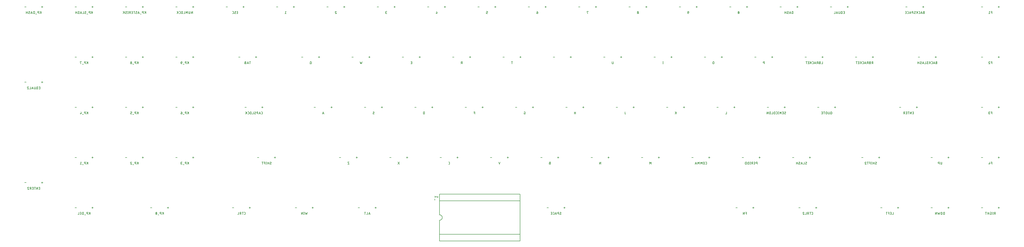
<source format=gbr>
G04 EAGLE Gerber RS-274X export*
G04 #@! %TF.Part,Single*
G04 #@! %TF.FileFunction,Legend,Bot,1*
G04 #@! %TF.FilePolarity,Positive*
G04 #@! %TF.GenerationSoftware,Autodesk,EAGLE,9.5.1*
G04 #@! %TF.CreationDate,2019-11-07T18:59:26Z*
G75*
%MOMM*%
%FSLAX34Y34*%
%LPD*%
%INSilkscreen Bottom*%
%IPPOS*%
%AMOC8*
5,1,8,0,0,1.08239X$1,22.5*%
G01*
%ADD10C,0.127000*%
%ADD11C,0.152400*%


D10*
X2708860Y1082630D02*
X2703040Y1082630D01*
X2705950Y1079720D02*
X2705950Y1085540D01*
X2645360Y1082630D02*
X2639540Y1082630D01*
X2675898Y1063952D02*
X2675971Y1063797D01*
X2676041Y1063640D01*
X2676107Y1063482D01*
X2676169Y1063321D01*
X2676227Y1063160D01*
X2676281Y1062997D01*
X2676332Y1062833D01*
X2676378Y1062668D01*
X2676421Y1062501D01*
X2676460Y1062334D01*
X2676494Y1062166D01*
X2676525Y1061997D01*
X2676551Y1061827D01*
X2676574Y1061657D01*
X2676592Y1061486D01*
X2676607Y1061315D01*
X2676617Y1061143D01*
X2676623Y1060972D01*
X2676625Y1060800D01*
X2675898Y1063953D02*
X2675869Y1064031D01*
X2675837Y1064107D01*
X2675802Y1064181D01*
X2675763Y1064254D01*
X2675721Y1064325D01*
X2675675Y1064393D01*
X2675627Y1064460D01*
X2675575Y1064524D01*
X2675521Y1064586D01*
X2675464Y1064646D01*
X2675404Y1064702D01*
X2675341Y1064756D01*
X2675277Y1064807D01*
X2675209Y1064855D01*
X2675140Y1064900D01*
X2675069Y1064942D01*
X2674996Y1064980D01*
X2674921Y1065015D01*
X2674845Y1065046D01*
X2674767Y1065074D01*
X2674689Y1065098D01*
X2674609Y1065119D01*
X2674528Y1065136D01*
X2674447Y1065149D01*
X2674365Y1065158D01*
X2674282Y1065164D01*
X2674200Y1065166D01*
X2674118Y1065164D01*
X2674035Y1065158D01*
X2673953Y1065149D01*
X2673872Y1065136D01*
X2673791Y1065119D01*
X2673711Y1065098D01*
X2673633Y1065074D01*
X2673555Y1065046D01*
X2673479Y1065015D01*
X2673404Y1064980D01*
X2673331Y1064942D01*
X2673260Y1064900D01*
X2673191Y1064855D01*
X2673123Y1064807D01*
X2673059Y1064756D01*
X2672996Y1064702D01*
X2672936Y1064646D01*
X2672879Y1064586D01*
X2672825Y1064524D01*
X2672773Y1064460D01*
X2672725Y1064393D01*
X2672679Y1064325D01*
X2672637Y1064254D01*
X2672598Y1064181D01*
X2672563Y1064107D01*
X2672531Y1064031D01*
X2672502Y1063953D01*
X2672502Y1063952D02*
X2672429Y1063797D01*
X2672359Y1063640D01*
X2672293Y1063482D01*
X2672231Y1063321D01*
X2672173Y1063160D01*
X2672119Y1062997D01*
X2672068Y1062833D01*
X2672022Y1062668D01*
X2671979Y1062501D01*
X2671940Y1062334D01*
X2671906Y1062166D01*
X2671875Y1061997D01*
X2671849Y1061827D01*
X2671826Y1061657D01*
X2671808Y1061486D01*
X2671793Y1061315D01*
X2671783Y1061143D01*
X2671777Y1060972D01*
X2671775Y1060800D01*
X2676625Y1060800D02*
X2676623Y1060628D01*
X2676617Y1060457D01*
X2676607Y1060285D01*
X2676592Y1060114D01*
X2676574Y1059943D01*
X2676551Y1059773D01*
X2676525Y1059603D01*
X2676494Y1059434D01*
X2676460Y1059266D01*
X2676421Y1059099D01*
X2676378Y1058932D01*
X2676332Y1058767D01*
X2676281Y1058603D01*
X2676227Y1058440D01*
X2676169Y1058279D01*
X2676107Y1058118D01*
X2676041Y1057960D01*
X2675971Y1057803D01*
X2675898Y1057648D01*
X2675869Y1057570D01*
X2675837Y1057494D01*
X2675802Y1057420D01*
X2675763Y1057347D01*
X2675721Y1057276D01*
X2675675Y1057208D01*
X2675627Y1057141D01*
X2675575Y1057077D01*
X2675521Y1057015D01*
X2675464Y1056955D01*
X2675404Y1056899D01*
X2675341Y1056845D01*
X2675277Y1056794D01*
X2675209Y1056746D01*
X2675140Y1056701D01*
X2675069Y1056659D01*
X2674996Y1056621D01*
X2674921Y1056586D01*
X2674845Y1056555D01*
X2674767Y1056527D01*
X2674689Y1056503D01*
X2674609Y1056482D01*
X2674528Y1056465D01*
X2674447Y1056452D01*
X2674365Y1056443D01*
X2674282Y1056437D01*
X2674200Y1056435D01*
X2672502Y1057648D02*
X2672429Y1057803D01*
X2672359Y1057960D01*
X2672293Y1058118D01*
X2672231Y1058279D01*
X2672173Y1058440D01*
X2672119Y1058603D01*
X2672068Y1058767D01*
X2672022Y1058932D01*
X2671979Y1059099D01*
X2671940Y1059266D01*
X2671906Y1059434D01*
X2671875Y1059603D01*
X2671849Y1059773D01*
X2671826Y1059943D01*
X2671808Y1060114D01*
X2671793Y1060285D01*
X2671783Y1060457D01*
X2671777Y1060628D01*
X2671775Y1060800D01*
X2672502Y1057648D02*
X2672531Y1057570D01*
X2672563Y1057494D01*
X2672598Y1057420D01*
X2672637Y1057347D01*
X2672679Y1057276D01*
X2672725Y1057208D01*
X2672773Y1057141D01*
X2672825Y1057077D01*
X2672879Y1057015D01*
X2672936Y1056955D01*
X2672996Y1056899D01*
X2673059Y1056845D01*
X2673123Y1056794D01*
X2673191Y1056746D01*
X2673260Y1056701D01*
X2673331Y1056659D01*
X2673404Y1056621D01*
X2673479Y1056586D01*
X2673555Y1056555D01*
X2673633Y1056527D01*
X2673711Y1056503D01*
X2673791Y1056482D01*
X2673872Y1056465D01*
X2673953Y1056452D01*
X2674035Y1056443D01*
X2674118Y1056437D01*
X2674200Y1056435D01*
X2676140Y1058375D02*
X2672260Y1063225D01*
X994360Y1082630D02*
X988540Y1082630D01*
X991450Y1079720D02*
X991450Y1085540D01*
X930860Y1082630D02*
X925040Y1082630D01*
X959700Y1065165D02*
X962125Y1063225D01*
X959700Y1065165D02*
X959700Y1056435D01*
X962125Y1056435D02*
X957275Y1056435D01*
X1179040Y1082630D02*
X1184860Y1082630D01*
X1181950Y1079720D02*
X1181950Y1085540D01*
X1121360Y1082630D02*
X1115540Y1082630D01*
X1147775Y1062983D02*
X1147777Y1063076D01*
X1147783Y1063168D01*
X1147793Y1063260D01*
X1147806Y1063352D01*
X1147824Y1063443D01*
X1147845Y1063533D01*
X1147871Y1063622D01*
X1147900Y1063710D01*
X1147932Y1063797D01*
X1147969Y1063882D01*
X1148009Y1063966D01*
X1148052Y1064048D01*
X1148099Y1064128D01*
X1148149Y1064205D01*
X1148203Y1064281D01*
X1148260Y1064354D01*
X1148319Y1064425D01*
X1148382Y1064494D01*
X1148447Y1064559D01*
X1148516Y1064622D01*
X1148587Y1064681D01*
X1148660Y1064738D01*
X1148736Y1064792D01*
X1148813Y1064842D01*
X1148893Y1064889D01*
X1148975Y1064932D01*
X1149059Y1064972D01*
X1149144Y1065009D01*
X1149231Y1065041D01*
X1149319Y1065070D01*
X1149408Y1065096D01*
X1149498Y1065117D01*
X1149589Y1065135D01*
X1149681Y1065148D01*
X1149773Y1065158D01*
X1149865Y1065164D01*
X1149958Y1065166D01*
X1149958Y1065165D02*
X1150062Y1065163D01*
X1150165Y1065157D01*
X1150269Y1065148D01*
X1150371Y1065134D01*
X1150474Y1065117D01*
X1150575Y1065096D01*
X1150676Y1065072D01*
X1150776Y1065043D01*
X1150874Y1065011D01*
X1150972Y1064975D01*
X1151068Y1064936D01*
X1151162Y1064893D01*
X1151255Y1064847D01*
X1151346Y1064797D01*
X1151435Y1064744D01*
X1151522Y1064688D01*
X1151607Y1064629D01*
X1151690Y1064566D01*
X1151770Y1064501D01*
X1151848Y1064432D01*
X1151924Y1064361D01*
X1151996Y1064287D01*
X1152066Y1064210D01*
X1152133Y1064131D01*
X1152197Y1064049D01*
X1152258Y1063965D01*
X1152315Y1063879D01*
X1152370Y1063791D01*
X1152421Y1063701D01*
X1152469Y1063609D01*
X1152514Y1063515D01*
X1152554Y1063420D01*
X1152592Y1063323D01*
X1152626Y1063225D01*
X1148502Y1061286D02*
X1148435Y1061352D01*
X1148370Y1061422D01*
X1148309Y1061494D01*
X1148250Y1061568D01*
X1148194Y1061645D01*
X1148142Y1061724D01*
X1148092Y1061805D01*
X1148046Y1061888D01*
X1148004Y1061973D01*
X1147965Y1062060D01*
X1147929Y1062148D01*
X1147897Y1062237D01*
X1147869Y1062328D01*
X1147844Y1062419D01*
X1147823Y1062512D01*
X1147806Y1062605D01*
X1147792Y1062699D01*
X1147783Y1062793D01*
X1147777Y1062888D01*
X1147775Y1062983D01*
X1148503Y1061285D02*
X1152625Y1056435D01*
X1147775Y1056435D01*
X1369540Y1082630D02*
X1375360Y1082630D01*
X1372450Y1079720D02*
X1372450Y1085540D01*
X1311860Y1082630D02*
X1306040Y1082630D01*
X1340700Y1056435D02*
X1343125Y1056435D01*
X1340700Y1056435D02*
X1340602Y1056437D01*
X1340505Y1056443D01*
X1340408Y1056453D01*
X1340311Y1056466D01*
X1340215Y1056484D01*
X1340120Y1056505D01*
X1340025Y1056531D01*
X1339932Y1056560D01*
X1339840Y1056593D01*
X1339749Y1056629D01*
X1339660Y1056669D01*
X1339573Y1056713D01*
X1339488Y1056760D01*
X1339404Y1056810D01*
X1339322Y1056864D01*
X1339243Y1056921D01*
X1339166Y1056982D01*
X1339092Y1057045D01*
X1339020Y1057111D01*
X1338951Y1057180D01*
X1338885Y1057252D01*
X1338822Y1057326D01*
X1338761Y1057403D01*
X1338704Y1057482D01*
X1338650Y1057564D01*
X1338600Y1057648D01*
X1338553Y1057733D01*
X1338509Y1057820D01*
X1338469Y1057909D01*
X1338433Y1058000D01*
X1338400Y1058092D01*
X1338371Y1058185D01*
X1338345Y1058280D01*
X1338324Y1058375D01*
X1338306Y1058471D01*
X1338293Y1058568D01*
X1338283Y1058665D01*
X1338277Y1058762D01*
X1338275Y1058860D01*
X1338277Y1058958D01*
X1338283Y1059055D01*
X1338293Y1059152D01*
X1338306Y1059249D01*
X1338324Y1059345D01*
X1338345Y1059440D01*
X1338371Y1059535D01*
X1338400Y1059628D01*
X1338433Y1059720D01*
X1338469Y1059811D01*
X1338509Y1059900D01*
X1338553Y1059987D01*
X1338600Y1060073D01*
X1338650Y1060156D01*
X1338704Y1060238D01*
X1338761Y1060317D01*
X1338822Y1060394D01*
X1338885Y1060468D01*
X1338951Y1060540D01*
X1339020Y1060609D01*
X1339092Y1060675D01*
X1339166Y1060738D01*
X1339243Y1060799D01*
X1339322Y1060856D01*
X1339404Y1060910D01*
X1339488Y1060960D01*
X1339573Y1061007D01*
X1339660Y1061051D01*
X1339749Y1061091D01*
X1339840Y1061127D01*
X1339932Y1061160D01*
X1340025Y1061189D01*
X1340120Y1061215D01*
X1340215Y1061236D01*
X1340311Y1061254D01*
X1340408Y1061267D01*
X1340505Y1061277D01*
X1340602Y1061283D01*
X1340700Y1061285D01*
X1340215Y1065165D02*
X1343125Y1065165D01*
X1340215Y1065165D02*
X1340128Y1065163D01*
X1340041Y1065157D01*
X1339955Y1065147D01*
X1339869Y1065134D01*
X1339783Y1065116D01*
X1339699Y1065095D01*
X1339616Y1065070D01*
X1339533Y1065041D01*
X1339453Y1065009D01*
X1339373Y1064973D01*
X1339296Y1064933D01*
X1339220Y1064890D01*
X1339146Y1064844D01*
X1339075Y1064794D01*
X1339005Y1064742D01*
X1338939Y1064686D01*
X1338874Y1064627D01*
X1338813Y1064566D01*
X1338754Y1064501D01*
X1338698Y1064435D01*
X1338646Y1064365D01*
X1338596Y1064294D01*
X1338550Y1064220D01*
X1338507Y1064144D01*
X1338467Y1064067D01*
X1338431Y1063987D01*
X1338399Y1063907D01*
X1338370Y1063824D01*
X1338345Y1063741D01*
X1338324Y1063657D01*
X1338306Y1063571D01*
X1338293Y1063485D01*
X1338283Y1063399D01*
X1338277Y1063312D01*
X1338275Y1063225D01*
X1338277Y1063138D01*
X1338283Y1063051D01*
X1338293Y1062965D01*
X1338306Y1062879D01*
X1338324Y1062793D01*
X1338345Y1062709D01*
X1338370Y1062626D01*
X1338399Y1062543D01*
X1338431Y1062463D01*
X1338467Y1062383D01*
X1338507Y1062306D01*
X1338550Y1062230D01*
X1338596Y1062156D01*
X1338646Y1062085D01*
X1338698Y1062015D01*
X1338754Y1061949D01*
X1338813Y1061884D01*
X1338874Y1061823D01*
X1338939Y1061764D01*
X1339005Y1061708D01*
X1339075Y1061656D01*
X1339146Y1061606D01*
X1339220Y1061560D01*
X1339296Y1061517D01*
X1339373Y1061477D01*
X1339453Y1061441D01*
X1339533Y1061409D01*
X1339616Y1061380D01*
X1339699Y1061355D01*
X1339783Y1061334D01*
X1339869Y1061316D01*
X1339955Y1061303D01*
X1340041Y1061293D01*
X1340128Y1061287D01*
X1340215Y1061285D01*
X1342155Y1061285D01*
X1560040Y1082630D02*
X1565860Y1082630D01*
X1562950Y1079720D02*
X1562950Y1085540D01*
X1502360Y1082630D02*
X1496540Y1082630D01*
X1531685Y1065165D02*
X1533625Y1058375D01*
X1528775Y1058375D01*
X1530230Y1060315D02*
X1530230Y1056435D01*
X1750540Y1082630D02*
X1756360Y1082630D01*
X1753450Y1079720D02*
X1753450Y1085540D01*
X1692860Y1082630D02*
X1687040Y1082630D01*
X1721215Y1056435D02*
X1724125Y1056435D01*
X1721215Y1056435D02*
X1721128Y1056437D01*
X1721041Y1056443D01*
X1720955Y1056453D01*
X1720869Y1056466D01*
X1720783Y1056484D01*
X1720699Y1056505D01*
X1720616Y1056530D01*
X1720533Y1056559D01*
X1720453Y1056591D01*
X1720373Y1056627D01*
X1720296Y1056667D01*
X1720220Y1056710D01*
X1720146Y1056756D01*
X1720075Y1056806D01*
X1720005Y1056858D01*
X1719939Y1056914D01*
X1719874Y1056973D01*
X1719813Y1057034D01*
X1719754Y1057099D01*
X1719698Y1057165D01*
X1719646Y1057235D01*
X1719596Y1057306D01*
X1719550Y1057380D01*
X1719507Y1057456D01*
X1719467Y1057533D01*
X1719431Y1057613D01*
X1719399Y1057693D01*
X1719370Y1057776D01*
X1719345Y1057859D01*
X1719324Y1057943D01*
X1719306Y1058029D01*
X1719293Y1058115D01*
X1719283Y1058201D01*
X1719277Y1058288D01*
X1719275Y1058375D01*
X1719275Y1059345D01*
X1719277Y1059432D01*
X1719283Y1059519D01*
X1719293Y1059605D01*
X1719306Y1059691D01*
X1719324Y1059777D01*
X1719345Y1059861D01*
X1719370Y1059944D01*
X1719399Y1060027D01*
X1719431Y1060107D01*
X1719467Y1060187D01*
X1719507Y1060264D01*
X1719550Y1060340D01*
X1719596Y1060414D01*
X1719646Y1060485D01*
X1719698Y1060555D01*
X1719754Y1060621D01*
X1719813Y1060686D01*
X1719874Y1060747D01*
X1719939Y1060806D01*
X1720005Y1060862D01*
X1720075Y1060914D01*
X1720146Y1060964D01*
X1720220Y1061010D01*
X1720296Y1061053D01*
X1720373Y1061093D01*
X1720453Y1061129D01*
X1720533Y1061161D01*
X1720616Y1061190D01*
X1720699Y1061215D01*
X1720783Y1061236D01*
X1720869Y1061254D01*
X1720955Y1061267D01*
X1721041Y1061277D01*
X1721128Y1061283D01*
X1721215Y1061285D01*
X1724125Y1061285D01*
X1724125Y1065165D01*
X1719275Y1065165D01*
X1941040Y1082630D02*
X1946860Y1082630D01*
X1943950Y1079720D02*
X1943950Y1085540D01*
X1883360Y1082630D02*
X1877540Y1082630D01*
X1911715Y1061285D02*
X1914625Y1061285D01*
X1911715Y1061285D02*
X1911628Y1061283D01*
X1911541Y1061277D01*
X1911455Y1061267D01*
X1911369Y1061254D01*
X1911283Y1061236D01*
X1911199Y1061215D01*
X1911116Y1061190D01*
X1911033Y1061161D01*
X1910953Y1061129D01*
X1910873Y1061093D01*
X1910796Y1061053D01*
X1910720Y1061010D01*
X1910646Y1060964D01*
X1910575Y1060914D01*
X1910505Y1060862D01*
X1910439Y1060806D01*
X1910374Y1060747D01*
X1910313Y1060686D01*
X1910254Y1060621D01*
X1910198Y1060555D01*
X1910146Y1060485D01*
X1910096Y1060414D01*
X1910050Y1060340D01*
X1910007Y1060264D01*
X1909967Y1060187D01*
X1909931Y1060107D01*
X1909899Y1060027D01*
X1909870Y1059944D01*
X1909845Y1059861D01*
X1909824Y1059777D01*
X1909806Y1059691D01*
X1909793Y1059605D01*
X1909783Y1059519D01*
X1909777Y1059432D01*
X1909775Y1059345D01*
X1909775Y1058860D01*
X1909777Y1058762D01*
X1909783Y1058665D01*
X1909793Y1058568D01*
X1909806Y1058471D01*
X1909824Y1058375D01*
X1909845Y1058280D01*
X1909871Y1058185D01*
X1909900Y1058092D01*
X1909933Y1058000D01*
X1909969Y1057909D01*
X1910009Y1057820D01*
X1910053Y1057733D01*
X1910100Y1057648D01*
X1910150Y1057564D01*
X1910204Y1057482D01*
X1910261Y1057403D01*
X1910322Y1057326D01*
X1910385Y1057252D01*
X1910451Y1057180D01*
X1910520Y1057111D01*
X1910592Y1057045D01*
X1910666Y1056982D01*
X1910743Y1056921D01*
X1910822Y1056864D01*
X1910904Y1056810D01*
X1910988Y1056760D01*
X1911073Y1056713D01*
X1911160Y1056669D01*
X1911249Y1056629D01*
X1911340Y1056593D01*
X1911432Y1056560D01*
X1911525Y1056531D01*
X1911620Y1056505D01*
X1911715Y1056484D01*
X1911811Y1056466D01*
X1911908Y1056453D01*
X1912005Y1056443D01*
X1912102Y1056437D01*
X1912200Y1056435D01*
X1912298Y1056437D01*
X1912395Y1056443D01*
X1912492Y1056453D01*
X1912589Y1056466D01*
X1912685Y1056484D01*
X1912780Y1056505D01*
X1912875Y1056531D01*
X1912968Y1056560D01*
X1913060Y1056593D01*
X1913151Y1056629D01*
X1913240Y1056669D01*
X1913327Y1056713D01*
X1913413Y1056760D01*
X1913496Y1056810D01*
X1913578Y1056864D01*
X1913657Y1056921D01*
X1913734Y1056982D01*
X1913808Y1057045D01*
X1913880Y1057111D01*
X1913949Y1057180D01*
X1914015Y1057252D01*
X1914078Y1057326D01*
X1914139Y1057403D01*
X1914196Y1057482D01*
X1914250Y1057564D01*
X1914300Y1057648D01*
X1914347Y1057733D01*
X1914391Y1057820D01*
X1914431Y1057909D01*
X1914467Y1058000D01*
X1914500Y1058092D01*
X1914529Y1058185D01*
X1914555Y1058280D01*
X1914576Y1058375D01*
X1914594Y1058471D01*
X1914607Y1058568D01*
X1914617Y1058665D01*
X1914623Y1058762D01*
X1914625Y1058860D01*
X1914625Y1061285D01*
X1914623Y1061407D01*
X1914617Y1061529D01*
X1914608Y1061650D01*
X1914594Y1061771D01*
X1914577Y1061892D01*
X1914556Y1062012D01*
X1914532Y1062131D01*
X1914503Y1062250D01*
X1914471Y1062367D01*
X1914435Y1062484D01*
X1914396Y1062599D01*
X1914353Y1062713D01*
X1914306Y1062826D01*
X1914256Y1062937D01*
X1914202Y1063046D01*
X1914145Y1063154D01*
X1914085Y1063260D01*
X1914021Y1063364D01*
X1913954Y1063466D01*
X1913884Y1063566D01*
X1913811Y1063663D01*
X1913735Y1063758D01*
X1913655Y1063851D01*
X1913573Y1063941D01*
X1913489Y1064029D01*
X1913401Y1064113D01*
X1913311Y1064195D01*
X1913218Y1064275D01*
X1913123Y1064351D01*
X1913026Y1064424D01*
X1912926Y1064494D01*
X1912824Y1064561D01*
X1912720Y1064625D01*
X1912614Y1064685D01*
X1912506Y1064742D01*
X1912397Y1064796D01*
X1912286Y1064846D01*
X1912173Y1064893D01*
X1912059Y1064936D01*
X1911944Y1064975D01*
X1911827Y1065011D01*
X1911710Y1065043D01*
X1911591Y1065072D01*
X1911472Y1065096D01*
X1911352Y1065117D01*
X1911231Y1065134D01*
X1911110Y1065148D01*
X1910989Y1065157D01*
X1910867Y1065163D01*
X1910745Y1065165D01*
X2131540Y1082630D02*
X2137360Y1082630D01*
X2134450Y1079720D02*
X2134450Y1085540D01*
X2073860Y1082630D02*
X2068040Y1082630D01*
X2105125Y1065165D02*
X2105125Y1064195D01*
X2105125Y1065165D02*
X2100275Y1065165D01*
X2102700Y1056435D01*
X2322040Y1082630D02*
X2327860Y1082630D01*
X2324950Y1079720D02*
X2324950Y1085540D01*
X2264360Y1082630D02*
X2258540Y1082630D01*
X2290775Y1058860D02*
X2290777Y1058958D01*
X2290783Y1059055D01*
X2290793Y1059152D01*
X2290806Y1059249D01*
X2290824Y1059345D01*
X2290845Y1059440D01*
X2290871Y1059535D01*
X2290900Y1059628D01*
X2290933Y1059720D01*
X2290969Y1059811D01*
X2291009Y1059900D01*
X2291053Y1059987D01*
X2291100Y1060073D01*
X2291150Y1060156D01*
X2291204Y1060238D01*
X2291261Y1060317D01*
X2291322Y1060394D01*
X2291385Y1060468D01*
X2291451Y1060540D01*
X2291520Y1060609D01*
X2291592Y1060675D01*
X2291666Y1060738D01*
X2291743Y1060799D01*
X2291822Y1060856D01*
X2291904Y1060910D01*
X2291988Y1060960D01*
X2292073Y1061007D01*
X2292160Y1061051D01*
X2292249Y1061091D01*
X2292340Y1061127D01*
X2292432Y1061160D01*
X2292525Y1061189D01*
X2292620Y1061215D01*
X2292715Y1061236D01*
X2292811Y1061254D01*
X2292908Y1061267D01*
X2293005Y1061277D01*
X2293102Y1061283D01*
X2293200Y1061285D01*
X2293298Y1061283D01*
X2293395Y1061277D01*
X2293492Y1061267D01*
X2293589Y1061254D01*
X2293685Y1061236D01*
X2293780Y1061215D01*
X2293875Y1061189D01*
X2293968Y1061160D01*
X2294060Y1061127D01*
X2294151Y1061091D01*
X2294240Y1061051D01*
X2294327Y1061007D01*
X2294413Y1060960D01*
X2294496Y1060910D01*
X2294578Y1060856D01*
X2294657Y1060799D01*
X2294734Y1060738D01*
X2294808Y1060675D01*
X2294880Y1060609D01*
X2294949Y1060540D01*
X2295015Y1060468D01*
X2295078Y1060394D01*
X2295139Y1060317D01*
X2295196Y1060238D01*
X2295250Y1060156D01*
X2295300Y1060073D01*
X2295347Y1059987D01*
X2295391Y1059900D01*
X2295431Y1059811D01*
X2295467Y1059720D01*
X2295500Y1059628D01*
X2295529Y1059535D01*
X2295555Y1059440D01*
X2295576Y1059345D01*
X2295594Y1059249D01*
X2295607Y1059152D01*
X2295617Y1059055D01*
X2295623Y1058958D01*
X2295625Y1058860D01*
X2295623Y1058762D01*
X2295617Y1058665D01*
X2295607Y1058568D01*
X2295594Y1058471D01*
X2295576Y1058375D01*
X2295555Y1058280D01*
X2295529Y1058185D01*
X2295500Y1058092D01*
X2295467Y1058000D01*
X2295431Y1057909D01*
X2295391Y1057820D01*
X2295347Y1057733D01*
X2295300Y1057648D01*
X2295250Y1057564D01*
X2295196Y1057482D01*
X2295139Y1057403D01*
X2295078Y1057326D01*
X2295015Y1057252D01*
X2294949Y1057180D01*
X2294880Y1057111D01*
X2294808Y1057045D01*
X2294734Y1056982D01*
X2294657Y1056921D01*
X2294578Y1056864D01*
X2294496Y1056810D01*
X2294413Y1056760D01*
X2294327Y1056713D01*
X2294240Y1056669D01*
X2294151Y1056629D01*
X2294060Y1056593D01*
X2293968Y1056560D01*
X2293875Y1056531D01*
X2293780Y1056505D01*
X2293685Y1056484D01*
X2293589Y1056466D01*
X2293492Y1056453D01*
X2293395Y1056443D01*
X2293298Y1056437D01*
X2293200Y1056435D01*
X2293102Y1056437D01*
X2293005Y1056443D01*
X2292908Y1056453D01*
X2292811Y1056466D01*
X2292715Y1056484D01*
X2292620Y1056505D01*
X2292525Y1056531D01*
X2292432Y1056560D01*
X2292340Y1056593D01*
X2292249Y1056629D01*
X2292160Y1056669D01*
X2292073Y1056713D01*
X2291988Y1056760D01*
X2291904Y1056810D01*
X2291822Y1056864D01*
X2291743Y1056921D01*
X2291666Y1056982D01*
X2291592Y1057045D01*
X2291520Y1057111D01*
X2291451Y1057180D01*
X2291385Y1057252D01*
X2291322Y1057326D01*
X2291261Y1057403D01*
X2291204Y1057482D01*
X2291150Y1057564D01*
X2291100Y1057648D01*
X2291053Y1057733D01*
X2291009Y1057820D01*
X2290969Y1057909D01*
X2290933Y1058000D01*
X2290900Y1058092D01*
X2290871Y1058185D01*
X2290845Y1058280D01*
X2290824Y1058375D01*
X2290806Y1058471D01*
X2290793Y1058568D01*
X2290783Y1058665D01*
X2290777Y1058762D01*
X2290775Y1058860D01*
X2291260Y1063225D02*
X2291262Y1063312D01*
X2291268Y1063399D01*
X2291278Y1063485D01*
X2291291Y1063571D01*
X2291309Y1063657D01*
X2291330Y1063741D01*
X2291355Y1063824D01*
X2291384Y1063907D01*
X2291416Y1063987D01*
X2291452Y1064067D01*
X2291492Y1064144D01*
X2291535Y1064220D01*
X2291581Y1064294D01*
X2291631Y1064365D01*
X2291683Y1064435D01*
X2291739Y1064501D01*
X2291798Y1064566D01*
X2291859Y1064627D01*
X2291924Y1064686D01*
X2291990Y1064742D01*
X2292060Y1064794D01*
X2292131Y1064844D01*
X2292205Y1064890D01*
X2292281Y1064933D01*
X2292358Y1064973D01*
X2292438Y1065009D01*
X2292518Y1065041D01*
X2292601Y1065070D01*
X2292684Y1065095D01*
X2292768Y1065116D01*
X2292854Y1065134D01*
X2292940Y1065147D01*
X2293026Y1065157D01*
X2293113Y1065163D01*
X2293200Y1065165D01*
X2293287Y1065163D01*
X2293374Y1065157D01*
X2293460Y1065147D01*
X2293546Y1065134D01*
X2293632Y1065116D01*
X2293716Y1065095D01*
X2293799Y1065070D01*
X2293882Y1065041D01*
X2293962Y1065009D01*
X2294042Y1064973D01*
X2294119Y1064933D01*
X2294195Y1064890D01*
X2294269Y1064844D01*
X2294340Y1064794D01*
X2294410Y1064742D01*
X2294476Y1064686D01*
X2294541Y1064627D01*
X2294602Y1064566D01*
X2294661Y1064501D01*
X2294717Y1064435D01*
X2294769Y1064365D01*
X2294819Y1064294D01*
X2294865Y1064220D01*
X2294908Y1064144D01*
X2294948Y1064067D01*
X2294984Y1063987D01*
X2295016Y1063907D01*
X2295045Y1063824D01*
X2295070Y1063741D01*
X2295091Y1063657D01*
X2295109Y1063571D01*
X2295122Y1063485D01*
X2295132Y1063399D01*
X2295138Y1063312D01*
X2295140Y1063225D01*
X2295138Y1063138D01*
X2295132Y1063051D01*
X2295122Y1062965D01*
X2295109Y1062879D01*
X2295091Y1062793D01*
X2295070Y1062709D01*
X2295045Y1062626D01*
X2295016Y1062543D01*
X2294984Y1062463D01*
X2294948Y1062383D01*
X2294908Y1062306D01*
X2294865Y1062230D01*
X2294819Y1062156D01*
X2294769Y1062085D01*
X2294717Y1062015D01*
X2294661Y1061949D01*
X2294602Y1061884D01*
X2294541Y1061823D01*
X2294476Y1061764D01*
X2294410Y1061708D01*
X2294340Y1061656D01*
X2294269Y1061606D01*
X2294195Y1061560D01*
X2294119Y1061517D01*
X2294042Y1061477D01*
X2293962Y1061441D01*
X2293882Y1061409D01*
X2293799Y1061380D01*
X2293716Y1061355D01*
X2293632Y1061334D01*
X2293546Y1061316D01*
X2293460Y1061303D01*
X2293374Y1061293D01*
X2293287Y1061287D01*
X2293200Y1061285D01*
X2293113Y1061287D01*
X2293026Y1061293D01*
X2292940Y1061303D01*
X2292854Y1061316D01*
X2292768Y1061334D01*
X2292684Y1061355D01*
X2292601Y1061380D01*
X2292518Y1061409D01*
X2292438Y1061441D01*
X2292358Y1061477D01*
X2292281Y1061517D01*
X2292205Y1061560D01*
X2292131Y1061606D01*
X2292060Y1061656D01*
X2291990Y1061708D01*
X2291924Y1061764D01*
X2291859Y1061823D01*
X2291798Y1061884D01*
X2291739Y1061949D01*
X2291683Y1062015D01*
X2291631Y1062085D01*
X2291581Y1062156D01*
X2291535Y1062230D01*
X2291492Y1062306D01*
X2291452Y1062383D01*
X2291416Y1062463D01*
X2291384Y1062543D01*
X2291355Y1062626D01*
X2291330Y1062709D01*
X2291309Y1062793D01*
X2291291Y1062879D01*
X2291278Y1062965D01*
X2291268Y1063051D01*
X2291262Y1063138D01*
X2291260Y1063225D01*
X2512540Y1082630D02*
X2518360Y1082630D01*
X2515450Y1079720D02*
X2515450Y1085540D01*
X2454860Y1082630D02*
X2449040Y1082630D01*
X2481275Y1060315D02*
X2484185Y1060315D01*
X2484272Y1060317D01*
X2484359Y1060323D01*
X2484445Y1060333D01*
X2484531Y1060346D01*
X2484617Y1060364D01*
X2484701Y1060385D01*
X2484784Y1060410D01*
X2484867Y1060439D01*
X2484947Y1060471D01*
X2485027Y1060507D01*
X2485104Y1060547D01*
X2485180Y1060590D01*
X2485254Y1060636D01*
X2485325Y1060686D01*
X2485395Y1060738D01*
X2485461Y1060794D01*
X2485526Y1060853D01*
X2485587Y1060914D01*
X2485646Y1060979D01*
X2485702Y1061045D01*
X2485754Y1061115D01*
X2485804Y1061186D01*
X2485850Y1061260D01*
X2485893Y1061336D01*
X2485933Y1061413D01*
X2485969Y1061493D01*
X2486001Y1061573D01*
X2486030Y1061656D01*
X2486055Y1061739D01*
X2486076Y1061823D01*
X2486094Y1061909D01*
X2486107Y1061995D01*
X2486117Y1062081D01*
X2486123Y1062168D01*
X2486125Y1062255D01*
X2486125Y1062740D01*
X2486123Y1062838D01*
X2486117Y1062935D01*
X2486107Y1063032D01*
X2486094Y1063129D01*
X2486076Y1063225D01*
X2486055Y1063320D01*
X2486029Y1063415D01*
X2486000Y1063508D01*
X2485967Y1063600D01*
X2485931Y1063691D01*
X2485891Y1063780D01*
X2485847Y1063867D01*
X2485800Y1063953D01*
X2485750Y1064036D01*
X2485696Y1064118D01*
X2485639Y1064197D01*
X2485578Y1064274D01*
X2485515Y1064348D01*
X2485449Y1064420D01*
X2485380Y1064489D01*
X2485308Y1064555D01*
X2485234Y1064618D01*
X2485157Y1064679D01*
X2485078Y1064736D01*
X2484996Y1064790D01*
X2484913Y1064840D01*
X2484827Y1064887D01*
X2484740Y1064931D01*
X2484651Y1064971D01*
X2484560Y1065007D01*
X2484468Y1065040D01*
X2484375Y1065069D01*
X2484280Y1065095D01*
X2484185Y1065116D01*
X2484089Y1065134D01*
X2483992Y1065147D01*
X2483895Y1065157D01*
X2483798Y1065163D01*
X2483700Y1065165D01*
X2483602Y1065163D01*
X2483505Y1065157D01*
X2483408Y1065147D01*
X2483311Y1065134D01*
X2483215Y1065116D01*
X2483120Y1065095D01*
X2483025Y1065069D01*
X2482932Y1065040D01*
X2482840Y1065007D01*
X2482749Y1064971D01*
X2482660Y1064931D01*
X2482573Y1064887D01*
X2482488Y1064840D01*
X2482404Y1064790D01*
X2482322Y1064736D01*
X2482243Y1064679D01*
X2482166Y1064618D01*
X2482092Y1064555D01*
X2482020Y1064489D01*
X2481951Y1064420D01*
X2481885Y1064348D01*
X2481822Y1064274D01*
X2481761Y1064197D01*
X2481704Y1064118D01*
X2481650Y1064036D01*
X2481600Y1063953D01*
X2481553Y1063867D01*
X2481509Y1063780D01*
X2481469Y1063691D01*
X2481433Y1063600D01*
X2481400Y1063508D01*
X2481371Y1063415D01*
X2481345Y1063320D01*
X2481324Y1063225D01*
X2481306Y1063129D01*
X2481293Y1063032D01*
X2481283Y1062935D01*
X2481277Y1062838D01*
X2481275Y1062740D01*
X2481275Y1060315D01*
X2481277Y1060193D01*
X2481283Y1060071D01*
X2481292Y1059950D01*
X2481306Y1059829D01*
X2481323Y1059708D01*
X2481344Y1059588D01*
X2481368Y1059469D01*
X2481397Y1059350D01*
X2481429Y1059233D01*
X2481465Y1059116D01*
X2481504Y1059001D01*
X2481547Y1058887D01*
X2481594Y1058774D01*
X2481644Y1058663D01*
X2481698Y1058554D01*
X2481755Y1058446D01*
X2481815Y1058340D01*
X2481879Y1058236D01*
X2481946Y1058134D01*
X2482016Y1058034D01*
X2482089Y1057937D01*
X2482165Y1057842D01*
X2482245Y1057749D01*
X2482327Y1057659D01*
X2482411Y1057571D01*
X2482499Y1057487D01*
X2482589Y1057405D01*
X2482682Y1057325D01*
X2482777Y1057249D01*
X2482874Y1057176D01*
X2482974Y1057106D01*
X2483076Y1057039D01*
X2483180Y1056975D01*
X2483286Y1056915D01*
X2483394Y1056858D01*
X2483503Y1056804D01*
X2483614Y1056754D01*
X2483727Y1056707D01*
X2483841Y1056664D01*
X2483956Y1056625D01*
X2484073Y1056589D01*
X2484190Y1056557D01*
X2484309Y1056528D01*
X2484428Y1056504D01*
X2484548Y1056483D01*
X2484669Y1056466D01*
X2484790Y1056452D01*
X2484911Y1056443D01*
X2485033Y1056437D01*
X2485155Y1056435D01*
X1137260Y701630D02*
X1131440Y701630D01*
X1134350Y698720D02*
X1134350Y704540D01*
X1073760Y701630D02*
X1067940Y701630D01*
X1102600Y684165D02*
X1105510Y675435D01*
X1099690Y675435D02*
X1102600Y684165D01*
X1100418Y677618D02*
X1104783Y677618D01*
X1298140Y320630D02*
X1303960Y320630D01*
X1301050Y317720D02*
X1301050Y323540D01*
X1240460Y320630D02*
X1234640Y320630D01*
X1277158Y303165D02*
X1280068Y294435D01*
X1274248Y294435D02*
X1277158Y303165D01*
X1274975Y296618D02*
X1279340Y296618D01*
X1270260Y294435D02*
X1270260Y303165D01*
X1270260Y294435D02*
X1266380Y294435D01*
X1260958Y294435D02*
X1260958Y303165D01*
X1263383Y303165D02*
X1258533Y303165D01*
X1988640Y511130D02*
X1994460Y511130D01*
X1991550Y508220D02*
X1991550Y514040D01*
X1930960Y511130D02*
X1925140Y511130D01*
X1959800Y489785D02*
X1962225Y489785D01*
X1959800Y489785D02*
X1959702Y489783D01*
X1959605Y489777D01*
X1959508Y489767D01*
X1959411Y489754D01*
X1959315Y489736D01*
X1959220Y489715D01*
X1959125Y489689D01*
X1959032Y489660D01*
X1958940Y489627D01*
X1958849Y489591D01*
X1958760Y489551D01*
X1958673Y489507D01*
X1958588Y489460D01*
X1958504Y489410D01*
X1958422Y489356D01*
X1958343Y489299D01*
X1958266Y489238D01*
X1958192Y489175D01*
X1958120Y489109D01*
X1958051Y489040D01*
X1957985Y488968D01*
X1957922Y488894D01*
X1957861Y488817D01*
X1957804Y488738D01*
X1957750Y488656D01*
X1957700Y488573D01*
X1957653Y488487D01*
X1957609Y488400D01*
X1957569Y488311D01*
X1957533Y488220D01*
X1957500Y488128D01*
X1957471Y488035D01*
X1957445Y487940D01*
X1957424Y487845D01*
X1957406Y487749D01*
X1957393Y487652D01*
X1957383Y487555D01*
X1957377Y487458D01*
X1957375Y487360D01*
X1957377Y487262D01*
X1957383Y487165D01*
X1957393Y487068D01*
X1957406Y486971D01*
X1957424Y486875D01*
X1957445Y486780D01*
X1957471Y486685D01*
X1957500Y486592D01*
X1957533Y486500D01*
X1957569Y486409D01*
X1957609Y486320D01*
X1957653Y486233D01*
X1957700Y486148D01*
X1957750Y486064D01*
X1957804Y485982D01*
X1957861Y485903D01*
X1957922Y485826D01*
X1957985Y485752D01*
X1958051Y485680D01*
X1958120Y485611D01*
X1958192Y485545D01*
X1958266Y485482D01*
X1958343Y485421D01*
X1958422Y485364D01*
X1958504Y485310D01*
X1958588Y485260D01*
X1958673Y485213D01*
X1958760Y485169D01*
X1958849Y485129D01*
X1958940Y485093D01*
X1959032Y485060D01*
X1959125Y485031D01*
X1959220Y485005D01*
X1959315Y484984D01*
X1959411Y484966D01*
X1959508Y484953D01*
X1959605Y484943D01*
X1959702Y484937D01*
X1959800Y484935D01*
X1962225Y484935D01*
X1962225Y493665D01*
X1959800Y493665D01*
X1959713Y493663D01*
X1959626Y493657D01*
X1959540Y493647D01*
X1959454Y493634D01*
X1959368Y493616D01*
X1959284Y493595D01*
X1959201Y493570D01*
X1959118Y493541D01*
X1959038Y493509D01*
X1958958Y493473D01*
X1958881Y493433D01*
X1958805Y493390D01*
X1958731Y493344D01*
X1958660Y493294D01*
X1958590Y493242D01*
X1958524Y493186D01*
X1958459Y493127D01*
X1958398Y493066D01*
X1958339Y493001D01*
X1958283Y492935D01*
X1958231Y492865D01*
X1958181Y492794D01*
X1958135Y492720D01*
X1958092Y492644D01*
X1958052Y492567D01*
X1958016Y492487D01*
X1957984Y492407D01*
X1957955Y492324D01*
X1957930Y492241D01*
X1957909Y492157D01*
X1957891Y492071D01*
X1957878Y491985D01*
X1957868Y491899D01*
X1957862Y491812D01*
X1957860Y491725D01*
X1957862Y491638D01*
X1957868Y491551D01*
X1957878Y491465D01*
X1957891Y491379D01*
X1957909Y491293D01*
X1957930Y491209D01*
X1957955Y491126D01*
X1957984Y491043D01*
X1958016Y490963D01*
X1958052Y490883D01*
X1958092Y490806D01*
X1958135Y490730D01*
X1958181Y490656D01*
X1958231Y490585D01*
X1958283Y490515D01*
X1958339Y490449D01*
X1958398Y490384D01*
X1958459Y490323D01*
X1958524Y490264D01*
X1958590Y490208D01*
X1958660Y490156D01*
X1958731Y490106D01*
X1958805Y490060D01*
X1958881Y490017D01*
X1958958Y489977D01*
X1959038Y489941D01*
X1959118Y489909D01*
X1959201Y489880D01*
X1959284Y489855D01*
X1959368Y489834D01*
X1959454Y489816D01*
X1959540Y489803D01*
X1959626Y489793D01*
X1959713Y489787D01*
X1959800Y489785D01*
X3417440Y892130D02*
X3423260Y892130D01*
X3420350Y889220D02*
X3420350Y895040D01*
X3359760Y892130D02*
X3353940Y892130D01*
X3422564Y870785D02*
X3424989Y870785D01*
X3422564Y870785D02*
X3422466Y870783D01*
X3422369Y870777D01*
X3422272Y870767D01*
X3422175Y870754D01*
X3422079Y870736D01*
X3421984Y870715D01*
X3421889Y870689D01*
X3421796Y870660D01*
X3421704Y870627D01*
X3421613Y870591D01*
X3421524Y870551D01*
X3421437Y870507D01*
X3421352Y870460D01*
X3421268Y870410D01*
X3421186Y870356D01*
X3421107Y870299D01*
X3421030Y870238D01*
X3420956Y870175D01*
X3420884Y870109D01*
X3420815Y870040D01*
X3420749Y869968D01*
X3420686Y869894D01*
X3420625Y869817D01*
X3420568Y869738D01*
X3420514Y869656D01*
X3420464Y869573D01*
X3420417Y869487D01*
X3420373Y869400D01*
X3420333Y869311D01*
X3420297Y869220D01*
X3420264Y869128D01*
X3420235Y869035D01*
X3420209Y868940D01*
X3420188Y868845D01*
X3420170Y868749D01*
X3420157Y868652D01*
X3420147Y868555D01*
X3420141Y868458D01*
X3420139Y868360D01*
X3420141Y868262D01*
X3420147Y868165D01*
X3420157Y868068D01*
X3420170Y867971D01*
X3420188Y867875D01*
X3420209Y867780D01*
X3420235Y867685D01*
X3420264Y867592D01*
X3420297Y867500D01*
X3420333Y867409D01*
X3420373Y867320D01*
X3420417Y867233D01*
X3420464Y867148D01*
X3420514Y867064D01*
X3420568Y866982D01*
X3420625Y866903D01*
X3420686Y866826D01*
X3420749Y866752D01*
X3420815Y866680D01*
X3420884Y866611D01*
X3420956Y866545D01*
X3421030Y866482D01*
X3421107Y866421D01*
X3421186Y866364D01*
X3421268Y866310D01*
X3421352Y866260D01*
X3421437Y866213D01*
X3421524Y866169D01*
X3421613Y866129D01*
X3421704Y866093D01*
X3421796Y866060D01*
X3421889Y866031D01*
X3421984Y866005D01*
X3422079Y865984D01*
X3422175Y865966D01*
X3422272Y865953D01*
X3422369Y865943D01*
X3422466Y865937D01*
X3422564Y865935D01*
X3424989Y865935D01*
X3424989Y874665D01*
X3422564Y874665D01*
X3422477Y874663D01*
X3422390Y874657D01*
X3422304Y874647D01*
X3422218Y874634D01*
X3422132Y874616D01*
X3422048Y874595D01*
X3421965Y874570D01*
X3421882Y874541D01*
X3421802Y874509D01*
X3421722Y874473D01*
X3421645Y874433D01*
X3421569Y874390D01*
X3421495Y874344D01*
X3421424Y874294D01*
X3421354Y874242D01*
X3421288Y874186D01*
X3421223Y874127D01*
X3421162Y874066D01*
X3421103Y874001D01*
X3421047Y873935D01*
X3420995Y873865D01*
X3420945Y873794D01*
X3420899Y873720D01*
X3420856Y873644D01*
X3420816Y873567D01*
X3420780Y873487D01*
X3420748Y873407D01*
X3420719Y873324D01*
X3420694Y873241D01*
X3420673Y873157D01*
X3420655Y873071D01*
X3420642Y872985D01*
X3420632Y872899D01*
X3420626Y872812D01*
X3420624Y872725D01*
X3420626Y872638D01*
X3420632Y872551D01*
X3420642Y872465D01*
X3420655Y872379D01*
X3420673Y872293D01*
X3420694Y872209D01*
X3420719Y872126D01*
X3420748Y872043D01*
X3420780Y871963D01*
X3420816Y871883D01*
X3420856Y871806D01*
X3420899Y871730D01*
X3420945Y871656D01*
X3420995Y871585D01*
X3421047Y871515D01*
X3421103Y871449D01*
X3421162Y871384D01*
X3421223Y871323D01*
X3421288Y871264D01*
X3421354Y871208D01*
X3421424Y871156D01*
X3421495Y871106D01*
X3421569Y871060D01*
X3421645Y871017D01*
X3421722Y870977D01*
X3421802Y870941D01*
X3421882Y870909D01*
X3421965Y870880D01*
X3422048Y870855D01*
X3422132Y870834D01*
X3422218Y870816D01*
X3422304Y870803D01*
X3422390Y870793D01*
X3422477Y870787D01*
X3422564Y870785D01*
X3416946Y865935D02*
X3414036Y874665D01*
X3411126Y865935D01*
X3411854Y868118D02*
X3416219Y868118D01*
X3405555Y865935D02*
X3403615Y865935D01*
X3405555Y865935D02*
X3405642Y865937D01*
X3405729Y865943D01*
X3405815Y865953D01*
X3405901Y865966D01*
X3405987Y865984D01*
X3406071Y866005D01*
X3406154Y866030D01*
X3406237Y866059D01*
X3406317Y866091D01*
X3406397Y866127D01*
X3406474Y866167D01*
X3406550Y866210D01*
X3406624Y866256D01*
X3406695Y866306D01*
X3406765Y866358D01*
X3406831Y866414D01*
X3406896Y866473D01*
X3406957Y866534D01*
X3407016Y866599D01*
X3407072Y866665D01*
X3407124Y866735D01*
X3407174Y866806D01*
X3407220Y866880D01*
X3407263Y866956D01*
X3407303Y867033D01*
X3407339Y867113D01*
X3407371Y867193D01*
X3407400Y867276D01*
X3407425Y867359D01*
X3407446Y867443D01*
X3407464Y867529D01*
X3407477Y867615D01*
X3407487Y867701D01*
X3407493Y867788D01*
X3407495Y867875D01*
X3407495Y872725D01*
X3407493Y872812D01*
X3407487Y872899D01*
X3407477Y872985D01*
X3407464Y873071D01*
X3407446Y873157D01*
X3407425Y873241D01*
X3407400Y873324D01*
X3407371Y873407D01*
X3407339Y873487D01*
X3407303Y873567D01*
X3407263Y873644D01*
X3407220Y873720D01*
X3407174Y873794D01*
X3407124Y873865D01*
X3407072Y873935D01*
X3407016Y874001D01*
X3406957Y874066D01*
X3406896Y874127D01*
X3406831Y874186D01*
X3406765Y874242D01*
X3406695Y874294D01*
X3406624Y874344D01*
X3406550Y874390D01*
X3406474Y874433D01*
X3406397Y874473D01*
X3406317Y874509D01*
X3406237Y874541D01*
X3406154Y874570D01*
X3406071Y874595D01*
X3405987Y874616D01*
X3405901Y874634D01*
X3405815Y874647D01*
X3405729Y874657D01*
X3405642Y874663D01*
X3405555Y874665D01*
X3403615Y874665D01*
X3399489Y874665D02*
X3399489Y865935D01*
X3399489Y869330D02*
X3394639Y874665D01*
X3397549Y871270D02*
X3394639Y865935D01*
X3388351Y865935D02*
X3388264Y865937D01*
X3388177Y865943D01*
X3388091Y865953D01*
X3388005Y865966D01*
X3387919Y865984D01*
X3387835Y866005D01*
X3387752Y866030D01*
X3387669Y866059D01*
X3387589Y866091D01*
X3387509Y866127D01*
X3387432Y866167D01*
X3387356Y866210D01*
X3387282Y866256D01*
X3387211Y866306D01*
X3387141Y866358D01*
X3387075Y866414D01*
X3387010Y866473D01*
X3386949Y866534D01*
X3386890Y866599D01*
X3386834Y866665D01*
X3386782Y866735D01*
X3386732Y866806D01*
X3386686Y866880D01*
X3386643Y866956D01*
X3386603Y867033D01*
X3386567Y867113D01*
X3386535Y867193D01*
X3386506Y867276D01*
X3386481Y867359D01*
X3386460Y867443D01*
X3386442Y867529D01*
X3386429Y867615D01*
X3386419Y867701D01*
X3386413Y867788D01*
X3386411Y867875D01*
X3388351Y865935D02*
X3388475Y865937D01*
X3388600Y865943D01*
X3388724Y865952D01*
X3388848Y865965D01*
X3388971Y865982D01*
X3389094Y866003D01*
X3389216Y866027D01*
X3389337Y866055D01*
X3389457Y866087D01*
X3389576Y866123D01*
X3389695Y866162D01*
X3389812Y866204D01*
X3389927Y866250D01*
X3390041Y866300D01*
X3390154Y866353D01*
X3390265Y866409D01*
X3390374Y866469D01*
X3390481Y866532D01*
X3390587Y866598D01*
X3390690Y866668D01*
X3390791Y866740D01*
X3390890Y866816D01*
X3390986Y866895D01*
X3391080Y866976D01*
X3391172Y867060D01*
X3391261Y867147D01*
X3391019Y872725D02*
X3391017Y872812D01*
X3391011Y872899D01*
X3391001Y872985D01*
X3390988Y873071D01*
X3390970Y873157D01*
X3390949Y873241D01*
X3390924Y873324D01*
X3390895Y873407D01*
X3390863Y873487D01*
X3390827Y873567D01*
X3390787Y873644D01*
X3390744Y873720D01*
X3390698Y873794D01*
X3390648Y873865D01*
X3390596Y873935D01*
X3390540Y874001D01*
X3390481Y874066D01*
X3390420Y874127D01*
X3390355Y874186D01*
X3390289Y874242D01*
X3390219Y874294D01*
X3390148Y874344D01*
X3390074Y874390D01*
X3389998Y874433D01*
X3389921Y874473D01*
X3389841Y874509D01*
X3389761Y874541D01*
X3389678Y874570D01*
X3389595Y874595D01*
X3389511Y874616D01*
X3389425Y874634D01*
X3389339Y874647D01*
X3389253Y874657D01*
X3389166Y874663D01*
X3389079Y874665D01*
X3389079Y874666D02*
X3388962Y874664D01*
X3388845Y874658D01*
X3388728Y874649D01*
X3388612Y874636D01*
X3388496Y874619D01*
X3388381Y874598D01*
X3388267Y874574D01*
X3388153Y874546D01*
X3388040Y874515D01*
X3387929Y874479D01*
X3387818Y874441D01*
X3387709Y874398D01*
X3387601Y874352D01*
X3387495Y874303D01*
X3387391Y874250D01*
X3387288Y874194D01*
X3387187Y874135D01*
X3387088Y874073D01*
X3386991Y874007D01*
X3386896Y873938D01*
X3390048Y871028D02*
X3390121Y871073D01*
X3390191Y871121D01*
X3390259Y871171D01*
X3390325Y871225D01*
X3390389Y871282D01*
X3390450Y871341D01*
X3390509Y871403D01*
X3390565Y871468D01*
X3390618Y871534D01*
X3390668Y871603D01*
X3390715Y871675D01*
X3390758Y871748D01*
X3390799Y871822D01*
X3390837Y871899D01*
X3390871Y871977D01*
X3390901Y872057D01*
X3390928Y872137D01*
X3390952Y872219D01*
X3390972Y872302D01*
X3390989Y872386D01*
X3391001Y872470D01*
X3391011Y872555D01*
X3391016Y872640D01*
X3391018Y872725D01*
X3387382Y869572D02*
X3387309Y869527D01*
X3387239Y869479D01*
X3387171Y869429D01*
X3387105Y869375D01*
X3387041Y869318D01*
X3386980Y869259D01*
X3386921Y869197D01*
X3386865Y869132D01*
X3386812Y869066D01*
X3386762Y868997D01*
X3386715Y868925D01*
X3386672Y868852D01*
X3386631Y868778D01*
X3386593Y868701D01*
X3386559Y868623D01*
X3386529Y868543D01*
X3386502Y868463D01*
X3386478Y868381D01*
X3386458Y868298D01*
X3386441Y868214D01*
X3386429Y868130D01*
X3386419Y868045D01*
X3386414Y867960D01*
X3386412Y867875D01*
X3387381Y869573D02*
X3390049Y871028D01*
X3382238Y874665D02*
X3382238Y865935D01*
X3378358Y865935D01*
X3375246Y865935D02*
X3372336Y874665D01*
X3369426Y865935D01*
X3370154Y868118D02*
X3374519Y868118D01*
X3363151Y865935D02*
X3363064Y865937D01*
X3362977Y865943D01*
X3362891Y865953D01*
X3362805Y865966D01*
X3362719Y865984D01*
X3362635Y866005D01*
X3362552Y866030D01*
X3362469Y866059D01*
X3362389Y866091D01*
X3362309Y866127D01*
X3362232Y866167D01*
X3362156Y866210D01*
X3362082Y866256D01*
X3362011Y866306D01*
X3361941Y866358D01*
X3361875Y866414D01*
X3361810Y866473D01*
X3361749Y866534D01*
X3361690Y866599D01*
X3361634Y866665D01*
X3361582Y866735D01*
X3361532Y866806D01*
X3361486Y866880D01*
X3361443Y866956D01*
X3361403Y867033D01*
X3361367Y867113D01*
X3361335Y867193D01*
X3361306Y867276D01*
X3361281Y867359D01*
X3361260Y867443D01*
X3361242Y867529D01*
X3361229Y867615D01*
X3361219Y867701D01*
X3361213Y867788D01*
X3361211Y867875D01*
X3363151Y865935D02*
X3363275Y865937D01*
X3363400Y865943D01*
X3363524Y865952D01*
X3363648Y865965D01*
X3363771Y865982D01*
X3363894Y866003D01*
X3364016Y866027D01*
X3364137Y866055D01*
X3364257Y866087D01*
X3364376Y866123D01*
X3364495Y866162D01*
X3364612Y866204D01*
X3364727Y866250D01*
X3364841Y866300D01*
X3364954Y866353D01*
X3365065Y866409D01*
X3365174Y866469D01*
X3365281Y866532D01*
X3365387Y866598D01*
X3365490Y866668D01*
X3365591Y866740D01*
X3365690Y866816D01*
X3365786Y866895D01*
X3365880Y866976D01*
X3365972Y867060D01*
X3366061Y867147D01*
X3365819Y872725D02*
X3365817Y872812D01*
X3365811Y872899D01*
X3365801Y872985D01*
X3365788Y873071D01*
X3365770Y873157D01*
X3365749Y873241D01*
X3365724Y873324D01*
X3365695Y873407D01*
X3365663Y873487D01*
X3365627Y873567D01*
X3365587Y873644D01*
X3365544Y873720D01*
X3365498Y873794D01*
X3365448Y873865D01*
X3365396Y873935D01*
X3365340Y874001D01*
X3365281Y874066D01*
X3365220Y874127D01*
X3365155Y874186D01*
X3365089Y874242D01*
X3365019Y874294D01*
X3364948Y874344D01*
X3364874Y874390D01*
X3364798Y874433D01*
X3364721Y874473D01*
X3364641Y874509D01*
X3364561Y874541D01*
X3364478Y874570D01*
X3364395Y874595D01*
X3364311Y874616D01*
X3364225Y874634D01*
X3364139Y874647D01*
X3364053Y874657D01*
X3363966Y874663D01*
X3363879Y874665D01*
X3363879Y874666D02*
X3363762Y874664D01*
X3363645Y874658D01*
X3363528Y874649D01*
X3363412Y874636D01*
X3363296Y874619D01*
X3363181Y874598D01*
X3363067Y874574D01*
X3362953Y874546D01*
X3362840Y874515D01*
X3362729Y874479D01*
X3362618Y874441D01*
X3362509Y874398D01*
X3362401Y874352D01*
X3362295Y874303D01*
X3362191Y874250D01*
X3362088Y874194D01*
X3361987Y874135D01*
X3361888Y874073D01*
X3361791Y874007D01*
X3361696Y873938D01*
X3364848Y871028D02*
X3364921Y871073D01*
X3364991Y871121D01*
X3365059Y871171D01*
X3365125Y871225D01*
X3365189Y871282D01*
X3365250Y871341D01*
X3365309Y871403D01*
X3365365Y871468D01*
X3365418Y871534D01*
X3365468Y871603D01*
X3365515Y871675D01*
X3365558Y871748D01*
X3365599Y871822D01*
X3365637Y871899D01*
X3365671Y871977D01*
X3365701Y872057D01*
X3365728Y872137D01*
X3365752Y872219D01*
X3365772Y872302D01*
X3365789Y872386D01*
X3365801Y872470D01*
X3365811Y872555D01*
X3365816Y872640D01*
X3365818Y872725D01*
X3362182Y869572D02*
X3362109Y869527D01*
X3362039Y869479D01*
X3361971Y869429D01*
X3361905Y869375D01*
X3361841Y869318D01*
X3361780Y869259D01*
X3361721Y869197D01*
X3361665Y869132D01*
X3361612Y869066D01*
X3361562Y868997D01*
X3361515Y868925D01*
X3361472Y868852D01*
X3361431Y868778D01*
X3361393Y868701D01*
X3361359Y868623D01*
X3361329Y868543D01*
X3361302Y868463D01*
X3361278Y868381D01*
X3361258Y868298D01*
X3361241Y868214D01*
X3361229Y868130D01*
X3361219Y868045D01*
X3361214Y867960D01*
X3361212Y867875D01*
X3362181Y869573D02*
X3364849Y871028D01*
X3357061Y874665D02*
X3357061Y865935D01*
X3357061Y870785D02*
X3352211Y870785D01*
X3352211Y874665D02*
X3352211Y865935D01*
X3369840Y1082630D02*
X3375660Y1082630D01*
X3372750Y1079720D02*
X3372750Y1085540D01*
X3312160Y1082630D02*
X3306340Y1082630D01*
X3374640Y1061285D02*
X3377065Y1061285D01*
X3374640Y1061285D02*
X3374542Y1061283D01*
X3374445Y1061277D01*
X3374348Y1061267D01*
X3374251Y1061254D01*
X3374155Y1061236D01*
X3374060Y1061215D01*
X3373965Y1061189D01*
X3373872Y1061160D01*
X3373780Y1061127D01*
X3373689Y1061091D01*
X3373600Y1061051D01*
X3373513Y1061007D01*
X3373428Y1060960D01*
X3373344Y1060910D01*
X3373262Y1060856D01*
X3373183Y1060799D01*
X3373106Y1060738D01*
X3373032Y1060675D01*
X3372960Y1060609D01*
X3372891Y1060540D01*
X3372825Y1060468D01*
X3372762Y1060394D01*
X3372701Y1060317D01*
X3372644Y1060238D01*
X3372590Y1060156D01*
X3372540Y1060073D01*
X3372493Y1059987D01*
X3372449Y1059900D01*
X3372409Y1059811D01*
X3372373Y1059720D01*
X3372340Y1059628D01*
X3372311Y1059535D01*
X3372285Y1059440D01*
X3372264Y1059345D01*
X3372246Y1059249D01*
X3372233Y1059152D01*
X3372223Y1059055D01*
X3372217Y1058958D01*
X3372215Y1058860D01*
X3372217Y1058762D01*
X3372223Y1058665D01*
X3372233Y1058568D01*
X3372246Y1058471D01*
X3372264Y1058375D01*
X3372285Y1058280D01*
X3372311Y1058185D01*
X3372340Y1058092D01*
X3372373Y1058000D01*
X3372409Y1057909D01*
X3372449Y1057820D01*
X3372493Y1057733D01*
X3372540Y1057648D01*
X3372590Y1057564D01*
X3372644Y1057482D01*
X3372701Y1057403D01*
X3372762Y1057326D01*
X3372825Y1057252D01*
X3372891Y1057180D01*
X3372960Y1057111D01*
X3373032Y1057045D01*
X3373106Y1056982D01*
X3373183Y1056921D01*
X3373262Y1056864D01*
X3373344Y1056810D01*
X3373428Y1056760D01*
X3373513Y1056713D01*
X3373600Y1056669D01*
X3373689Y1056629D01*
X3373780Y1056593D01*
X3373872Y1056560D01*
X3373965Y1056531D01*
X3374060Y1056505D01*
X3374155Y1056484D01*
X3374251Y1056466D01*
X3374348Y1056453D01*
X3374445Y1056443D01*
X3374542Y1056437D01*
X3374640Y1056435D01*
X3377065Y1056435D01*
X3377065Y1065165D01*
X3374640Y1065165D01*
X3374553Y1065163D01*
X3374466Y1065157D01*
X3374380Y1065147D01*
X3374294Y1065134D01*
X3374208Y1065116D01*
X3374124Y1065095D01*
X3374041Y1065070D01*
X3373958Y1065041D01*
X3373878Y1065009D01*
X3373798Y1064973D01*
X3373721Y1064933D01*
X3373645Y1064890D01*
X3373571Y1064844D01*
X3373500Y1064794D01*
X3373430Y1064742D01*
X3373364Y1064686D01*
X3373299Y1064627D01*
X3373238Y1064566D01*
X3373179Y1064501D01*
X3373123Y1064435D01*
X3373071Y1064365D01*
X3373021Y1064294D01*
X3372975Y1064220D01*
X3372932Y1064144D01*
X3372892Y1064067D01*
X3372856Y1063987D01*
X3372824Y1063907D01*
X3372795Y1063824D01*
X3372770Y1063741D01*
X3372749Y1063657D01*
X3372731Y1063571D01*
X3372718Y1063485D01*
X3372708Y1063399D01*
X3372702Y1063312D01*
X3372700Y1063225D01*
X3372702Y1063138D01*
X3372708Y1063051D01*
X3372718Y1062965D01*
X3372731Y1062879D01*
X3372749Y1062793D01*
X3372770Y1062709D01*
X3372795Y1062626D01*
X3372824Y1062543D01*
X3372856Y1062463D01*
X3372892Y1062383D01*
X3372932Y1062306D01*
X3372975Y1062230D01*
X3373021Y1062156D01*
X3373071Y1062085D01*
X3373123Y1062015D01*
X3373179Y1061949D01*
X3373238Y1061884D01*
X3373299Y1061823D01*
X3373364Y1061764D01*
X3373430Y1061708D01*
X3373500Y1061656D01*
X3373571Y1061606D01*
X3373645Y1061560D01*
X3373721Y1061517D01*
X3373798Y1061477D01*
X3373878Y1061441D01*
X3373958Y1061409D01*
X3374041Y1061380D01*
X3374124Y1061355D01*
X3374208Y1061334D01*
X3374294Y1061316D01*
X3374380Y1061303D01*
X3374466Y1061293D01*
X3374553Y1061287D01*
X3374640Y1061285D01*
X3369023Y1056435D02*
X3366113Y1065165D01*
X3363203Y1056435D01*
X3363930Y1058618D02*
X3368295Y1058618D01*
X3357632Y1056435D02*
X3355692Y1056435D01*
X3357632Y1056435D02*
X3357719Y1056437D01*
X3357806Y1056443D01*
X3357892Y1056453D01*
X3357978Y1056466D01*
X3358064Y1056484D01*
X3358148Y1056505D01*
X3358231Y1056530D01*
X3358314Y1056559D01*
X3358394Y1056591D01*
X3358474Y1056627D01*
X3358551Y1056667D01*
X3358627Y1056710D01*
X3358701Y1056756D01*
X3358772Y1056806D01*
X3358842Y1056858D01*
X3358908Y1056914D01*
X3358973Y1056973D01*
X3359034Y1057034D01*
X3359093Y1057099D01*
X3359149Y1057165D01*
X3359201Y1057235D01*
X3359251Y1057306D01*
X3359297Y1057380D01*
X3359340Y1057456D01*
X3359380Y1057533D01*
X3359416Y1057613D01*
X3359448Y1057693D01*
X3359477Y1057776D01*
X3359502Y1057859D01*
X3359523Y1057943D01*
X3359541Y1058029D01*
X3359554Y1058115D01*
X3359564Y1058201D01*
X3359570Y1058288D01*
X3359572Y1058375D01*
X3359572Y1063225D01*
X3359570Y1063312D01*
X3359564Y1063399D01*
X3359554Y1063485D01*
X3359541Y1063571D01*
X3359523Y1063657D01*
X3359502Y1063741D01*
X3359477Y1063824D01*
X3359448Y1063907D01*
X3359416Y1063987D01*
X3359380Y1064067D01*
X3359340Y1064144D01*
X3359297Y1064220D01*
X3359251Y1064294D01*
X3359201Y1064365D01*
X3359149Y1064435D01*
X3359093Y1064501D01*
X3359034Y1064566D01*
X3358973Y1064627D01*
X3358908Y1064686D01*
X3358842Y1064742D01*
X3358772Y1064794D01*
X3358701Y1064844D01*
X3358627Y1064890D01*
X3358551Y1064933D01*
X3358474Y1064973D01*
X3358394Y1065009D01*
X3358314Y1065041D01*
X3358231Y1065070D01*
X3358148Y1065095D01*
X3358064Y1065116D01*
X3357978Y1065134D01*
X3357892Y1065147D01*
X3357806Y1065157D01*
X3357719Y1065163D01*
X3357632Y1065165D01*
X3355692Y1065165D01*
X3351565Y1065165D02*
X3351565Y1056435D01*
X3351565Y1059830D02*
X3346715Y1065165D01*
X3349625Y1061770D02*
X3346715Y1056435D01*
X3340428Y1056435D02*
X3340341Y1056437D01*
X3340254Y1056443D01*
X3340168Y1056453D01*
X3340082Y1056466D01*
X3339996Y1056484D01*
X3339912Y1056505D01*
X3339829Y1056530D01*
X3339746Y1056559D01*
X3339666Y1056591D01*
X3339586Y1056627D01*
X3339509Y1056667D01*
X3339433Y1056710D01*
X3339359Y1056756D01*
X3339288Y1056806D01*
X3339218Y1056858D01*
X3339152Y1056914D01*
X3339087Y1056973D01*
X3339026Y1057034D01*
X3338967Y1057099D01*
X3338911Y1057165D01*
X3338859Y1057235D01*
X3338809Y1057306D01*
X3338763Y1057380D01*
X3338720Y1057456D01*
X3338680Y1057533D01*
X3338644Y1057613D01*
X3338612Y1057693D01*
X3338583Y1057776D01*
X3338558Y1057859D01*
X3338537Y1057943D01*
X3338519Y1058029D01*
X3338506Y1058115D01*
X3338496Y1058201D01*
X3338490Y1058288D01*
X3338488Y1058375D01*
X3340428Y1056435D02*
X3340552Y1056437D01*
X3340677Y1056443D01*
X3340801Y1056452D01*
X3340925Y1056465D01*
X3341048Y1056482D01*
X3341171Y1056503D01*
X3341293Y1056527D01*
X3341414Y1056555D01*
X3341534Y1056587D01*
X3341653Y1056623D01*
X3341772Y1056662D01*
X3341889Y1056704D01*
X3342004Y1056750D01*
X3342118Y1056800D01*
X3342231Y1056853D01*
X3342342Y1056909D01*
X3342451Y1056969D01*
X3342558Y1057032D01*
X3342664Y1057098D01*
X3342767Y1057168D01*
X3342868Y1057240D01*
X3342967Y1057316D01*
X3343063Y1057395D01*
X3343157Y1057476D01*
X3343249Y1057560D01*
X3343338Y1057647D01*
X3343095Y1063225D02*
X3343093Y1063312D01*
X3343087Y1063399D01*
X3343077Y1063485D01*
X3343064Y1063571D01*
X3343046Y1063657D01*
X3343025Y1063741D01*
X3343000Y1063824D01*
X3342971Y1063907D01*
X3342939Y1063987D01*
X3342903Y1064067D01*
X3342863Y1064144D01*
X3342820Y1064220D01*
X3342774Y1064294D01*
X3342724Y1064365D01*
X3342672Y1064435D01*
X3342616Y1064501D01*
X3342557Y1064566D01*
X3342496Y1064627D01*
X3342431Y1064686D01*
X3342365Y1064742D01*
X3342295Y1064794D01*
X3342224Y1064844D01*
X3342150Y1064890D01*
X3342074Y1064933D01*
X3341997Y1064973D01*
X3341917Y1065009D01*
X3341837Y1065041D01*
X3341754Y1065070D01*
X3341671Y1065095D01*
X3341587Y1065116D01*
X3341501Y1065134D01*
X3341415Y1065147D01*
X3341329Y1065157D01*
X3341242Y1065163D01*
X3341155Y1065165D01*
X3341155Y1065166D02*
X3341038Y1065164D01*
X3340921Y1065158D01*
X3340804Y1065149D01*
X3340688Y1065136D01*
X3340572Y1065119D01*
X3340457Y1065098D01*
X3340343Y1065074D01*
X3340229Y1065046D01*
X3340116Y1065015D01*
X3340005Y1064979D01*
X3339894Y1064941D01*
X3339785Y1064898D01*
X3339677Y1064852D01*
X3339571Y1064803D01*
X3339467Y1064750D01*
X3339364Y1064694D01*
X3339263Y1064635D01*
X3339164Y1064573D01*
X3339067Y1064507D01*
X3338972Y1064438D01*
X3342125Y1061528D02*
X3342198Y1061573D01*
X3342268Y1061621D01*
X3342336Y1061671D01*
X3342402Y1061725D01*
X3342466Y1061782D01*
X3342527Y1061841D01*
X3342586Y1061903D01*
X3342642Y1061968D01*
X3342695Y1062034D01*
X3342745Y1062103D01*
X3342792Y1062175D01*
X3342835Y1062248D01*
X3342876Y1062322D01*
X3342914Y1062399D01*
X3342948Y1062477D01*
X3342978Y1062557D01*
X3343005Y1062637D01*
X3343029Y1062719D01*
X3343049Y1062802D01*
X3343066Y1062886D01*
X3343078Y1062970D01*
X3343088Y1063055D01*
X3343093Y1063140D01*
X3343095Y1063225D01*
X3339458Y1060072D02*
X3339385Y1060027D01*
X3339315Y1059979D01*
X3339247Y1059929D01*
X3339181Y1059875D01*
X3339117Y1059818D01*
X3339056Y1059759D01*
X3338997Y1059697D01*
X3338941Y1059632D01*
X3338888Y1059566D01*
X3338838Y1059497D01*
X3338791Y1059425D01*
X3338748Y1059352D01*
X3338707Y1059278D01*
X3338669Y1059201D01*
X3338635Y1059123D01*
X3338605Y1059043D01*
X3338578Y1058963D01*
X3338554Y1058881D01*
X3338534Y1058798D01*
X3338517Y1058714D01*
X3338505Y1058630D01*
X3338495Y1058545D01*
X3338490Y1058460D01*
X3338488Y1058375D01*
X3339458Y1060073D02*
X3342125Y1061528D01*
X3334165Y1065165D02*
X3334165Y1056435D01*
X3334165Y1065165D02*
X3331740Y1065165D01*
X3331642Y1065163D01*
X3331545Y1065157D01*
X3331448Y1065147D01*
X3331351Y1065134D01*
X3331255Y1065116D01*
X3331160Y1065095D01*
X3331065Y1065069D01*
X3330972Y1065040D01*
X3330880Y1065007D01*
X3330789Y1064971D01*
X3330700Y1064931D01*
X3330613Y1064887D01*
X3330528Y1064840D01*
X3330444Y1064790D01*
X3330362Y1064736D01*
X3330283Y1064679D01*
X3330206Y1064618D01*
X3330132Y1064555D01*
X3330060Y1064489D01*
X3329991Y1064420D01*
X3329925Y1064348D01*
X3329862Y1064274D01*
X3329801Y1064197D01*
X3329744Y1064118D01*
X3329690Y1064036D01*
X3329640Y1063953D01*
X3329593Y1063867D01*
X3329549Y1063780D01*
X3329509Y1063691D01*
X3329473Y1063600D01*
X3329440Y1063508D01*
X3329411Y1063415D01*
X3329385Y1063320D01*
X3329364Y1063225D01*
X3329346Y1063129D01*
X3329333Y1063032D01*
X3329323Y1062935D01*
X3329317Y1062838D01*
X3329315Y1062740D01*
X3329317Y1062642D01*
X3329323Y1062545D01*
X3329333Y1062448D01*
X3329346Y1062351D01*
X3329364Y1062255D01*
X3329385Y1062160D01*
X3329411Y1062065D01*
X3329440Y1061972D01*
X3329473Y1061880D01*
X3329509Y1061789D01*
X3329549Y1061700D01*
X3329593Y1061613D01*
X3329640Y1061528D01*
X3329690Y1061444D01*
X3329744Y1061362D01*
X3329801Y1061283D01*
X3329862Y1061206D01*
X3329925Y1061132D01*
X3329991Y1061060D01*
X3330060Y1060991D01*
X3330132Y1060925D01*
X3330206Y1060862D01*
X3330283Y1060801D01*
X3330362Y1060744D01*
X3330444Y1060690D01*
X3330528Y1060640D01*
X3330613Y1060593D01*
X3330700Y1060549D01*
X3330789Y1060509D01*
X3330880Y1060473D01*
X3330972Y1060440D01*
X3331065Y1060411D01*
X3331160Y1060385D01*
X3331255Y1060364D01*
X3331351Y1060346D01*
X3331448Y1060333D01*
X3331545Y1060323D01*
X3331642Y1060317D01*
X3331740Y1060315D01*
X3334165Y1060315D01*
X3326123Y1056435D02*
X3323213Y1065165D01*
X3320303Y1056435D01*
X3321030Y1058618D02*
X3325395Y1058618D01*
X3314732Y1056435D02*
X3312792Y1056435D01*
X3314732Y1056435D02*
X3314819Y1056437D01*
X3314906Y1056443D01*
X3314992Y1056453D01*
X3315078Y1056466D01*
X3315164Y1056484D01*
X3315248Y1056505D01*
X3315331Y1056530D01*
X3315414Y1056559D01*
X3315494Y1056591D01*
X3315574Y1056627D01*
X3315651Y1056667D01*
X3315727Y1056710D01*
X3315801Y1056756D01*
X3315872Y1056806D01*
X3315942Y1056858D01*
X3316008Y1056914D01*
X3316073Y1056973D01*
X3316134Y1057034D01*
X3316193Y1057099D01*
X3316249Y1057165D01*
X3316301Y1057235D01*
X3316351Y1057306D01*
X3316397Y1057380D01*
X3316440Y1057456D01*
X3316480Y1057533D01*
X3316516Y1057613D01*
X3316548Y1057693D01*
X3316577Y1057776D01*
X3316602Y1057859D01*
X3316623Y1057943D01*
X3316641Y1058029D01*
X3316654Y1058115D01*
X3316664Y1058201D01*
X3316670Y1058288D01*
X3316672Y1058375D01*
X3316672Y1063225D01*
X3316670Y1063312D01*
X3316664Y1063399D01*
X3316654Y1063485D01*
X3316641Y1063571D01*
X3316623Y1063657D01*
X3316602Y1063741D01*
X3316577Y1063824D01*
X3316548Y1063907D01*
X3316516Y1063987D01*
X3316480Y1064067D01*
X3316440Y1064144D01*
X3316397Y1064220D01*
X3316351Y1064294D01*
X3316301Y1064365D01*
X3316249Y1064435D01*
X3316193Y1064501D01*
X3316134Y1064566D01*
X3316073Y1064627D01*
X3316008Y1064686D01*
X3315942Y1064742D01*
X3315872Y1064794D01*
X3315801Y1064844D01*
X3315727Y1064890D01*
X3315651Y1064933D01*
X3315574Y1064973D01*
X3315494Y1065009D01*
X3315414Y1065041D01*
X3315331Y1065070D01*
X3315248Y1065095D01*
X3315164Y1065116D01*
X3315078Y1065134D01*
X3314992Y1065147D01*
X3314906Y1065157D01*
X3314819Y1065163D01*
X3314732Y1065165D01*
X3312792Y1065165D01*
X3308815Y1056435D02*
X3304935Y1056435D01*
X3308815Y1056435D02*
X3308815Y1065165D01*
X3304935Y1065165D01*
X3305905Y1061285D02*
X3308815Y1061285D01*
X1613460Y511130D02*
X1607640Y511130D01*
X1610550Y508220D02*
X1610550Y514040D01*
X1549960Y511130D02*
X1544140Y511130D01*
X1576860Y484935D02*
X1578800Y484935D01*
X1578887Y484937D01*
X1578974Y484943D01*
X1579060Y484953D01*
X1579146Y484966D01*
X1579232Y484984D01*
X1579316Y485005D01*
X1579399Y485030D01*
X1579482Y485059D01*
X1579562Y485091D01*
X1579642Y485127D01*
X1579719Y485167D01*
X1579795Y485210D01*
X1579869Y485256D01*
X1579940Y485306D01*
X1580010Y485358D01*
X1580076Y485414D01*
X1580141Y485473D01*
X1580202Y485534D01*
X1580261Y485599D01*
X1580317Y485665D01*
X1580369Y485735D01*
X1580419Y485806D01*
X1580465Y485880D01*
X1580508Y485956D01*
X1580548Y486033D01*
X1580584Y486113D01*
X1580616Y486193D01*
X1580645Y486276D01*
X1580670Y486359D01*
X1580691Y486443D01*
X1580709Y486529D01*
X1580722Y486615D01*
X1580732Y486701D01*
X1580738Y486788D01*
X1580740Y486875D01*
X1580740Y491725D01*
X1580738Y491812D01*
X1580732Y491899D01*
X1580722Y491985D01*
X1580709Y492071D01*
X1580691Y492157D01*
X1580670Y492241D01*
X1580645Y492324D01*
X1580616Y492407D01*
X1580584Y492487D01*
X1580548Y492567D01*
X1580508Y492644D01*
X1580465Y492720D01*
X1580419Y492794D01*
X1580369Y492865D01*
X1580317Y492935D01*
X1580261Y493001D01*
X1580202Y493066D01*
X1580141Y493127D01*
X1580076Y493186D01*
X1580010Y493242D01*
X1579940Y493294D01*
X1579869Y493344D01*
X1579795Y493390D01*
X1579719Y493433D01*
X1579642Y493473D01*
X1579562Y493509D01*
X1579482Y493541D01*
X1579399Y493570D01*
X1579316Y493595D01*
X1579232Y493616D01*
X1579146Y493634D01*
X1579060Y493647D01*
X1578974Y493657D01*
X1578887Y493663D01*
X1578800Y493665D01*
X1576860Y493665D01*
X875260Y701630D02*
X869440Y701630D01*
X872350Y698720D02*
X872350Y704540D01*
X811760Y701630D02*
X805940Y701630D01*
X868498Y675435D02*
X870438Y675435D01*
X870525Y675437D01*
X870612Y675443D01*
X870698Y675453D01*
X870784Y675466D01*
X870870Y675484D01*
X870954Y675505D01*
X871037Y675530D01*
X871120Y675559D01*
X871200Y675591D01*
X871280Y675627D01*
X871357Y675667D01*
X871433Y675710D01*
X871507Y675756D01*
X871578Y675806D01*
X871648Y675858D01*
X871714Y675914D01*
X871779Y675973D01*
X871840Y676034D01*
X871899Y676099D01*
X871955Y676165D01*
X872007Y676235D01*
X872057Y676306D01*
X872103Y676380D01*
X872146Y676456D01*
X872186Y676533D01*
X872222Y676613D01*
X872254Y676693D01*
X872283Y676776D01*
X872308Y676859D01*
X872329Y676943D01*
X872347Y677029D01*
X872360Y677115D01*
X872370Y677201D01*
X872376Y677288D01*
X872378Y677375D01*
X872378Y682225D01*
X872376Y682312D01*
X872370Y682399D01*
X872360Y682485D01*
X872347Y682571D01*
X872329Y682657D01*
X872308Y682741D01*
X872283Y682824D01*
X872254Y682907D01*
X872222Y682987D01*
X872186Y683067D01*
X872146Y683144D01*
X872103Y683220D01*
X872057Y683294D01*
X872007Y683365D01*
X871955Y683435D01*
X871899Y683501D01*
X871840Y683566D01*
X871779Y683627D01*
X871714Y683686D01*
X871648Y683742D01*
X871578Y683794D01*
X871507Y683844D01*
X871433Y683890D01*
X871357Y683933D01*
X871280Y683973D01*
X871200Y684009D01*
X871120Y684041D01*
X871037Y684070D01*
X870954Y684095D01*
X870870Y684116D01*
X870784Y684134D01*
X870698Y684147D01*
X870612Y684157D01*
X870525Y684163D01*
X870438Y684165D01*
X868498Y684165D01*
X862419Y684165D02*
X865329Y675435D01*
X859509Y675435D02*
X862419Y684165D01*
X860237Y677618D02*
X864602Y677618D01*
X855372Y675435D02*
X855372Y684165D01*
X852947Y684165D01*
X852849Y684163D01*
X852752Y684157D01*
X852655Y684147D01*
X852558Y684134D01*
X852462Y684116D01*
X852367Y684095D01*
X852272Y684069D01*
X852179Y684040D01*
X852087Y684007D01*
X851996Y683971D01*
X851907Y683931D01*
X851820Y683887D01*
X851735Y683840D01*
X851651Y683790D01*
X851569Y683736D01*
X851490Y683679D01*
X851413Y683618D01*
X851339Y683555D01*
X851267Y683489D01*
X851198Y683420D01*
X851132Y683348D01*
X851069Y683274D01*
X851008Y683197D01*
X850951Y683118D01*
X850897Y683036D01*
X850847Y682953D01*
X850800Y682867D01*
X850756Y682780D01*
X850716Y682691D01*
X850680Y682600D01*
X850647Y682508D01*
X850618Y682415D01*
X850592Y682320D01*
X850571Y682225D01*
X850553Y682129D01*
X850540Y682032D01*
X850530Y681935D01*
X850524Y681838D01*
X850522Y681740D01*
X850524Y681642D01*
X850530Y681545D01*
X850540Y681448D01*
X850553Y681351D01*
X850571Y681255D01*
X850592Y681160D01*
X850618Y681065D01*
X850647Y680972D01*
X850680Y680880D01*
X850716Y680789D01*
X850756Y680700D01*
X850800Y680613D01*
X850847Y680528D01*
X850897Y680444D01*
X850951Y680362D01*
X851008Y680283D01*
X851069Y680206D01*
X851132Y680132D01*
X851198Y680060D01*
X851267Y679991D01*
X851339Y679925D01*
X851413Y679862D01*
X851490Y679801D01*
X851569Y679744D01*
X851651Y679690D01*
X851735Y679640D01*
X851820Y679593D01*
X851907Y679549D01*
X851996Y679509D01*
X852087Y679473D01*
X852179Y679440D01*
X852272Y679411D01*
X852367Y679385D01*
X852462Y679364D01*
X852558Y679346D01*
X852655Y679333D01*
X852752Y679323D01*
X852849Y679317D01*
X852947Y679315D01*
X855372Y679315D01*
X844234Y675435D02*
X844147Y675437D01*
X844060Y675443D01*
X843974Y675453D01*
X843888Y675466D01*
X843802Y675484D01*
X843718Y675505D01*
X843635Y675530D01*
X843552Y675559D01*
X843472Y675591D01*
X843392Y675627D01*
X843315Y675667D01*
X843239Y675710D01*
X843165Y675756D01*
X843094Y675806D01*
X843024Y675858D01*
X842958Y675914D01*
X842893Y675973D01*
X842832Y676034D01*
X842773Y676099D01*
X842717Y676165D01*
X842665Y676235D01*
X842615Y676306D01*
X842569Y676380D01*
X842526Y676456D01*
X842486Y676533D01*
X842450Y676613D01*
X842418Y676693D01*
X842389Y676776D01*
X842364Y676859D01*
X842343Y676943D01*
X842325Y677029D01*
X842312Y677115D01*
X842302Y677201D01*
X842296Y677288D01*
X842294Y677375D01*
X844234Y675435D02*
X844358Y675437D01*
X844483Y675443D01*
X844607Y675452D01*
X844731Y675465D01*
X844854Y675482D01*
X844977Y675503D01*
X845099Y675527D01*
X845220Y675555D01*
X845340Y675587D01*
X845459Y675623D01*
X845578Y675662D01*
X845695Y675704D01*
X845810Y675750D01*
X845924Y675800D01*
X846037Y675853D01*
X846148Y675909D01*
X846257Y675969D01*
X846364Y676032D01*
X846470Y676098D01*
X846573Y676168D01*
X846674Y676240D01*
X846773Y676316D01*
X846869Y676395D01*
X846963Y676476D01*
X847055Y676560D01*
X847144Y676647D01*
X846902Y682225D02*
X846900Y682312D01*
X846894Y682399D01*
X846884Y682485D01*
X846871Y682571D01*
X846853Y682657D01*
X846832Y682741D01*
X846807Y682824D01*
X846778Y682907D01*
X846746Y682987D01*
X846710Y683067D01*
X846670Y683144D01*
X846627Y683220D01*
X846581Y683294D01*
X846531Y683365D01*
X846479Y683435D01*
X846423Y683501D01*
X846364Y683566D01*
X846303Y683627D01*
X846238Y683686D01*
X846172Y683742D01*
X846102Y683794D01*
X846031Y683844D01*
X845957Y683890D01*
X845881Y683933D01*
X845804Y683973D01*
X845724Y684009D01*
X845644Y684041D01*
X845561Y684070D01*
X845478Y684095D01*
X845394Y684116D01*
X845308Y684134D01*
X845222Y684147D01*
X845136Y684157D01*
X845049Y684163D01*
X844962Y684165D01*
X844962Y684166D02*
X844845Y684164D01*
X844728Y684158D01*
X844611Y684149D01*
X844495Y684136D01*
X844379Y684119D01*
X844264Y684098D01*
X844150Y684074D01*
X844036Y684046D01*
X843923Y684015D01*
X843812Y683979D01*
X843701Y683941D01*
X843592Y683898D01*
X843484Y683852D01*
X843378Y683803D01*
X843274Y683750D01*
X843171Y683694D01*
X843070Y683635D01*
X842971Y683573D01*
X842874Y683507D01*
X842779Y683438D01*
X845932Y680528D02*
X846005Y680573D01*
X846075Y680621D01*
X846143Y680671D01*
X846209Y680725D01*
X846273Y680782D01*
X846334Y680841D01*
X846393Y680903D01*
X846449Y680968D01*
X846502Y681034D01*
X846552Y681103D01*
X846599Y681175D01*
X846642Y681248D01*
X846683Y681322D01*
X846721Y681399D01*
X846755Y681477D01*
X846785Y681557D01*
X846812Y681637D01*
X846836Y681719D01*
X846856Y681802D01*
X846873Y681886D01*
X846885Y681970D01*
X846895Y682055D01*
X846900Y682140D01*
X846902Y682225D01*
X843265Y679072D02*
X843192Y679027D01*
X843122Y678979D01*
X843054Y678929D01*
X842988Y678875D01*
X842924Y678818D01*
X842863Y678759D01*
X842804Y678697D01*
X842748Y678632D01*
X842695Y678566D01*
X842645Y678497D01*
X842598Y678425D01*
X842555Y678352D01*
X842514Y678278D01*
X842476Y678201D01*
X842442Y678123D01*
X842412Y678043D01*
X842385Y677963D01*
X842361Y677881D01*
X842341Y677798D01*
X842324Y677714D01*
X842312Y677630D01*
X842302Y677545D01*
X842297Y677460D01*
X842295Y677375D01*
X843264Y679073D02*
X845932Y680528D01*
X838121Y684165D02*
X838121Y675435D01*
X834241Y675435D01*
X830644Y677860D02*
X830644Y681740D01*
X830642Y681838D01*
X830636Y681935D01*
X830626Y682032D01*
X830613Y682129D01*
X830595Y682225D01*
X830574Y682320D01*
X830548Y682415D01*
X830519Y682508D01*
X830486Y682600D01*
X830450Y682691D01*
X830410Y682780D01*
X830366Y682867D01*
X830319Y682953D01*
X830269Y683036D01*
X830215Y683118D01*
X830158Y683197D01*
X830097Y683274D01*
X830034Y683348D01*
X829968Y683420D01*
X829899Y683489D01*
X829827Y683555D01*
X829753Y683618D01*
X829676Y683679D01*
X829597Y683736D01*
X829515Y683790D01*
X829432Y683840D01*
X829346Y683887D01*
X829259Y683931D01*
X829170Y683971D01*
X829079Y684007D01*
X828987Y684040D01*
X828894Y684069D01*
X828799Y684095D01*
X828704Y684116D01*
X828608Y684134D01*
X828511Y684147D01*
X828414Y684157D01*
X828317Y684163D01*
X828219Y684165D01*
X828121Y684163D01*
X828024Y684157D01*
X827927Y684147D01*
X827830Y684134D01*
X827734Y684116D01*
X827639Y684095D01*
X827544Y684069D01*
X827451Y684040D01*
X827359Y684007D01*
X827268Y683971D01*
X827179Y683931D01*
X827092Y683887D01*
X827007Y683840D01*
X826923Y683790D01*
X826841Y683736D01*
X826762Y683679D01*
X826685Y683618D01*
X826611Y683555D01*
X826539Y683489D01*
X826470Y683420D01*
X826404Y683348D01*
X826341Y683274D01*
X826280Y683197D01*
X826223Y683118D01*
X826169Y683036D01*
X826119Y682953D01*
X826072Y682867D01*
X826028Y682780D01*
X825988Y682691D01*
X825952Y682600D01*
X825919Y682508D01*
X825890Y682415D01*
X825864Y682320D01*
X825843Y682225D01*
X825825Y682129D01*
X825812Y682032D01*
X825802Y681935D01*
X825796Y681838D01*
X825794Y681740D01*
X825794Y677860D01*
X825796Y677762D01*
X825802Y677665D01*
X825812Y677568D01*
X825825Y677471D01*
X825843Y677375D01*
X825864Y677280D01*
X825890Y677185D01*
X825919Y677092D01*
X825952Y677000D01*
X825988Y676909D01*
X826028Y676820D01*
X826072Y676733D01*
X826119Y676648D01*
X826169Y676564D01*
X826223Y676482D01*
X826280Y676403D01*
X826341Y676326D01*
X826404Y676252D01*
X826470Y676180D01*
X826539Y676111D01*
X826611Y676045D01*
X826685Y675982D01*
X826762Y675921D01*
X826841Y675864D01*
X826923Y675810D01*
X827007Y675760D01*
X827092Y675713D01*
X827179Y675669D01*
X827268Y675629D01*
X827359Y675593D01*
X827451Y675560D01*
X827544Y675531D01*
X827639Y675505D01*
X827734Y675484D01*
X827830Y675466D01*
X827927Y675453D01*
X828024Y675443D01*
X828121Y675437D01*
X828219Y675435D01*
X828317Y675437D01*
X828414Y675443D01*
X828511Y675453D01*
X828608Y675466D01*
X828704Y675484D01*
X828799Y675505D01*
X828894Y675531D01*
X828987Y675560D01*
X829079Y675593D01*
X829170Y675629D01*
X829259Y675669D01*
X829346Y675713D01*
X829432Y675760D01*
X829515Y675810D01*
X829597Y675864D01*
X829676Y675921D01*
X829753Y675982D01*
X829827Y676045D01*
X829899Y676111D01*
X829968Y676180D01*
X830034Y676252D01*
X830097Y676326D01*
X830158Y676403D01*
X830215Y676482D01*
X830269Y676564D01*
X830319Y676648D01*
X830366Y676733D01*
X830410Y676820D01*
X830450Y676909D01*
X830486Y677000D01*
X830519Y677092D01*
X830548Y677185D01*
X830574Y677280D01*
X830595Y677375D01*
X830613Y677471D01*
X830626Y677568D01*
X830636Y677665D01*
X830642Y677762D01*
X830644Y677860D01*
X819738Y675435D02*
X817798Y675435D01*
X819738Y675435D02*
X819825Y675437D01*
X819912Y675443D01*
X819998Y675453D01*
X820084Y675466D01*
X820170Y675484D01*
X820254Y675505D01*
X820337Y675530D01*
X820420Y675559D01*
X820500Y675591D01*
X820580Y675627D01*
X820657Y675667D01*
X820733Y675710D01*
X820807Y675756D01*
X820878Y675806D01*
X820948Y675858D01*
X821014Y675914D01*
X821079Y675973D01*
X821140Y676034D01*
X821199Y676099D01*
X821255Y676165D01*
X821307Y676235D01*
X821357Y676306D01*
X821403Y676380D01*
X821446Y676456D01*
X821486Y676533D01*
X821522Y676613D01*
X821554Y676693D01*
X821583Y676776D01*
X821608Y676859D01*
X821629Y676943D01*
X821647Y677029D01*
X821660Y677115D01*
X821670Y677201D01*
X821676Y677288D01*
X821678Y677375D01*
X821678Y682225D01*
X821676Y682312D01*
X821670Y682399D01*
X821660Y682485D01*
X821647Y682571D01*
X821629Y682657D01*
X821608Y682741D01*
X821583Y682824D01*
X821554Y682907D01*
X821522Y682987D01*
X821486Y683067D01*
X821446Y683144D01*
X821403Y683220D01*
X821357Y683294D01*
X821307Y683365D01*
X821255Y683435D01*
X821199Y683501D01*
X821140Y683566D01*
X821079Y683627D01*
X821014Y683686D01*
X820948Y683742D01*
X820878Y683794D01*
X820807Y683844D01*
X820733Y683890D01*
X820657Y683933D01*
X820580Y683973D01*
X820500Y684009D01*
X820420Y684041D01*
X820337Y684070D01*
X820254Y684095D01*
X820170Y684116D01*
X820084Y684134D01*
X819998Y684147D01*
X819912Y684157D01*
X819825Y684163D01*
X819738Y684165D01*
X817798Y684165D01*
X813672Y684165D02*
X813672Y675435D01*
X813672Y678830D02*
X808822Y684165D01*
X811732Y680770D02*
X808822Y675435D01*
X2560140Y511130D02*
X2565960Y511130D01*
X2563050Y508220D02*
X2563050Y514040D01*
X2502460Y511130D02*
X2496640Y511130D01*
X2549154Y484935D02*
X2551094Y484935D01*
X2551181Y484937D01*
X2551268Y484943D01*
X2551354Y484953D01*
X2551440Y484966D01*
X2551526Y484984D01*
X2551610Y485005D01*
X2551693Y485030D01*
X2551776Y485059D01*
X2551856Y485091D01*
X2551936Y485127D01*
X2552013Y485167D01*
X2552089Y485210D01*
X2552163Y485256D01*
X2552234Y485306D01*
X2552304Y485358D01*
X2552370Y485414D01*
X2552435Y485473D01*
X2552496Y485534D01*
X2552555Y485599D01*
X2552611Y485665D01*
X2552663Y485735D01*
X2552713Y485806D01*
X2552759Y485880D01*
X2552802Y485956D01*
X2552842Y486033D01*
X2552878Y486113D01*
X2552910Y486193D01*
X2552939Y486276D01*
X2552964Y486359D01*
X2552985Y486443D01*
X2553003Y486529D01*
X2553016Y486615D01*
X2553026Y486701D01*
X2553032Y486788D01*
X2553034Y486875D01*
X2553034Y491725D01*
X2553032Y491812D01*
X2553026Y491899D01*
X2553016Y491985D01*
X2553003Y492071D01*
X2552985Y492157D01*
X2552964Y492241D01*
X2552939Y492324D01*
X2552910Y492407D01*
X2552878Y492487D01*
X2552842Y492567D01*
X2552802Y492644D01*
X2552759Y492720D01*
X2552713Y492794D01*
X2552663Y492865D01*
X2552611Y492935D01*
X2552555Y493001D01*
X2552496Y493066D01*
X2552435Y493127D01*
X2552370Y493186D01*
X2552304Y493242D01*
X2552234Y493294D01*
X2552163Y493344D01*
X2552089Y493390D01*
X2552013Y493433D01*
X2551936Y493473D01*
X2551856Y493509D01*
X2551776Y493541D01*
X2551693Y493570D01*
X2551610Y493595D01*
X2551526Y493616D01*
X2551440Y493634D01*
X2551354Y493647D01*
X2551268Y493657D01*
X2551181Y493663D01*
X2551094Y493665D01*
X2549154Y493665D01*
X2545501Y491240D02*
X2545501Y487360D01*
X2545501Y491240D02*
X2545499Y491338D01*
X2545493Y491435D01*
X2545483Y491532D01*
X2545470Y491629D01*
X2545452Y491725D01*
X2545431Y491820D01*
X2545405Y491915D01*
X2545376Y492008D01*
X2545343Y492100D01*
X2545307Y492191D01*
X2545267Y492280D01*
X2545223Y492367D01*
X2545176Y492453D01*
X2545126Y492536D01*
X2545072Y492618D01*
X2545015Y492697D01*
X2544954Y492774D01*
X2544891Y492848D01*
X2544825Y492920D01*
X2544756Y492989D01*
X2544684Y493055D01*
X2544610Y493118D01*
X2544533Y493179D01*
X2544454Y493236D01*
X2544372Y493290D01*
X2544289Y493340D01*
X2544203Y493387D01*
X2544116Y493431D01*
X2544027Y493471D01*
X2543936Y493507D01*
X2543844Y493540D01*
X2543751Y493569D01*
X2543656Y493595D01*
X2543561Y493616D01*
X2543465Y493634D01*
X2543368Y493647D01*
X2543271Y493657D01*
X2543174Y493663D01*
X2543076Y493665D01*
X2542978Y493663D01*
X2542881Y493657D01*
X2542784Y493647D01*
X2542687Y493634D01*
X2542591Y493616D01*
X2542496Y493595D01*
X2542401Y493569D01*
X2542308Y493540D01*
X2542216Y493507D01*
X2542125Y493471D01*
X2542036Y493431D01*
X2541949Y493387D01*
X2541864Y493340D01*
X2541780Y493290D01*
X2541698Y493236D01*
X2541619Y493179D01*
X2541542Y493118D01*
X2541468Y493055D01*
X2541396Y492989D01*
X2541327Y492920D01*
X2541261Y492848D01*
X2541198Y492774D01*
X2541137Y492697D01*
X2541080Y492618D01*
X2541026Y492536D01*
X2540976Y492453D01*
X2540929Y492367D01*
X2540885Y492280D01*
X2540845Y492191D01*
X2540809Y492100D01*
X2540776Y492008D01*
X2540747Y491915D01*
X2540721Y491820D01*
X2540700Y491725D01*
X2540682Y491629D01*
X2540669Y491532D01*
X2540659Y491435D01*
X2540653Y491338D01*
X2540651Y491240D01*
X2540651Y487360D01*
X2540653Y487262D01*
X2540659Y487165D01*
X2540669Y487068D01*
X2540682Y486971D01*
X2540700Y486875D01*
X2540721Y486780D01*
X2540747Y486685D01*
X2540776Y486592D01*
X2540809Y486500D01*
X2540845Y486409D01*
X2540885Y486320D01*
X2540929Y486233D01*
X2540976Y486148D01*
X2541026Y486064D01*
X2541080Y485982D01*
X2541137Y485903D01*
X2541198Y485826D01*
X2541261Y485752D01*
X2541327Y485680D01*
X2541396Y485611D01*
X2541468Y485545D01*
X2541542Y485482D01*
X2541619Y485421D01*
X2541698Y485364D01*
X2541780Y485310D01*
X2541864Y485260D01*
X2541949Y485213D01*
X2542036Y485169D01*
X2542125Y485129D01*
X2542216Y485093D01*
X2542308Y485060D01*
X2542401Y485031D01*
X2542496Y485005D01*
X2542591Y484984D01*
X2542687Y484966D01*
X2542784Y484953D01*
X2542881Y484943D01*
X2542978Y484937D01*
X2543076Y484935D01*
X2543174Y484937D01*
X2543271Y484943D01*
X2543368Y484953D01*
X2543465Y484966D01*
X2543561Y484984D01*
X2543656Y485005D01*
X2543751Y485031D01*
X2543844Y485060D01*
X2543936Y485093D01*
X2544027Y485129D01*
X2544116Y485169D01*
X2544203Y485213D01*
X2544289Y485260D01*
X2544372Y485310D01*
X2544454Y485364D01*
X2544533Y485421D01*
X2544610Y485482D01*
X2544684Y485545D01*
X2544756Y485611D01*
X2544825Y485680D01*
X2544891Y485752D01*
X2544954Y485826D01*
X2545015Y485903D01*
X2545072Y485982D01*
X2545126Y486064D01*
X2545176Y486148D01*
X2545223Y486233D01*
X2545267Y486320D01*
X2545307Y486409D01*
X2545343Y486500D01*
X2545376Y486592D01*
X2545405Y486685D01*
X2545431Y486780D01*
X2545452Y486875D01*
X2545470Y486971D01*
X2545483Y487068D01*
X2545493Y487165D01*
X2545499Y487262D01*
X2545501Y487360D01*
X2536086Y484935D02*
X2536086Y493665D01*
X2533176Y488815D01*
X2530266Y493665D01*
X2530266Y484935D01*
X2525286Y484935D02*
X2525286Y493665D01*
X2522376Y488815D01*
X2519466Y493665D01*
X2519466Y484935D01*
X2515386Y484935D02*
X2512476Y493665D01*
X2509566Y484935D01*
X2510293Y487118D02*
X2514658Y487118D01*
X827660Y320630D02*
X821840Y320630D01*
X824750Y317720D02*
X824750Y323540D01*
X764160Y320630D02*
X758340Y320630D01*
X803538Y294435D02*
X805478Y294435D01*
X805565Y294437D01*
X805652Y294443D01*
X805738Y294453D01*
X805824Y294466D01*
X805910Y294484D01*
X805994Y294505D01*
X806077Y294530D01*
X806160Y294559D01*
X806240Y294591D01*
X806320Y294627D01*
X806397Y294667D01*
X806473Y294710D01*
X806547Y294756D01*
X806618Y294806D01*
X806688Y294858D01*
X806754Y294914D01*
X806819Y294973D01*
X806880Y295034D01*
X806939Y295099D01*
X806995Y295165D01*
X807047Y295235D01*
X807097Y295306D01*
X807143Y295380D01*
X807186Y295456D01*
X807226Y295533D01*
X807262Y295613D01*
X807294Y295693D01*
X807323Y295776D01*
X807348Y295859D01*
X807369Y295943D01*
X807387Y296029D01*
X807400Y296115D01*
X807410Y296201D01*
X807416Y296288D01*
X807418Y296375D01*
X807418Y301225D01*
X807416Y301312D01*
X807410Y301399D01*
X807400Y301485D01*
X807387Y301571D01*
X807369Y301657D01*
X807348Y301741D01*
X807323Y301824D01*
X807294Y301907D01*
X807262Y301987D01*
X807226Y302067D01*
X807186Y302144D01*
X807143Y302220D01*
X807097Y302294D01*
X807047Y302365D01*
X806995Y302435D01*
X806939Y302501D01*
X806880Y302566D01*
X806819Y302627D01*
X806754Y302686D01*
X806688Y302742D01*
X806618Y302794D01*
X806547Y302844D01*
X806473Y302890D01*
X806397Y302933D01*
X806320Y302973D01*
X806240Y303009D01*
X806160Y303041D01*
X806077Y303070D01*
X805994Y303095D01*
X805910Y303116D01*
X805824Y303134D01*
X805738Y303147D01*
X805652Y303157D01*
X805565Y303163D01*
X805478Y303165D01*
X803538Y303165D01*
X798060Y303165D02*
X798060Y294435D01*
X800485Y303165D02*
X795635Y303165D01*
X791710Y303165D02*
X791710Y294435D01*
X791710Y303165D02*
X789285Y303165D01*
X789187Y303163D01*
X789090Y303157D01*
X788993Y303147D01*
X788896Y303134D01*
X788800Y303116D01*
X788705Y303095D01*
X788610Y303069D01*
X788517Y303040D01*
X788425Y303007D01*
X788334Y302971D01*
X788245Y302931D01*
X788158Y302887D01*
X788073Y302840D01*
X787989Y302790D01*
X787907Y302736D01*
X787828Y302679D01*
X787751Y302618D01*
X787677Y302555D01*
X787605Y302489D01*
X787536Y302420D01*
X787470Y302348D01*
X787407Y302274D01*
X787346Y302197D01*
X787289Y302118D01*
X787235Y302036D01*
X787185Y301953D01*
X787138Y301867D01*
X787094Y301780D01*
X787054Y301691D01*
X787018Y301600D01*
X786985Y301508D01*
X786956Y301415D01*
X786930Y301320D01*
X786909Y301225D01*
X786891Y301129D01*
X786878Y301032D01*
X786868Y300935D01*
X786862Y300838D01*
X786860Y300740D01*
X786862Y300642D01*
X786868Y300545D01*
X786878Y300448D01*
X786891Y300351D01*
X786909Y300255D01*
X786930Y300160D01*
X786956Y300065D01*
X786985Y299972D01*
X787018Y299880D01*
X787054Y299789D01*
X787094Y299700D01*
X787138Y299613D01*
X787185Y299528D01*
X787235Y299444D01*
X787289Y299362D01*
X787346Y299283D01*
X787407Y299206D01*
X787470Y299132D01*
X787536Y299060D01*
X787605Y298991D01*
X787677Y298925D01*
X787751Y298862D01*
X787828Y298801D01*
X787907Y298744D01*
X787989Y298690D01*
X788073Y298640D01*
X788158Y298593D01*
X788245Y298549D01*
X788334Y298509D01*
X788425Y298473D01*
X788517Y298440D01*
X788610Y298411D01*
X788705Y298385D01*
X788800Y298364D01*
X788896Y298346D01*
X788993Y298333D01*
X789090Y298323D01*
X789187Y298317D01*
X789285Y298315D01*
X791710Y298315D01*
X788800Y298315D02*
X786860Y294435D01*
X782462Y294435D02*
X782462Y303165D01*
X782462Y294435D02*
X778582Y294435D01*
X2964940Y320630D02*
X2970760Y320630D01*
X2967850Y317720D02*
X2967850Y323540D01*
X2907260Y320630D02*
X2901440Y320630D01*
X2950862Y294435D02*
X2952802Y294435D01*
X2952889Y294437D01*
X2952976Y294443D01*
X2953062Y294453D01*
X2953148Y294466D01*
X2953234Y294484D01*
X2953318Y294505D01*
X2953401Y294530D01*
X2953484Y294559D01*
X2953564Y294591D01*
X2953644Y294627D01*
X2953721Y294667D01*
X2953797Y294710D01*
X2953871Y294756D01*
X2953942Y294806D01*
X2954012Y294858D01*
X2954078Y294914D01*
X2954143Y294973D01*
X2954204Y295034D01*
X2954263Y295099D01*
X2954319Y295165D01*
X2954371Y295235D01*
X2954421Y295306D01*
X2954467Y295380D01*
X2954510Y295456D01*
X2954550Y295533D01*
X2954586Y295613D01*
X2954618Y295693D01*
X2954647Y295776D01*
X2954672Y295859D01*
X2954693Y295943D01*
X2954711Y296029D01*
X2954724Y296115D01*
X2954734Y296201D01*
X2954740Y296288D01*
X2954742Y296375D01*
X2954742Y301225D01*
X2954740Y301312D01*
X2954734Y301399D01*
X2954724Y301485D01*
X2954711Y301571D01*
X2954693Y301657D01*
X2954672Y301741D01*
X2954647Y301824D01*
X2954618Y301907D01*
X2954586Y301987D01*
X2954550Y302067D01*
X2954510Y302144D01*
X2954467Y302220D01*
X2954421Y302294D01*
X2954371Y302365D01*
X2954319Y302435D01*
X2954263Y302501D01*
X2954204Y302566D01*
X2954143Y302627D01*
X2954078Y302686D01*
X2954012Y302742D01*
X2953942Y302794D01*
X2953871Y302844D01*
X2953797Y302890D01*
X2953721Y302933D01*
X2953644Y302973D01*
X2953564Y303009D01*
X2953484Y303041D01*
X2953401Y303070D01*
X2953318Y303095D01*
X2953234Y303116D01*
X2953148Y303134D01*
X2953062Y303147D01*
X2952976Y303157D01*
X2952889Y303163D01*
X2952802Y303165D01*
X2950862Y303165D01*
X2945383Y303165D02*
X2945383Y294435D01*
X2947808Y303165D02*
X2942958Y303165D01*
X2939033Y303165D02*
X2939033Y294435D01*
X2939033Y303165D02*
X2936608Y303165D01*
X2936510Y303163D01*
X2936413Y303157D01*
X2936316Y303147D01*
X2936219Y303134D01*
X2936123Y303116D01*
X2936028Y303095D01*
X2935933Y303069D01*
X2935840Y303040D01*
X2935748Y303007D01*
X2935657Y302971D01*
X2935568Y302931D01*
X2935481Y302887D01*
X2935396Y302840D01*
X2935312Y302790D01*
X2935230Y302736D01*
X2935151Y302679D01*
X2935074Y302618D01*
X2935000Y302555D01*
X2934928Y302489D01*
X2934859Y302420D01*
X2934793Y302348D01*
X2934730Y302274D01*
X2934669Y302197D01*
X2934612Y302118D01*
X2934558Y302036D01*
X2934508Y301953D01*
X2934461Y301867D01*
X2934417Y301780D01*
X2934377Y301691D01*
X2934341Y301600D01*
X2934308Y301508D01*
X2934279Y301415D01*
X2934253Y301320D01*
X2934232Y301225D01*
X2934214Y301129D01*
X2934201Y301032D01*
X2934191Y300935D01*
X2934185Y300838D01*
X2934183Y300740D01*
X2934185Y300642D01*
X2934191Y300545D01*
X2934201Y300448D01*
X2934214Y300351D01*
X2934232Y300255D01*
X2934253Y300160D01*
X2934279Y300065D01*
X2934308Y299972D01*
X2934341Y299880D01*
X2934377Y299789D01*
X2934417Y299700D01*
X2934461Y299613D01*
X2934508Y299528D01*
X2934558Y299444D01*
X2934612Y299362D01*
X2934669Y299283D01*
X2934730Y299206D01*
X2934793Y299132D01*
X2934859Y299060D01*
X2934928Y298991D01*
X2935000Y298925D01*
X2935074Y298862D01*
X2935151Y298801D01*
X2935230Y298744D01*
X2935312Y298690D01*
X2935396Y298640D01*
X2935481Y298593D01*
X2935568Y298549D01*
X2935657Y298509D01*
X2935748Y298473D01*
X2935840Y298440D01*
X2935933Y298411D01*
X2936028Y298385D01*
X2936123Y298364D01*
X2936219Y298346D01*
X2936316Y298333D01*
X2936413Y298323D01*
X2936510Y298317D01*
X2936608Y298315D01*
X2939033Y298315D01*
X2936123Y298315D02*
X2934183Y294435D01*
X2929785Y294435D02*
X2929785Y303165D01*
X2929785Y294435D02*
X2925905Y294435D01*
X2917458Y300983D02*
X2917460Y301076D01*
X2917466Y301168D01*
X2917476Y301260D01*
X2917489Y301352D01*
X2917507Y301443D01*
X2917528Y301533D01*
X2917554Y301622D01*
X2917583Y301710D01*
X2917615Y301797D01*
X2917652Y301882D01*
X2917692Y301966D01*
X2917735Y302048D01*
X2917782Y302128D01*
X2917832Y302205D01*
X2917886Y302281D01*
X2917943Y302354D01*
X2918002Y302425D01*
X2918065Y302494D01*
X2918130Y302559D01*
X2918199Y302622D01*
X2918270Y302681D01*
X2918343Y302738D01*
X2918419Y302792D01*
X2918496Y302842D01*
X2918576Y302889D01*
X2918658Y302932D01*
X2918742Y302972D01*
X2918827Y303009D01*
X2918914Y303041D01*
X2919002Y303070D01*
X2919091Y303096D01*
X2919181Y303117D01*
X2919272Y303135D01*
X2919364Y303148D01*
X2919456Y303158D01*
X2919548Y303164D01*
X2919641Y303166D01*
X2919641Y303165D02*
X2919745Y303163D01*
X2919848Y303157D01*
X2919952Y303148D01*
X2920054Y303134D01*
X2920157Y303117D01*
X2920258Y303096D01*
X2920359Y303072D01*
X2920459Y303043D01*
X2920557Y303011D01*
X2920655Y302975D01*
X2920751Y302936D01*
X2920845Y302893D01*
X2920938Y302847D01*
X2921029Y302797D01*
X2921118Y302744D01*
X2921205Y302688D01*
X2921290Y302629D01*
X2921373Y302566D01*
X2921453Y302501D01*
X2921531Y302432D01*
X2921607Y302361D01*
X2921679Y302287D01*
X2921749Y302210D01*
X2921816Y302131D01*
X2921880Y302049D01*
X2921941Y301965D01*
X2921998Y301879D01*
X2922053Y301791D01*
X2922104Y301701D01*
X2922152Y301609D01*
X2922197Y301515D01*
X2922237Y301420D01*
X2922275Y301323D01*
X2922309Y301225D01*
X2918185Y299286D02*
X2918118Y299352D01*
X2918053Y299422D01*
X2917992Y299494D01*
X2917933Y299568D01*
X2917877Y299645D01*
X2917825Y299724D01*
X2917775Y299805D01*
X2917729Y299888D01*
X2917687Y299973D01*
X2917648Y300060D01*
X2917612Y300148D01*
X2917580Y300237D01*
X2917552Y300328D01*
X2917527Y300419D01*
X2917506Y300512D01*
X2917489Y300605D01*
X2917475Y300699D01*
X2917466Y300793D01*
X2917460Y300888D01*
X2917458Y300983D01*
X2918186Y299285D02*
X2922308Y294435D01*
X2917458Y294435D01*
X1518260Y701630D02*
X1512440Y701630D01*
X1515350Y698720D02*
X1515350Y704540D01*
X1454760Y701630D02*
X1448940Y701630D01*
X1486025Y684165D02*
X1486025Y675435D01*
X1486025Y684165D02*
X1483600Y684165D01*
X1483502Y684163D01*
X1483405Y684157D01*
X1483308Y684147D01*
X1483211Y684134D01*
X1483115Y684116D01*
X1483020Y684095D01*
X1482925Y684069D01*
X1482832Y684040D01*
X1482740Y684007D01*
X1482649Y683971D01*
X1482560Y683931D01*
X1482473Y683887D01*
X1482388Y683840D01*
X1482304Y683790D01*
X1482222Y683736D01*
X1482143Y683679D01*
X1482066Y683618D01*
X1481992Y683555D01*
X1481920Y683489D01*
X1481851Y683420D01*
X1481785Y683348D01*
X1481722Y683274D01*
X1481661Y683197D01*
X1481604Y683118D01*
X1481550Y683036D01*
X1481500Y682953D01*
X1481453Y682867D01*
X1481409Y682780D01*
X1481369Y682691D01*
X1481333Y682600D01*
X1481300Y682508D01*
X1481271Y682415D01*
X1481245Y682320D01*
X1481224Y682225D01*
X1481206Y682129D01*
X1481193Y682032D01*
X1481183Y681935D01*
X1481177Y681838D01*
X1481175Y681740D01*
X1481175Y677860D01*
X1481177Y677762D01*
X1481183Y677665D01*
X1481193Y677568D01*
X1481206Y677471D01*
X1481224Y677375D01*
X1481245Y677280D01*
X1481271Y677185D01*
X1481300Y677092D01*
X1481333Y677000D01*
X1481369Y676909D01*
X1481409Y676820D01*
X1481453Y676733D01*
X1481500Y676648D01*
X1481550Y676564D01*
X1481604Y676482D01*
X1481661Y676403D01*
X1481722Y676326D01*
X1481785Y676252D01*
X1481851Y676180D01*
X1481920Y676111D01*
X1481992Y676045D01*
X1482066Y675982D01*
X1482143Y675921D01*
X1482222Y675864D01*
X1482304Y675810D01*
X1482388Y675760D01*
X1482473Y675713D01*
X1482560Y675669D01*
X1482649Y675629D01*
X1482740Y675593D01*
X1482832Y675560D01*
X1482925Y675531D01*
X1483020Y675505D01*
X1483115Y675484D01*
X1483211Y675466D01*
X1483308Y675453D01*
X1483405Y675443D01*
X1483502Y675437D01*
X1483600Y675435D01*
X1486025Y675435D01*
X2893540Y1082630D02*
X2899360Y1082630D01*
X2896450Y1079720D02*
X2896450Y1085540D01*
X2835860Y1082630D02*
X2830040Y1082630D01*
X2880625Y1065165D02*
X2880625Y1056435D01*
X2880625Y1065165D02*
X2878200Y1065165D01*
X2878102Y1065163D01*
X2878005Y1065157D01*
X2877908Y1065147D01*
X2877811Y1065134D01*
X2877715Y1065116D01*
X2877620Y1065095D01*
X2877525Y1065069D01*
X2877432Y1065040D01*
X2877340Y1065007D01*
X2877249Y1064971D01*
X2877160Y1064931D01*
X2877073Y1064887D01*
X2876988Y1064840D01*
X2876904Y1064790D01*
X2876822Y1064736D01*
X2876743Y1064679D01*
X2876666Y1064618D01*
X2876592Y1064555D01*
X2876520Y1064489D01*
X2876451Y1064420D01*
X2876385Y1064348D01*
X2876322Y1064274D01*
X2876261Y1064197D01*
X2876204Y1064118D01*
X2876150Y1064036D01*
X2876100Y1063953D01*
X2876053Y1063867D01*
X2876009Y1063780D01*
X2875969Y1063691D01*
X2875933Y1063600D01*
X2875900Y1063508D01*
X2875871Y1063415D01*
X2875845Y1063320D01*
X2875824Y1063225D01*
X2875806Y1063129D01*
X2875793Y1063032D01*
X2875783Y1062935D01*
X2875777Y1062838D01*
X2875775Y1062740D01*
X2875775Y1058860D01*
X2875777Y1058762D01*
X2875783Y1058665D01*
X2875793Y1058568D01*
X2875806Y1058471D01*
X2875824Y1058375D01*
X2875845Y1058280D01*
X2875871Y1058185D01*
X2875900Y1058092D01*
X2875933Y1058000D01*
X2875969Y1057909D01*
X2876009Y1057820D01*
X2876053Y1057733D01*
X2876100Y1057648D01*
X2876150Y1057564D01*
X2876204Y1057482D01*
X2876261Y1057403D01*
X2876322Y1057326D01*
X2876385Y1057252D01*
X2876451Y1057180D01*
X2876520Y1057111D01*
X2876592Y1057045D01*
X2876666Y1056982D01*
X2876743Y1056921D01*
X2876822Y1056864D01*
X2876904Y1056810D01*
X2876988Y1056760D01*
X2877073Y1056713D01*
X2877160Y1056669D01*
X2877249Y1056629D01*
X2877340Y1056593D01*
X2877432Y1056560D01*
X2877525Y1056531D01*
X2877620Y1056505D01*
X2877715Y1056484D01*
X2877811Y1056466D01*
X2877908Y1056453D01*
X2878005Y1056443D01*
X2878102Y1056437D01*
X2878200Y1056435D01*
X2880625Y1056435D01*
X2871810Y1056435D02*
X2868900Y1065165D01*
X2865990Y1056435D01*
X2866718Y1058618D02*
X2871083Y1058618D01*
X2859715Y1056435D02*
X2859628Y1056437D01*
X2859541Y1056443D01*
X2859455Y1056453D01*
X2859369Y1056466D01*
X2859283Y1056484D01*
X2859199Y1056505D01*
X2859116Y1056530D01*
X2859033Y1056559D01*
X2858953Y1056591D01*
X2858873Y1056627D01*
X2858796Y1056667D01*
X2858720Y1056710D01*
X2858646Y1056756D01*
X2858575Y1056806D01*
X2858505Y1056858D01*
X2858439Y1056914D01*
X2858374Y1056973D01*
X2858313Y1057034D01*
X2858254Y1057099D01*
X2858198Y1057165D01*
X2858146Y1057235D01*
X2858096Y1057306D01*
X2858050Y1057380D01*
X2858007Y1057456D01*
X2857967Y1057533D01*
X2857931Y1057613D01*
X2857899Y1057693D01*
X2857870Y1057776D01*
X2857845Y1057859D01*
X2857824Y1057943D01*
X2857806Y1058029D01*
X2857793Y1058115D01*
X2857783Y1058201D01*
X2857777Y1058288D01*
X2857775Y1058375D01*
X2859715Y1056435D02*
X2859839Y1056437D01*
X2859964Y1056443D01*
X2860088Y1056452D01*
X2860212Y1056465D01*
X2860335Y1056482D01*
X2860458Y1056503D01*
X2860580Y1056527D01*
X2860701Y1056555D01*
X2860821Y1056587D01*
X2860940Y1056623D01*
X2861059Y1056662D01*
X2861176Y1056704D01*
X2861291Y1056750D01*
X2861405Y1056800D01*
X2861518Y1056853D01*
X2861629Y1056909D01*
X2861738Y1056969D01*
X2861845Y1057032D01*
X2861951Y1057098D01*
X2862054Y1057168D01*
X2862155Y1057240D01*
X2862254Y1057316D01*
X2862350Y1057395D01*
X2862444Y1057476D01*
X2862536Y1057560D01*
X2862625Y1057647D01*
X2862383Y1063225D02*
X2862381Y1063312D01*
X2862375Y1063399D01*
X2862365Y1063485D01*
X2862352Y1063571D01*
X2862334Y1063657D01*
X2862313Y1063741D01*
X2862288Y1063824D01*
X2862259Y1063907D01*
X2862227Y1063987D01*
X2862191Y1064067D01*
X2862151Y1064144D01*
X2862108Y1064220D01*
X2862062Y1064294D01*
X2862012Y1064365D01*
X2861960Y1064435D01*
X2861904Y1064501D01*
X2861845Y1064566D01*
X2861784Y1064627D01*
X2861719Y1064686D01*
X2861653Y1064742D01*
X2861583Y1064794D01*
X2861512Y1064844D01*
X2861438Y1064890D01*
X2861362Y1064933D01*
X2861285Y1064973D01*
X2861205Y1065009D01*
X2861125Y1065041D01*
X2861042Y1065070D01*
X2860959Y1065095D01*
X2860875Y1065116D01*
X2860789Y1065134D01*
X2860703Y1065147D01*
X2860617Y1065157D01*
X2860530Y1065163D01*
X2860443Y1065165D01*
X2860443Y1065166D02*
X2860326Y1065164D01*
X2860209Y1065158D01*
X2860092Y1065149D01*
X2859976Y1065136D01*
X2859860Y1065119D01*
X2859745Y1065098D01*
X2859631Y1065074D01*
X2859517Y1065046D01*
X2859404Y1065015D01*
X2859293Y1064979D01*
X2859182Y1064941D01*
X2859073Y1064898D01*
X2858965Y1064852D01*
X2858859Y1064803D01*
X2858755Y1064750D01*
X2858652Y1064694D01*
X2858551Y1064635D01*
X2858452Y1064573D01*
X2858355Y1064507D01*
X2858260Y1064438D01*
X2861412Y1061528D02*
X2861485Y1061573D01*
X2861555Y1061621D01*
X2861623Y1061671D01*
X2861689Y1061725D01*
X2861753Y1061782D01*
X2861814Y1061841D01*
X2861873Y1061903D01*
X2861929Y1061968D01*
X2861982Y1062034D01*
X2862032Y1062103D01*
X2862079Y1062175D01*
X2862122Y1062248D01*
X2862163Y1062322D01*
X2862201Y1062399D01*
X2862235Y1062477D01*
X2862265Y1062557D01*
X2862292Y1062637D01*
X2862316Y1062719D01*
X2862336Y1062802D01*
X2862353Y1062886D01*
X2862365Y1062970D01*
X2862375Y1063055D01*
X2862380Y1063140D01*
X2862382Y1063225D01*
X2858745Y1060072D02*
X2858672Y1060027D01*
X2858602Y1059979D01*
X2858534Y1059929D01*
X2858468Y1059875D01*
X2858404Y1059818D01*
X2858343Y1059759D01*
X2858284Y1059697D01*
X2858228Y1059632D01*
X2858175Y1059566D01*
X2858125Y1059497D01*
X2858078Y1059425D01*
X2858035Y1059352D01*
X2857994Y1059278D01*
X2857956Y1059201D01*
X2857922Y1059123D01*
X2857892Y1059043D01*
X2857865Y1058963D01*
X2857841Y1058881D01*
X2857821Y1058798D01*
X2857804Y1058714D01*
X2857792Y1058630D01*
X2857782Y1058545D01*
X2857777Y1058460D01*
X2857775Y1058375D01*
X2858745Y1060073D02*
X2861413Y1061528D01*
X2853625Y1065165D02*
X2853625Y1056435D01*
X2853625Y1061285D02*
X2848775Y1061285D01*
X2848775Y1065165D02*
X2848775Y1056435D01*
X3465040Y320630D02*
X3470860Y320630D01*
X3467950Y317720D02*
X3467950Y323540D01*
X3407360Y320630D02*
X3401540Y320630D01*
X3453625Y303165D02*
X3453625Y294435D01*
X3453625Y303165D02*
X3451200Y303165D01*
X3451102Y303163D01*
X3451005Y303157D01*
X3450908Y303147D01*
X3450811Y303134D01*
X3450715Y303116D01*
X3450620Y303095D01*
X3450525Y303069D01*
X3450432Y303040D01*
X3450340Y303007D01*
X3450249Y302971D01*
X3450160Y302931D01*
X3450073Y302887D01*
X3449988Y302840D01*
X3449904Y302790D01*
X3449822Y302736D01*
X3449743Y302679D01*
X3449666Y302618D01*
X3449592Y302555D01*
X3449520Y302489D01*
X3449451Y302420D01*
X3449385Y302348D01*
X3449322Y302274D01*
X3449261Y302197D01*
X3449204Y302118D01*
X3449150Y302036D01*
X3449100Y301953D01*
X3449053Y301867D01*
X3449009Y301780D01*
X3448969Y301691D01*
X3448933Y301600D01*
X3448900Y301508D01*
X3448871Y301415D01*
X3448845Y301320D01*
X3448824Y301225D01*
X3448806Y301129D01*
X3448793Y301032D01*
X3448783Y300935D01*
X3448777Y300838D01*
X3448775Y300740D01*
X3448775Y296860D01*
X3448777Y296762D01*
X3448783Y296665D01*
X3448793Y296568D01*
X3448806Y296471D01*
X3448824Y296375D01*
X3448845Y296280D01*
X3448871Y296185D01*
X3448900Y296092D01*
X3448933Y296000D01*
X3448969Y295909D01*
X3449009Y295820D01*
X3449053Y295733D01*
X3449100Y295648D01*
X3449150Y295564D01*
X3449204Y295482D01*
X3449261Y295403D01*
X3449322Y295326D01*
X3449385Y295252D01*
X3449451Y295180D01*
X3449520Y295111D01*
X3449592Y295045D01*
X3449666Y294982D01*
X3449743Y294921D01*
X3449822Y294864D01*
X3449904Y294810D01*
X3449988Y294760D01*
X3450073Y294713D01*
X3450160Y294669D01*
X3450249Y294629D01*
X3450340Y294593D01*
X3450432Y294560D01*
X3450525Y294531D01*
X3450620Y294505D01*
X3450715Y294484D01*
X3450811Y294466D01*
X3450908Y294453D01*
X3451005Y294443D01*
X3451102Y294437D01*
X3451200Y294435D01*
X3453625Y294435D01*
X3444325Y296860D02*
X3444325Y300740D01*
X3444323Y300838D01*
X3444317Y300935D01*
X3444307Y301032D01*
X3444294Y301129D01*
X3444276Y301225D01*
X3444255Y301320D01*
X3444229Y301415D01*
X3444200Y301508D01*
X3444167Y301600D01*
X3444131Y301691D01*
X3444091Y301780D01*
X3444047Y301867D01*
X3444000Y301953D01*
X3443950Y302036D01*
X3443896Y302118D01*
X3443839Y302197D01*
X3443778Y302274D01*
X3443715Y302348D01*
X3443649Y302420D01*
X3443580Y302489D01*
X3443508Y302555D01*
X3443434Y302618D01*
X3443357Y302679D01*
X3443278Y302736D01*
X3443196Y302790D01*
X3443113Y302840D01*
X3443027Y302887D01*
X3442940Y302931D01*
X3442851Y302971D01*
X3442760Y303007D01*
X3442668Y303040D01*
X3442575Y303069D01*
X3442480Y303095D01*
X3442385Y303116D01*
X3442289Y303134D01*
X3442192Y303147D01*
X3442095Y303157D01*
X3441998Y303163D01*
X3441900Y303165D01*
X3441802Y303163D01*
X3441705Y303157D01*
X3441608Y303147D01*
X3441511Y303134D01*
X3441415Y303116D01*
X3441320Y303095D01*
X3441225Y303069D01*
X3441132Y303040D01*
X3441040Y303007D01*
X3440949Y302971D01*
X3440860Y302931D01*
X3440773Y302887D01*
X3440688Y302840D01*
X3440604Y302790D01*
X3440522Y302736D01*
X3440443Y302679D01*
X3440366Y302618D01*
X3440292Y302555D01*
X3440220Y302489D01*
X3440151Y302420D01*
X3440085Y302348D01*
X3440022Y302274D01*
X3439961Y302197D01*
X3439904Y302118D01*
X3439850Y302036D01*
X3439800Y301953D01*
X3439753Y301867D01*
X3439709Y301780D01*
X3439669Y301691D01*
X3439633Y301600D01*
X3439600Y301508D01*
X3439571Y301415D01*
X3439545Y301320D01*
X3439524Y301225D01*
X3439506Y301129D01*
X3439493Y301032D01*
X3439483Y300935D01*
X3439477Y300838D01*
X3439475Y300740D01*
X3439475Y296860D01*
X3439477Y296762D01*
X3439483Y296665D01*
X3439493Y296568D01*
X3439506Y296471D01*
X3439524Y296375D01*
X3439545Y296280D01*
X3439571Y296185D01*
X3439600Y296092D01*
X3439633Y296000D01*
X3439669Y295909D01*
X3439709Y295820D01*
X3439753Y295733D01*
X3439800Y295648D01*
X3439850Y295564D01*
X3439904Y295482D01*
X3439961Y295403D01*
X3440022Y295326D01*
X3440085Y295252D01*
X3440151Y295180D01*
X3440220Y295111D01*
X3440292Y295045D01*
X3440366Y294982D01*
X3440443Y294921D01*
X3440522Y294864D01*
X3440604Y294810D01*
X3440688Y294760D01*
X3440773Y294713D01*
X3440860Y294669D01*
X3440949Y294629D01*
X3441040Y294593D01*
X3441132Y294560D01*
X3441225Y294531D01*
X3441320Y294505D01*
X3441415Y294484D01*
X3441511Y294466D01*
X3441608Y294453D01*
X3441705Y294443D01*
X3441802Y294437D01*
X3441900Y294435D01*
X3441998Y294437D01*
X3442095Y294443D01*
X3442192Y294453D01*
X3442289Y294466D01*
X3442385Y294484D01*
X3442480Y294505D01*
X3442575Y294531D01*
X3442668Y294560D01*
X3442760Y294593D01*
X3442851Y294629D01*
X3442940Y294669D01*
X3443027Y294713D01*
X3443113Y294760D01*
X3443196Y294810D01*
X3443278Y294864D01*
X3443357Y294921D01*
X3443434Y294982D01*
X3443508Y295045D01*
X3443580Y295111D01*
X3443649Y295180D01*
X3443715Y295252D01*
X3443778Y295326D01*
X3443839Y295403D01*
X3443896Y295482D01*
X3443950Y295564D01*
X3444000Y295648D01*
X3444047Y295733D01*
X3444091Y295820D01*
X3444131Y295909D01*
X3444167Y296000D01*
X3444200Y296092D01*
X3444229Y296185D01*
X3444255Y296280D01*
X3444276Y296375D01*
X3444294Y296471D01*
X3444307Y296568D01*
X3444317Y296665D01*
X3444323Y296762D01*
X3444325Y296860D01*
X3435580Y303165D02*
X3433640Y294435D01*
X3431700Y300255D01*
X3429760Y294435D01*
X3427820Y303165D01*
X3423625Y303165D02*
X3423625Y294435D01*
X3418775Y294435D02*
X3423625Y303165D01*
X3418775Y303165D02*
X3418775Y294435D01*
X1470660Y892130D02*
X1464840Y892130D01*
X1467750Y889220D02*
X1467750Y895040D01*
X1407160Y892130D02*
X1401340Y892130D01*
X1434060Y865935D02*
X1437940Y865935D01*
X1437940Y874665D01*
X1434060Y874665D01*
X1435030Y870785D02*
X1437940Y870785D01*
X3345940Y701630D02*
X3351760Y701630D01*
X3348850Y698720D02*
X3348850Y704540D01*
X3288260Y701630D02*
X3282440Y701630D01*
X3332171Y675435D02*
X3336051Y675435D01*
X3336051Y684165D01*
X3332171Y684165D01*
X3333141Y680285D02*
X3336051Y680285D01*
X3328274Y684165D02*
X3328274Y675435D01*
X3323424Y675435D02*
X3328274Y684165D01*
X3323424Y684165D02*
X3323424Y675435D01*
X3317149Y675435D02*
X3317149Y684165D01*
X3319574Y684165D02*
X3314724Y684165D01*
X3310851Y675435D02*
X3306971Y675435D01*
X3310851Y675435D02*
X3310851Y684165D01*
X3306971Y684165D01*
X3307941Y680285D02*
X3310851Y680285D01*
X3302999Y684165D02*
X3302999Y675435D01*
X3302999Y684165D02*
X3300574Y684165D01*
X3300476Y684163D01*
X3300379Y684157D01*
X3300282Y684147D01*
X3300185Y684134D01*
X3300089Y684116D01*
X3299994Y684095D01*
X3299899Y684069D01*
X3299806Y684040D01*
X3299714Y684007D01*
X3299623Y683971D01*
X3299534Y683931D01*
X3299447Y683887D01*
X3299362Y683840D01*
X3299278Y683790D01*
X3299196Y683736D01*
X3299117Y683679D01*
X3299040Y683618D01*
X3298966Y683555D01*
X3298894Y683489D01*
X3298825Y683420D01*
X3298759Y683348D01*
X3298696Y683274D01*
X3298635Y683197D01*
X3298578Y683118D01*
X3298524Y683036D01*
X3298474Y682953D01*
X3298427Y682867D01*
X3298383Y682780D01*
X3298343Y682691D01*
X3298307Y682600D01*
X3298274Y682508D01*
X3298245Y682415D01*
X3298219Y682320D01*
X3298198Y682225D01*
X3298180Y682129D01*
X3298167Y682032D01*
X3298157Y681935D01*
X3298151Y681838D01*
X3298149Y681740D01*
X3298151Y681642D01*
X3298157Y681545D01*
X3298167Y681448D01*
X3298180Y681351D01*
X3298198Y681255D01*
X3298219Y681160D01*
X3298245Y681065D01*
X3298274Y680972D01*
X3298307Y680880D01*
X3298343Y680789D01*
X3298383Y680700D01*
X3298427Y680613D01*
X3298474Y680528D01*
X3298524Y680444D01*
X3298578Y680362D01*
X3298635Y680283D01*
X3298696Y680206D01*
X3298759Y680132D01*
X3298825Y680060D01*
X3298894Y679991D01*
X3298966Y679925D01*
X3299040Y679862D01*
X3299117Y679801D01*
X3299196Y679744D01*
X3299278Y679690D01*
X3299362Y679640D01*
X3299447Y679593D01*
X3299534Y679549D01*
X3299623Y679509D01*
X3299714Y679473D01*
X3299806Y679440D01*
X3299899Y679411D01*
X3299994Y679385D01*
X3300089Y679364D01*
X3300185Y679346D01*
X3300282Y679333D01*
X3300379Y679323D01*
X3300476Y679317D01*
X3300574Y679315D01*
X3302999Y679315D01*
X3300089Y679315D02*
X3298149Y675435D01*
X41860Y415830D02*
X36040Y415830D01*
X38950Y412920D02*
X38950Y418740D01*
X-21640Y415830D02*
X-27460Y415830D01*
X26734Y389635D02*
X30614Y389635D01*
X30614Y398365D01*
X26734Y398365D01*
X27704Y394485D02*
X30614Y394485D01*
X22837Y398365D02*
X22837Y389635D01*
X17987Y389635D02*
X22837Y398365D01*
X17987Y398365D02*
X17987Y389635D01*
X11712Y389635D02*
X11712Y398365D01*
X14137Y398365D02*
X9287Y398365D01*
X5414Y389635D02*
X1534Y389635D01*
X5414Y389635D02*
X5414Y398365D01*
X1534Y398365D01*
X2504Y394485D02*
X5414Y394485D01*
X-2439Y398365D02*
X-2439Y389635D01*
X-2439Y398365D02*
X-4864Y398365D01*
X-4962Y398363D01*
X-5059Y398357D01*
X-5156Y398347D01*
X-5253Y398334D01*
X-5349Y398316D01*
X-5444Y398295D01*
X-5539Y398269D01*
X-5632Y398240D01*
X-5724Y398207D01*
X-5815Y398171D01*
X-5904Y398131D01*
X-5991Y398087D01*
X-6077Y398040D01*
X-6160Y397990D01*
X-6242Y397936D01*
X-6321Y397879D01*
X-6398Y397818D01*
X-6472Y397755D01*
X-6544Y397689D01*
X-6613Y397620D01*
X-6679Y397548D01*
X-6742Y397474D01*
X-6803Y397397D01*
X-6860Y397318D01*
X-6914Y397236D01*
X-6964Y397153D01*
X-7011Y397067D01*
X-7055Y396980D01*
X-7095Y396891D01*
X-7131Y396800D01*
X-7164Y396708D01*
X-7193Y396615D01*
X-7219Y396520D01*
X-7240Y396425D01*
X-7258Y396329D01*
X-7271Y396232D01*
X-7281Y396135D01*
X-7287Y396038D01*
X-7289Y395940D01*
X-7287Y395842D01*
X-7281Y395745D01*
X-7271Y395648D01*
X-7258Y395551D01*
X-7240Y395455D01*
X-7219Y395360D01*
X-7193Y395265D01*
X-7164Y395172D01*
X-7131Y395080D01*
X-7095Y394989D01*
X-7055Y394900D01*
X-7011Y394813D01*
X-6964Y394728D01*
X-6914Y394644D01*
X-6860Y394562D01*
X-6803Y394483D01*
X-6742Y394406D01*
X-6679Y394332D01*
X-6613Y394260D01*
X-6544Y394191D01*
X-6472Y394125D01*
X-6398Y394062D01*
X-6321Y394001D01*
X-6242Y393944D01*
X-6160Y393890D01*
X-6077Y393840D01*
X-5991Y393793D01*
X-5904Y393749D01*
X-5815Y393709D01*
X-5724Y393673D01*
X-5632Y393640D01*
X-5539Y393611D01*
X-5444Y393585D01*
X-5349Y393564D01*
X-5253Y393546D01*
X-5156Y393533D01*
X-5059Y393523D01*
X-4962Y393517D01*
X-4864Y393515D01*
X-2439Y393515D01*
X-5349Y393515D02*
X-7289Y389635D01*
X-14031Y398366D02*
X-14124Y398364D01*
X-14216Y398358D01*
X-14308Y398348D01*
X-14400Y398335D01*
X-14491Y398317D01*
X-14581Y398296D01*
X-14670Y398270D01*
X-14758Y398241D01*
X-14845Y398209D01*
X-14930Y398172D01*
X-15014Y398132D01*
X-15096Y398089D01*
X-15176Y398042D01*
X-15253Y397992D01*
X-15329Y397938D01*
X-15402Y397881D01*
X-15473Y397822D01*
X-15542Y397759D01*
X-15607Y397694D01*
X-15670Y397625D01*
X-15729Y397554D01*
X-15786Y397481D01*
X-15840Y397405D01*
X-15890Y397328D01*
X-15937Y397248D01*
X-15980Y397166D01*
X-16020Y397082D01*
X-16057Y396997D01*
X-16089Y396910D01*
X-16118Y396822D01*
X-16144Y396733D01*
X-16165Y396643D01*
X-16183Y396552D01*
X-16196Y396460D01*
X-16206Y396368D01*
X-16212Y396276D01*
X-16214Y396183D01*
X-14031Y398365D02*
X-13927Y398363D01*
X-13824Y398357D01*
X-13720Y398348D01*
X-13618Y398334D01*
X-13515Y398317D01*
X-13414Y398296D01*
X-13313Y398272D01*
X-13213Y398243D01*
X-13115Y398211D01*
X-13017Y398175D01*
X-12921Y398136D01*
X-12827Y398093D01*
X-12734Y398047D01*
X-12643Y397997D01*
X-12554Y397944D01*
X-12467Y397888D01*
X-12382Y397829D01*
X-12299Y397766D01*
X-12219Y397701D01*
X-12141Y397632D01*
X-12065Y397561D01*
X-11993Y397487D01*
X-11923Y397410D01*
X-11856Y397331D01*
X-11792Y397249D01*
X-11731Y397165D01*
X-11674Y397079D01*
X-11619Y396991D01*
X-11568Y396901D01*
X-11520Y396809D01*
X-11475Y396715D01*
X-11435Y396620D01*
X-11397Y396523D01*
X-11363Y396425D01*
X-15486Y394486D02*
X-15553Y394552D01*
X-15618Y394622D01*
X-15679Y394694D01*
X-15738Y394768D01*
X-15794Y394845D01*
X-15846Y394924D01*
X-15896Y395005D01*
X-15942Y395088D01*
X-15984Y395173D01*
X-16023Y395260D01*
X-16059Y395348D01*
X-16091Y395437D01*
X-16119Y395528D01*
X-16144Y395619D01*
X-16165Y395712D01*
X-16182Y395805D01*
X-16196Y395899D01*
X-16205Y395993D01*
X-16211Y396088D01*
X-16213Y396183D01*
X-15486Y394485D02*
X-11364Y389635D01*
X-16214Y389635D01*
X3084040Y1082630D02*
X3089860Y1082630D01*
X3086950Y1079720D02*
X3086950Y1085540D01*
X3026360Y1082630D02*
X3020540Y1082630D01*
X3071110Y1056435D02*
X3074990Y1056435D01*
X3074990Y1065165D01*
X3071110Y1065165D01*
X3072080Y1061285D02*
X3074990Y1061285D01*
X3066833Y1062740D02*
X3066833Y1058860D01*
X3066833Y1062740D02*
X3066831Y1062838D01*
X3066825Y1062935D01*
X3066815Y1063032D01*
X3066802Y1063129D01*
X3066784Y1063225D01*
X3066763Y1063320D01*
X3066737Y1063415D01*
X3066708Y1063508D01*
X3066675Y1063600D01*
X3066639Y1063691D01*
X3066599Y1063780D01*
X3066555Y1063867D01*
X3066508Y1063953D01*
X3066458Y1064036D01*
X3066404Y1064118D01*
X3066347Y1064197D01*
X3066286Y1064274D01*
X3066223Y1064348D01*
X3066157Y1064420D01*
X3066088Y1064489D01*
X3066016Y1064555D01*
X3065942Y1064618D01*
X3065865Y1064679D01*
X3065786Y1064736D01*
X3065704Y1064790D01*
X3065621Y1064840D01*
X3065535Y1064887D01*
X3065448Y1064931D01*
X3065359Y1064971D01*
X3065268Y1065007D01*
X3065176Y1065040D01*
X3065083Y1065069D01*
X3064988Y1065095D01*
X3064893Y1065116D01*
X3064797Y1065134D01*
X3064700Y1065147D01*
X3064603Y1065157D01*
X3064506Y1065163D01*
X3064408Y1065165D01*
X3064310Y1065163D01*
X3064213Y1065157D01*
X3064116Y1065147D01*
X3064019Y1065134D01*
X3063923Y1065116D01*
X3063828Y1065095D01*
X3063733Y1065069D01*
X3063640Y1065040D01*
X3063548Y1065007D01*
X3063457Y1064971D01*
X3063368Y1064931D01*
X3063281Y1064887D01*
X3063196Y1064840D01*
X3063112Y1064790D01*
X3063030Y1064736D01*
X3062951Y1064679D01*
X3062874Y1064618D01*
X3062800Y1064555D01*
X3062728Y1064489D01*
X3062659Y1064420D01*
X3062593Y1064348D01*
X3062530Y1064274D01*
X3062469Y1064197D01*
X3062412Y1064118D01*
X3062358Y1064036D01*
X3062308Y1063953D01*
X3062261Y1063867D01*
X3062217Y1063780D01*
X3062177Y1063691D01*
X3062141Y1063600D01*
X3062108Y1063508D01*
X3062079Y1063415D01*
X3062053Y1063320D01*
X3062032Y1063225D01*
X3062014Y1063129D01*
X3062001Y1063032D01*
X3061991Y1062935D01*
X3061985Y1062838D01*
X3061983Y1062740D01*
X3061983Y1058860D01*
X3061985Y1058762D01*
X3061991Y1058665D01*
X3062001Y1058568D01*
X3062014Y1058471D01*
X3062032Y1058375D01*
X3062053Y1058280D01*
X3062079Y1058185D01*
X3062108Y1058092D01*
X3062141Y1058000D01*
X3062177Y1057909D01*
X3062217Y1057820D01*
X3062261Y1057733D01*
X3062308Y1057648D01*
X3062358Y1057564D01*
X3062412Y1057482D01*
X3062469Y1057403D01*
X3062530Y1057326D01*
X3062593Y1057252D01*
X3062659Y1057180D01*
X3062728Y1057111D01*
X3062800Y1057045D01*
X3062874Y1056982D01*
X3062951Y1056921D01*
X3063030Y1056864D01*
X3063112Y1056810D01*
X3063196Y1056760D01*
X3063281Y1056713D01*
X3063368Y1056669D01*
X3063457Y1056629D01*
X3063548Y1056593D01*
X3063640Y1056560D01*
X3063733Y1056531D01*
X3063828Y1056505D01*
X3063923Y1056484D01*
X3064019Y1056466D01*
X3064116Y1056453D01*
X3064213Y1056443D01*
X3064310Y1056437D01*
X3064408Y1056435D01*
X3064506Y1056437D01*
X3064603Y1056443D01*
X3064700Y1056453D01*
X3064797Y1056466D01*
X3064893Y1056484D01*
X3064988Y1056505D01*
X3065083Y1056531D01*
X3065176Y1056560D01*
X3065268Y1056593D01*
X3065359Y1056629D01*
X3065448Y1056669D01*
X3065535Y1056713D01*
X3065621Y1056760D01*
X3065704Y1056810D01*
X3065786Y1056864D01*
X3065865Y1056921D01*
X3065942Y1056982D01*
X3066016Y1057045D01*
X3066088Y1057111D01*
X3066157Y1057180D01*
X3066223Y1057252D01*
X3066286Y1057326D01*
X3066347Y1057403D01*
X3066404Y1057482D01*
X3066458Y1057564D01*
X3066508Y1057648D01*
X3066555Y1057733D01*
X3066599Y1057820D01*
X3066639Y1057909D01*
X3066675Y1058000D01*
X3066708Y1058092D01*
X3066737Y1058185D01*
X3066763Y1058280D01*
X3066784Y1058375D01*
X3066802Y1058471D01*
X3066815Y1058568D01*
X3066825Y1058665D01*
X3066831Y1058762D01*
X3066833Y1058860D01*
X3062953Y1058375D02*
X3061013Y1056435D01*
X3057913Y1058860D02*
X3057913Y1065165D01*
X3057913Y1058860D02*
X3057911Y1058762D01*
X3057905Y1058665D01*
X3057895Y1058568D01*
X3057882Y1058471D01*
X3057864Y1058375D01*
X3057843Y1058280D01*
X3057817Y1058185D01*
X3057788Y1058092D01*
X3057755Y1058000D01*
X3057719Y1057909D01*
X3057679Y1057820D01*
X3057635Y1057733D01*
X3057588Y1057648D01*
X3057538Y1057564D01*
X3057484Y1057482D01*
X3057427Y1057403D01*
X3057366Y1057326D01*
X3057303Y1057252D01*
X3057237Y1057180D01*
X3057168Y1057111D01*
X3057096Y1057045D01*
X3057022Y1056982D01*
X3056945Y1056921D01*
X3056866Y1056864D01*
X3056784Y1056810D01*
X3056701Y1056760D01*
X3056615Y1056713D01*
X3056528Y1056669D01*
X3056439Y1056629D01*
X3056348Y1056593D01*
X3056256Y1056560D01*
X3056163Y1056531D01*
X3056068Y1056505D01*
X3055973Y1056484D01*
X3055877Y1056466D01*
X3055780Y1056453D01*
X3055683Y1056443D01*
X3055586Y1056437D01*
X3055488Y1056435D01*
X3055390Y1056437D01*
X3055293Y1056443D01*
X3055196Y1056453D01*
X3055099Y1056466D01*
X3055003Y1056484D01*
X3054908Y1056505D01*
X3054813Y1056531D01*
X3054720Y1056560D01*
X3054628Y1056593D01*
X3054537Y1056629D01*
X3054448Y1056669D01*
X3054361Y1056713D01*
X3054276Y1056760D01*
X3054192Y1056810D01*
X3054110Y1056864D01*
X3054031Y1056921D01*
X3053954Y1056982D01*
X3053880Y1057045D01*
X3053808Y1057111D01*
X3053739Y1057180D01*
X3053673Y1057252D01*
X3053610Y1057326D01*
X3053549Y1057403D01*
X3053492Y1057482D01*
X3053438Y1057564D01*
X3053388Y1057648D01*
X3053341Y1057733D01*
X3053297Y1057820D01*
X3053257Y1057909D01*
X3053221Y1058000D01*
X3053188Y1058092D01*
X3053159Y1058185D01*
X3053133Y1058280D01*
X3053112Y1058375D01*
X3053094Y1058471D01*
X3053081Y1058568D01*
X3053071Y1058665D01*
X3053065Y1058762D01*
X3053063Y1058860D01*
X3053063Y1065165D01*
X3046188Y1065165D02*
X3049098Y1056435D01*
X3043278Y1056435D02*
X3046188Y1065165D01*
X3044006Y1058618D02*
X3048371Y1058618D01*
X3039290Y1056435D02*
X3039290Y1065165D01*
X3039290Y1056435D02*
X3035410Y1056435D01*
X41860Y796830D02*
X36040Y796830D01*
X38950Y793920D02*
X38950Y799740D01*
X-21640Y796830D02*
X-27460Y796830D01*
X27334Y770635D02*
X31214Y770635D01*
X31214Y779365D01*
X27334Y779365D01*
X28304Y775485D02*
X31214Y775485D01*
X23057Y776940D02*
X23057Y773060D01*
X23057Y776940D02*
X23055Y777038D01*
X23049Y777135D01*
X23039Y777232D01*
X23026Y777329D01*
X23008Y777425D01*
X22987Y777520D01*
X22961Y777615D01*
X22932Y777708D01*
X22899Y777800D01*
X22863Y777891D01*
X22823Y777980D01*
X22779Y778067D01*
X22732Y778153D01*
X22682Y778236D01*
X22628Y778318D01*
X22571Y778397D01*
X22510Y778474D01*
X22447Y778548D01*
X22381Y778620D01*
X22312Y778689D01*
X22240Y778755D01*
X22166Y778818D01*
X22089Y778879D01*
X22010Y778936D01*
X21928Y778990D01*
X21845Y779040D01*
X21759Y779087D01*
X21672Y779131D01*
X21583Y779171D01*
X21492Y779207D01*
X21400Y779240D01*
X21307Y779269D01*
X21212Y779295D01*
X21117Y779316D01*
X21021Y779334D01*
X20924Y779347D01*
X20827Y779357D01*
X20730Y779363D01*
X20632Y779365D01*
X20534Y779363D01*
X20437Y779357D01*
X20340Y779347D01*
X20243Y779334D01*
X20147Y779316D01*
X20052Y779295D01*
X19957Y779269D01*
X19864Y779240D01*
X19772Y779207D01*
X19681Y779171D01*
X19592Y779131D01*
X19505Y779087D01*
X19420Y779040D01*
X19336Y778990D01*
X19254Y778936D01*
X19175Y778879D01*
X19098Y778818D01*
X19024Y778755D01*
X18952Y778689D01*
X18883Y778620D01*
X18817Y778548D01*
X18754Y778474D01*
X18693Y778397D01*
X18636Y778318D01*
X18582Y778236D01*
X18532Y778153D01*
X18485Y778067D01*
X18441Y777980D01*
X18401Y777891D01*
X18365Y777800D01*
X18332Y777708D01*
X18303Y777615D01*
X18277Y777520D01*
X18256Y777425D01*
X18238Y777329D01*
X18225Y777232D01*
X18215Y777135D01*
X18209Y777038D01*
X18207Y776940D01*
X18207Y773060D01*
X18209Y772962D01*
X18215Y772865D01*
X18225Y772768D01*
X18238Y772671D01*
X18256Y772575D01*
X18277Y772480D01*
X18303Y772385D01*
X18332Y772292D01*
X18365Y772200D01*
X18401Y772109D01*
X18441Y772020D01*
X18485Y771933D01*
X18532Y771848D01*
X18582Y771764D01*
X18636Y771682D01*
X18693Y771603D01*
X18754Y771526D01*
X18817Y771452D01*
X18883Y771380D01*
X18952Y771311D01*
X19024Y771245D01*
X19098Y771182D01*
X19175Y771121D01*
X19254Y771064D01*
X19336Y771010D01*
X19419Y770960D01*
X19505Y770913D01*
X19592Y770869D01*
X19681Y770829D01*
X19772Y770793D01*
X19864Y770760D01*
X19957Y770731D01*
X20052Y770705D01*
X20147Y770684D01*
X20243Y770666D01*
X20340Y770653D01*
X20437Y770643D01*
X20534Y770637D01*
X20632Y770635D01*
X20730Y770637D01*
X20827Y770643D01*
X20924Y770653D01*
X21021Y770666D01*
X21117Y770684D01*
X21212Y770705D01*
X21307Y770731D01*
X21400Y770760D01*
X21492Y770793D01*
X21583Y770829D01*
X21672Y770869D01*
X21759Y770913D01*
X21844Y770960D01*
X21928Y771010D01*
X22010Y771064D01*
X22089Y771121D01*
X22166Y771182D01*
X22240Y771245D01*
X22312Y771311D01*
X22381Y771380D01*
X22447Y771452D01*
X22510Y771526D01*
X22571Y771603D01*
X22628Y771682D01*
X22682Y771764D01*
X22732Y771848D01*
X22779Y771933D01*
X22823Y772020D01*
X22863Y772109D01*
X22899Y772200D01*
X22932Y772292D01*
X22961Y772385D01*
X22987Y772480D01*
X23008Y772575D01*
X23026Y772671D01*
X23039Y772768D01*
X23049Y772865D01*
X23055Y772962D01*
X23057Y773060D01*
X19177Y772575D02*
X17237Y770635D01*
X14137Y773060D02*
X14137Y779365D01*
X14137Y773060D02*
X14135Y772962D01*
X14129Y772865D01*
X14119Y772768D01*
X14106Y772671D01*
X14088Y772575D01*
X14067Y772480D01*
X14041Y772385D01*
X14012Y772292D01*
X13979Y772200D01*
X13943Y772109D01*
X13903Y772020D01*
X13859Y771933D01*
X13812Y771848D01*
X13762Y771764D01*
X13708Y771682D01*
X13651Y771603D01*
X13590Y771526D01*
X13527Y771452D01*
X13461Y771380D01*
X13392Y771311D01*
X13320Y771245D01*
X13246Y771182D01*
X13169Y771121D01*
X13090Y771064D01*
X13008Y771010D01*
X12924Y770960D01*
X12839Y770913D01*
X12752Y770869D01*
X12663Y770829D01*
X12572Y770793D01*
X12480Y770760D01*
X12387Y770731D01*
X12292Y770705D01*
X12197Y770684D01*
X12101Y770666D01*
X12004Y770653D01*
X11907Y770643D01*
X11810Y770637D01*
X11712Y770635D01*
X11614Y770637D01*
X11517Y770643D01*
X11420Y770653D01*
X11323Y770666D01*
X11227Y770684D01*
X11132Y770705D01*
X11037Y770731D01*
X10944Y770760D01*
X10852Y770793D01*
X10761Y770829D01*
X10672Y770869D01*
X10585Y770913D01*
X10499Y770960D01*
X10416Y771010D01*
X10334Y771064D01*
X10255Y771121D01*
X10178Y771182D01*
X10104Y771245D01*
X10032Y771311D01*
X9963Y771380D01*
X9897Y771452D01*
X9834Y771526D01*
X9773Y771603D01*
X9716Y771682D01*
X9662Y771764D01*
X9612Y771848D01*
X9565Y771933D01*
X9521Y772020D01*
X9481Y772109D01*
X9445Y772200D01*
X9412Y772292D01*
X9383Y772385D01*
X9357Y772480D01*
X9336Y772575D01*
X9318Y772671D01*
X9305Y772768D01*
X9295Y772865D01*
X9289Y772962D01*
X9287Y773060D01*
X9287Y779365D01*
X2412Y779365D02*
X5322Y770635D01*
X-498Y770635D02*
X2412Y779365D01*
X229Y772818D02*
X4594Y772818D01*
X-4486Y770635D02*
X-4486Y779365D01*
X-4486Y770635D02*
X-8366Y770635D01*
X-16814Y777183D02*
X-16812Y777276D01*
X-16806Y777368D01*
X-16796Y777460D01*
X-16783Y777552D01*
X-16765Y777643D01*
X-16744Y777733D01*
X-16718Y777822D01*
X-16689Y777910D01*
X-16657Y777997D01*
X-16620Y778082D01*
X-16580Y778166D01*
X-16537Y778248D01*
X-16490Y778328D01*
X-16440Y778405D01*
X-16386Y778481D01*
X-16329Y778554D01*
X-16270Y778625D01*
X-16207Y778694D01*
X-16142Y778759D01*
X-16073Y778822D01*
X-16002Y778881D01*
X-15929Y778938D01*
X-15853Y778992D01*
X-15776Y779042D01*
X-15696Y779089D01*
X-15614Y779132D01*
X-15530Y779172D01*
X-15445Y779209D01*
X-15358Y779241D01*
X-15270Y779270D01*
X-15181Y779296D01*
X-15091Y779317D01*
X-15000Y779335D01*
X-14908Y779348D01*
X-14816Y779358D01*
X-14724Y779364D01*
X-14631Y779366D01*
X-14631Y779365D02*
X-14527Y779363D01*
X-14424Y779357D01*
X-14320Y779348D01*
X-14218Y779334D01*
X-14115Y779317D01*
X-14014Y779296D01*
X-13913Y779272D01*
X-13813Y779243D01*
X-13715Y779211D01*
X-13617Y779175D01*
X-13521Y779136D01*
X-13427Y779093D01*
X-13334Y779047D01*
X-13243Y778997D01*
X-13154Y778944D01*
X-13067Y778888D01*
X-12982Y778829D01*
X-12899Y778766D01*
X-12819Y778701D01*
X-12741Y778632D01*
X-12665Y778561D01*
X-12593Y778487D01*
X-12523Y778410D01*
X-12456Y778331D01*
X-12392Y778249D01*
X-12331Y778165D01*
X-12274Y778079D01*
X-12219Y777991D01*
X-12168Y777901D01*
X-12120Y777809D01*
X-12075Y777715D01*
X-12035Y777620D01*
X-11997Y777523D01*
X-11963Y777425D01*
X-16086Y775486D02*
X-16153Y775552D01*
X-16218Y775622D01*
X-16279Y775694D01*
X-16338Y775768D01*
X-16394Y775845D01*
X-16446Y775924D01*
X-16496Y776005D01*
X-16542Y776088D01*
X-16584Y776173D01*
X-16623Y776260D01*
X-16659Y776348D01*
X-16691Y776437D01*
X-16719Y776528D01*
X-16744Y776619D01*
X-16765Y776712D01*
X-16782Y776805D01*
X-16796Y776899D01*
X-16805Y776993D01*
X-16811Y777088D01*
X-16813Y777183D01*
X-16086Y775485D02*
X-11963Y770635D01*
X-16813Y770635D01*
X798040Y1082630D02*
X803860Y1082630D01*
X800950Y1079720D02*
X800950Y1085540D01*
X740360Y1082630D02*
X734540Y1082630D01*
X775182Y1056435D02*
X779062Y1056435D01*
X779062Y1065165D01*
X775182Y1065165D01*
X776152Y1061285D02*
X779062Y1061285D01*
X768975Y1056435D02*
X768888Y1056437D01*
X768801Y1056443D01*
X768715Y1056453D01*
X768629Y1056466D01*
X768543Y1056484D01*
X768459Y1056505D01*
X768376Y1056530D01*
X768293Y1056559D01*
X768213Y1056591D01*
X768133Y1056627D01*
X768056Y1056667D01*
X767980Y1056710D01*
X767906Y1056756D01*
X767835Y1056806D01*
X767765Y1056858D01*
X767699Y1056914D01*
X767634Y1056973D01*
X767573Y1057034D01*
X767514Y1057099D01*
X767458Y1057165D01*
X767406Y1057235D01*
X767356Y1057306D01*
X767310Y1057380D01*
X767267Y1057456D01*
X767227Y1057533D01*
X767191Y1057613D01*
X767159Y1057693D01*
X767130Y1057776D01*
X767105Y1057859D01*
X767084Y1057943D01*
X767066Y1058029D01*
X767053Y1058115D01*
X767043Y1058201D01*
X767037Y1058288D01*
X767035Y1058375D01*
X768975Y1056435D02*
X769099Y1056437D01*
X769224Y1056443D01*
X769348Y1056452D01*
X769472Y1056465D01*
X769595Y1056482D01*
X769718Y1056503D01*
X769840Y1056527D01*
X769961Y1056555D01*
X770081Y1056587D01*
X770200Y1056623D01*
X770319Y1056662D01*
X770436Y1056704D01*
X770551Y1056750D01*
X770665Y1056800D01*
X770778Y1056853D01*
X770889Y1056909D01*
X770998Y1056969D01*
X771105Y1057032D01*
X771211Y1057098D01*
X771314Y1057168D01*
X771415Y1057240D01*
X771514Y1057316D01*
X771610Y1057395D01*
X771704Y1057476D01*
X771796Y1057560D01*
X771885Y1057647D01*
X771642Y1063225D02*
X771640Y1063312D01*
X771634Y1063399D01*
X771624Y1063485D01*
X771611Y1063571D01*
X771593Y1063657D01*
X771572Y1063741D01*
X771547Y1063824D01*
X771518Y1063907D01*
X771486Y1063987D01*
X771450Y1064067D01*
X771410Y1064144D01*
X771367Y1064220D01*
X771321Y1064294D01*
X771271Y1064365D01*
X771219Y1064435D01*
X771163Y1064501D01*
X771104Y1064566D01*
X771043Y1064627D01*
X770978Y1064686D01*
X770912Y1064742D01*
X770842Y1064794D01*
X770771Y1064844D01*
X770697Y1064890D01*
X770621Y1064933D01*
X770544Y1064973D01*
X770464Y1065009D01*
X770384Y1065041D01*
X770301Y1065070D01*
X770218Y1065095D01*
X770134Y1065116D01*
X770048Y1065134D01*
X769962Y1065147D01*
X769876Y1065157D01*
X769789Y1065163D01*
X769702Y1065165D01*
X769702Y1065166D02*
X769585Y1065164D01*
X769468Y1065158D01*
X769351Y1065149D01*
X769235Y1065136D01*
X769119Y1065119D01*
X769004Y1065098D01*
X768890Y1065074D01*
X768776Y1065046D01*
X768663Y1065015D01*
X768552Y1064979D01*
X768441Y1064941D01*
X768332Y1064898D01*
X768224Y1064852D01*
X768118Y1064803D01*
X768014Y1064750D01*
X767911Y1064694D01*
X767810Y1064635D01*
X767711Y1064573D01*
X767614Y1064507D01*
X767519Y1064438D01*
X770672Y1061528D02*
X770745Y1061573D01*
X770815Y1061621D01*
X770883Y1061671D01*
X770949Y1061725D01*
X771013Y1061782D01*
X771074Y1061841D01*
X771133Y1061903D01*
X771189Y1061968D01*
X771242Y1062034D01*
X771292Y1062103D01*
X771339Y1062175D01*
X771382Y1062248D01*
X771423Y1062322D01*
X771461Y1062399D01*
X771495Y1062477D01*
X771525Y1062557D01*
X771552Y1062637D01*
X771576Y1062719D01*
X771596Y1062802D01*
X771613Y1062886D01*
X771625Y1062970D01*
X771635Y1063055D01*
X771640Y1063140D01*
X771642Y1063225D01*
X768005Y1060072D02*
X767932Y1060027D01*
X767862Y1059979D01*
X767794Y1059929D01*
X767728Y1059875D01*
X767664Y1059818D01*
X767603Y1059759D01*
X767544Y1059697D01*
X767488Y1059632D01*
X767435Y1059566D01*
X767385Y1059497D01*
X767338Y1059425D01*
X767295Y1059352D01*
X767254Y1059278D01*
X767216Y1059201D01*
X767182Y1059123D01*
X767152Y1059043D01*
X767125Y1058963D01*
X767101Y1058881D01*
X767081Y1058798D01*
X767064Y1058714D01*
X767052Y1058630D01*
X767042Y1058545D01*
X767037Y1058460D01*
X767035Y1058375D01*
X768005Y1060073D02*
X770672Y1061528D01*
X761278Y1056435D02*
X759338Y1056435D01*
X761278Y1056435D02*
X761365Y1056437D01*
X761452Y1056443D01*
X761538Y1056453D01*
X761624Y1056466D01*
X761710Y1056484D01*
X761794Y1056505D01*
X761877Y1056530D01*
X761960Y1056559D01*
X762040Y1056591D01*
X762120Y1056627D01*
X762197Y1056667D01*
X762273Y1056710D01*
X762347Y1056756D01*
X762418Y1056806D01*
X762488Y1056858D01*
X762554Y1056914D01*
X762619Y1056973D01*
X762680Y1057034D01*
X762739Y1057099D01*
X762795Y1057165D01*
X762847Y1057235D01*
X762897Y1057306D01*
X762943Y1057380D01*
X762986Y1057456D01*
X763026Y1057533D01*
X763062Y1057613D01*
X763094Y1057693D01*
X763123Y1057776D01*
X763148Y1057859D01*
X763169Y1057943D01*
X763187Y1058029D01*
X763200Y1058115D01*
X763210Y1058201D01*
X763216Y1058288D01*
X763218Y1058375D01*
X763218Y1063225D01*
X763216Y1063312D01*
X763210Y1063399D01*
X763200Y1063485D01*
X763187Y1063571D01*
X763169Y1063657D01*
X763148Y1063741D01*
X763123Y1063824D01*
X763094Y1063907D01*
X763062Y1063987D01*
X763026Y1064067D01*
X762986Y1064144D01*
X762943Y1064220D01*
X762897Y1064294D01*
X762847Y1064365D01*
X762795Y1064435D01*
X762739Y1064501D01*
X762680Y1064566D01*
X762619Y1064627D01*
X762554Y1064686D01*
X762488Y1064742D01*
X762418Y1064794D01*
X762347Y1064844D01*
X762273Y1064890D01*
X762197Y1064933D01*
X762120Y1064973D01*
X762040Y1065009D01*
X761960Y1065041D01*
X761877Y1065070D01*
X761794Y1065095D01*
X761710Y1065116D01*
X761624Y1065134D01*
X761538Y1065147D01*
X761452Y1065157D01*
X761365Y1065163D01*
X761278Y1065165D01*
X759338Y1065165D01*
X1702940Y701630D02*
X1708760Y701630D01*
X1705850Y698720D02*
X1705850Y704540D01*
X1645260Y701630D02*
X1639440Y701630D01*
X1676040Y684165D02*
X1676040Y675435D01*
X1676040Y684165D02*
X1672160Y684165D01*
X1672160Y680285D02*
X1676040Y680285D01*
X3655540Y1082630D02*
X3661360Y1082630D01*
X3658450Y1079720D02*
X3658450Y1085540D01*
X3597860Y1082630D02*
X3592040Y1082630D01*
X3632864Y1065165D02*
X3632864Y1056435D01*
X3632864Y1065165D02*
X3628984Y1065165D01*
X3628984Y1061285D02*
X3632864Y1061285D01*
X3625387Y1063225D02*
X3622962Y1065165D01*
X3622962Y1056435D01*
X3625387Y1056435D02*
X3620537Y1056435D01*
X3655540Y892130D02*
X3661360Y892130D01*
X3658450Y889220D02*
X3658450Y895040D01*
X3597860Y892130D02*
X3592040Y892130D01*
X3632864Y874665D02*
X3632864Y865935D01*
X3632864Y874665D02*
X3628984Y874665D01*
X3628984Y870785D02*
X3632864Y870785D01*
X3622719Y874666D02*
X3622626Y874664D01*
X3622534Y874658D01*
X3622442Y874648D01*
X3622350Y874635D01*
X3622259Y874617D01*
X3622169Y874596D01*
X3622080Y874570D01*
X3621992Y874541D01*
X3621905Y874509D01*
X3621820Y874472D01*
X3621736Y874432D01*
X3621654Y874389D01*
X3621574Y874342D01*
X3621497Y874292D01*
X3621421Y874238D01*
X3621348Y874181D01*
X3621277Y874122D01*
X3621208Y874059D01*
X3621143Y873994D01*
X3621080Y873925D01*
X3621021Y873854D01*
X3620964Y873781D01*
X3620910Y873705D01*
X3620860Y873628D01*
X3620813Y873548D01*
X3620770Y873466D01*
X3620730Y873382D01*
X3620693Y873297D01*
X3620661Y873210D01*
X3620632Y873122D01*
X3620606Y873033D01*
X3620585Y872943D01*
X3620567Y872852D01*
X3620554Y872760D01*
X3620544Y872668D01*
X3620538Y872576D01*
X3620536Y872483D01*
X3622719Y874665D02*
X3622823Y874663D01*
X3622926Y874657D01*
X3623030Y874648D01*
X3623132Y874634D01*
X3623235Y874617D01*
X3623336Y874596D01*
X3623437Y874572D01*
X3623537Y874543D01*
X3623635Y874511D01*
X3623733Y874475D01*
X3623829Y874436D01*
X3623923Y874393D01*
X3624016Y874347D01*
X3624107Y874297D01*
X3624196Y874244D01*
X3624283Y874188D01*
X3624368Y874129D01*
X3624451Y874066D01*
X3624531Y874001D01*
X3624609Y873932D01*
X3624685Y873861D01*
X3624757Y873787D01*
X3624827Y873710D01*
X3624894Y873631D01*
X3624958Y873549D01*
X3625019Y873465D01*
X3625076Y873379D01*
X3625131Y873291D01*
X3625182Y873201D01*
X3625230Y873109D01*
X3625275Y873015D01*
X3625315Y872920D01*
X3625353Y872823D01*
X3625387Y872725D01*
X3621264Y870786D02*
X3621197Y870852D01*
X3621132Y870922D01*
X3621071Y870994D01*
X3621012Y871068D01*
X3620956Y871145D01*
X3620904Y871224D01*
X3620854Y871305D01*
X3620808Y871388D01*
X3620766Y871473D01*
X3620727Y871560D01*
X3620691Y871648D01*
X3620659Y871737D01*
X3620631Y871828D01*
X3620606Y871919D01*
X3620585Y872012D01*
X3620568Y872105D01*
X3620554Y872199D01*
X3620545Y872293D01*
X3620539Y872388D01*
X3620537Y872483D01*
X3621264Y870785D02*
X3625387Y865935D01*
X3620537Y865935D01*
X3655540Y701630D02*
X3661360Y701630D01*
X3658450Y698720D02*
X3658450Y704540D01*
X3597860Y701630D02*
X3592040Y701630D01*
X3632864Y684165D02*
X3632864Y675435D01*
X3632864Y684165D02*
X3628984Y684165D01*
X3628984Y680285D02*
X3632864Y680285D01*
X3625387Y675435D02*
X3622962Y675435D01*
X3622864Y675437D01*
X3622767Y675443D01*
X3622670Y675453D01*
X3622573Y675466D01*
X3622477Y675484D01*
X3622382Y675505D01*
X3622287Y675531D01*
X3622194Y675560D01*
X3622102Y675593D01*
X3622011Y675629D01*
X3621922Y675669D01*
X3621835Y675713D01*
X3621750Y675760D01*
X3621666Y675810D01*
X3621584Y675864D01*
X3621505Y675921D01*
X3621428Y675982D01*
X3621354Y676045D01*
X3621282Y676111D01*
X3621213Y676180D01*
X3621147Y676252D01*
X3621084Y676326D01*
X3621023Y676403D01*
X3620966Y676482D01*
X3620912Y676564D01*
X3620862Y676648D01*
X3620815Y676733D01*
X3620771Y676820D01*
X3620731Y676909D01*
X3620695Y677000D01*
X3620662Y677092D01*
X3620633Y677185D01*
X3620607Y677280D01*
X3620586Y677375D01*
X3620568Y677471D01*
X3620555Y677568D01*
X3620545Y677665D01*
X3620539Y677762D01*
X3620537Y677860D01*
X3620539Y677958D01*
X3620545Y678055D01*
X3620555Y678152D01*
X3620568Y678249D01*
X3620586Y678345D01*
X3620607Y678440D01*
X3620633Y678535D01*
X3620662Y678628D01*
X3620695Y678720D01*
X3620731Y678811D01*
X3620771Y678900D01*
X3620815Y678987D01*
X3620862Y679073D01*
X3620912Y679156D01*
X3620966Y679238D01*
X3621023Y679317D01*
X3621084Y679394D01*
X3621147Y679468D01*
X3621213Y679540D01*
X3621282Y679609D01*
X3621354Y679675D01*
X3621428Y679738D01*
X3621505Y679799D01*
X3621584Y679856D01*
X3621666Y679910D01*
X3621750Y679960D01*
X3621835Y680007D01*
X3621922Y680051D01*
X3622011Y680091D01*
X3622102Y680127D01*
X3622194Y680160D01*
X3622287Y680189D01*
X3622382Y680215D01*
X3622477Y680236D01*
X3622573Y680254D01*
X3622670Y680267D01*
X3622767Y680277D01*
X3622864Y680283D01*
X3622962Y680285D01*
X3622477Y684165D02*
X3625387Y684165D01*
X3622477Y684165D02*
X3622390Y684163D01*
X3622303Y684157D01*
X3622217Y684147D01*
X3622131Y684134D01*
X3622045Y684116D01*
X3621961Y684095D01*
X3621878Y684070D01*
X3621795Y684041D01*
X3621715Y684009D01*
X3621635Y683973D01*
X3621558Y683933D01*
X3621482Y683890D01*
X3621408Y683844D01*
X3621337Y683794D01*
X3621267Y683742D01*
X3621201Y683686D01*
X3621136Y683627D01*
X3621075Y683566D01*
X3621016Y683501D01*
X3620960Y683435D01*
X3620908Y683365D01*
X3620858Y683294D01*
X3620812Y683220D01*
X3620769Y683144D01*
X3620729Y683067D01*
X3620693Y682987D01*
X3620661Y682907D01*
X3620632Y682824D01*
X3620607Y682741D01*
X3620586Y682657D01*
X3620568Y682571D01*
X3620555Y682485D01*
X3620545Y682399D01*
X3620539Y682312D01*
X3620537Y682225D01*
X3620539Y682138D01*
X3620545Y682051D01*
X3620555Y681965D01*
X3620568Y681879D01*
X3620586Y681793D01*
X3620607Y681709D01*
X3620632Y681626D01*
X3620661Y681543D01*
X3620693Y681463D01*
X3620729Y681383D01*
X3620769Y681306D01*
X3620812Y681230D01*
X3620858Y681156D01*
X3620908Y681085D01*
X3620960Y681015D01*
X3621016Y680949D01*
X3621075Y680884D01*
X3621136Y680823D01*
X3621201Y680764D01*
X3621267Y680708D01*
X3621337Y680656D01*
X3621408Y680606D01*
X3621482Y680560D01*
X3621558Y680517D01*
X3621635Y680477D01*
X3621715Y680441D01*
X3621795Y680409D01*
X3621878Y680380D01*
X3621961Y680355D01*
X3622045Y680334D01*
X3622131Y680316D01*
X3622217Y680303D01*
X3622303Y680293D01*
X3622390Y680287D01*
X3622477Y680285D01*
X3624417Y680285D01*
X3655540Y511130D02*
X3661360Y511130D01*
X3658450Y508220D02*
X3658450Y514040D01*
X3597860Y511130D02*
X3592040Y511130D01*
X3632864Y493665D02*
X3632864Y484935D01*
X3632864Y493665D02*
X3628984Y493665D01*
X3628984Y489785D02*
X3632864Y489785D01*
X3625387Y486875D02*
X3623447Y493665D01*
X3625387Y486875D02*
X3620537Y486875D01*
X3621992Y488815D02*
X3621992Y484935D01*
X2732660Y320630D02*
X2726840Y320630D01*
X2729750Y317720D02*
X2729750Y323540D01*
X2669160Y320630D02*
X2663340Y320630D01*
X2704314Y303165D02*
X2704314Y294435D01*
X2704314Y303165D02*
X2700434Y303165D01*
X2700434Y299285D02*
X2704314Y299285D01*
X2696537Y303165D02*
X2696537Y294435D01*
X2691687Y294435D02*
X2696537Y303165D01*
X2691687Y303165D02*
X2691687Y294435D01*
X1899260Y701630D02*
X1893440Y701630D01*
X1896350Y698720D02*
X1896350Y704540D01*
X1835760Y701630D02*
X1829940Y701630D01*
X1862175Y680285D02*
X1863630Y680285D01*
X1862175Y680285D02*
X1862175Y675435D01*
X1865085Y675435D01*
X1865172Y675437D01*
X1865259Y675443D01*
X1865345Y675453D01*
X1865431Y675466D01*
X1865517Y675484D01*
X1865601Y675505D01*
X1865684Y675530D01*
X1865767Y675559D01*
X1865847Y675591D01*
X1865927Y675627D01*
X1866004Y675667D01*
X1866080Y675710D01*
X1866154Y675756D01*
X1866225Y675806D01*
X1866295Y675858D01*
X1866361Y675914D01*
X1866426Y675973D01*
X1866487Y676034D01*
X1866546Y676099D01*
X1866602Y676165D01*
X1866654Y676235D01*
X1866704Y676306D01*
X1866750Y676380D01*
X1866793Y676456D01*
X1866833Y676533D01*
X1866869Y676613D01*
X1866901Y676693D01*
X1866930Y676776D01*
X1866955Y676859D01*
X1866976Y676943D01*
X1866994Y677029D01*
X1867007Y677115D01*
X1867017Y677201D01*
X1867023Y677288D01*
X1867025Y677375D01*
X1867025Y682225D01*
X1867023Y682312D01*
X1867017Y682399D01*
X1867007Y682485D01*
X1866994Y682571D01*
X1866976Y682657D01*
X1866955Y682741D01*
X1866930Y682824D01*
X1866901Y682907D01*
X1866869Y682987D01*
X1866833Y683067D01*
X1866793Y683144D01*
X1866750Y683220D01*
X1866704Y683294D01*
X1866654Y683365D01*
X1866602Y683435D01*
X1866546Y683501D01*
X1866487Y683566D01*
X1866426Y683627D01*
X1866361Y683686D01*
X1866295Y683742D01*
X1866225Y683794D01*
X1866154Y683844D01*
X1866080Y683890D01*
X1866004Y683933D01*
X1865927Y683973D01*
X1865847Y684009D01*
X1865767Y684041D01*
X1865684Y684070D01*
X1865601Y684095D01*
X1865517Y684116D01*
X1865431Y684134D01*
X1865345Y684147D01*
X1865259Y684157D01*
X1865172Y684163D01*
X1865085Y684165D01*
X1862175Y684165D01*
X2083940Y701630D02*
X2089760Y701630D01*
X2086850Y698720D02*
X2086850Y704540D01*
X2026260Y701630D02*
X2020440Y701630D01*
X2057525Y684165D02*
X2057525Y675435D01*
X2057525Y680285D02*
X2052675Y680285D01*
X2052675Y684165D02*
X2052675Y675435D01*
X2417340Y892130D02*
X2423160Y892130D01*
X2420250Y889220D02*
X2420250Y895040D01*
X2359660Y892130D02*
X2353840Y892130D01*
X2388500Y874665D02*
X2388500Y865935D01*
X2389470Y865935D02*
X2387530Y865935D01*
X2387530Y874665D02*
X2389470Y874665D01*
X2280260Y701630D02*
X2274440Y701630D01*
X2277350Y698720D02*
X2277350Y704540D01*
X2216760Y701630D02*
X2210940Y701630D01*
X2244145Y684165D02*
X2244145Y677375D01*
X2244147Y677288D01*
X2244153Y677201D01*
X2244163Y677115D01*
X2244176Y677029D01*
X2244194Y676943D01*
X2244215Y676859D01*
X2244240Y676776D01*
X2244269Y676693D01*
X2244301Y676613D01*
X2244337Y676533D01*
X2244377Y676456D01*
X2244420Y676380D01*
X2244466Y676306D01*
X2244516Y676235D01*
X2244568Y676165D01*
X2244624Y676099D01*
X2244683Y676034D01*
X2244744Y675973D01*
X2244809Y675914D01*
X2244875Y675858D01*
X2244945Y675806D01*
X2245016Y675756D01*
X2245090Y675710D01*
X2245166Y675667D01*
X2245243Y675627D01*
X2245323Y675591D01*
X2245403Y675559D01*
X2245486Y675530D01*
X2245569Y675505D01*
X2245653Y675484D01*
X2245739Y675466D01*
X2245825Y675453D01*
X2245911Y675443D01*
X2245998Y675437D01*
X2246085Y675435D01*
X2247055Y675435D01*
X2464940Y701630D02*
X2470760Y701630D01*
X2467850Y698720D02*
X2467850Y704540D01*
X2407260Y701630D02*
X2401440Y701630D01*
X2438525Y684165D02*
X2438525Y675435D01*
X2438525Y678830D02*
X2433675Y684165D01*
X2436585Y680770D02*
X2433675Y675435D01*
X518160Y320630D02*
X512340Y320630D01*
X515250Y317720D02*
X515250Y323540D01*
X454660Y320630D02*
X448840Y320630D01*
X498289Y303165D02*
X498289Y294435D01*
X498289Y297830D02*
X493439Y303165D01*
X496349Y299770D02*
X493439Y294435D01*
X489289Y294435D02*
X489289Y303165D01*
X486864Y303165D01*
X486766Y303163D01*
X486669Y303157D01*
X486572Y303147D01*
X486475Y303134D01*
X486379Y303116D01*
X486284Y303095D01*
X486189Y303069D01*
X486096Y303040D01*
X486004Y303007D01*
X485913Y302971D01*
X485824Y302931D01*
X485737Y302887D01*
X485652Y302840D01*
X485568Y302790D01*
X485486Y302736D01*
X485407Y302679D01*
X485330Y302618D01*
X485256Y302555D01*
X485184Y302489D01*
X485115Y302420D01*
X485049Y302348D01*
X484986Y302274D01*
X484925Y302197D01*
X484868Y302118D01*
X484814Y302036D01*
X484764Y301953D01*
X484717Y301867D01*
X484673Y301780D01*
X484633Y301691D01*
X484597Y301600D01*
X484564Y301508D01*
X484535Y301415D01*
X484509Y301320D01*
X484488Y301225D01*
X484470Y301129D01*
X484457Y301032D01*
X484447Y300935D01*
X484441Y300838D01*
X484439Y300740D01*
X484441Y300642D01*
X484447Y300545D01*
X484457Y300448D01*
X484470Y300351D01*
X484488Y300255D01*
X484509Y300160D01*
X484535Y300065D01*
X484564Y299972D01*
X484597Y299880D01*
X484633Y299789D01*
X484673Y299700D01*
X484717Y299613D01*
X484764Y299528D01*
X484814Y299444D01*
X484868Y299362D01*
X484925Y299283D01*
X484986Y299206D01*
X485049Y299132D01*
X485115Y299060D01*
X485184Y298991D01*
X485256Y298925D01*
X485330Y298862D01*
X485407Y298801D01*
X485486Y298744D01*
X485568Y298690D01*
X485652Y298640D01*
X485737Y298593D01*
X485824Y298549D01*
X485913Y298509D01*
X486004Y298473D01*
X486096Y298440D01*
X486189Y298411D01*
X486284Y298385D01*
X486379Y298364D01*
X486475Y298346D01*
X486572Y298333D01*
X486669Y298323D01*
X486766Y298317D01*
X486864Y298315D01*
X489289Y298315D01*
X481176Y293465D02*
X477296Y293465D01*
X473561Y298800D02*
X473559Y298972D01*
X473553Y299143D01*
X473543Y299315D01*
X473528Y299486D01*
X473510Y299657D01*
X473487Y299827D01*
X473461Y299997D01*
X473430Y300166D01*
X473396Y300334D01*
X473357Y300501D01*
X473314Y300668D01*
X473268Y300833D01*
X473217Y300997D01*
X473163Y301160D01*
X473105Y301321D01*
X473043Y301482D01*
X472977Y301640D01*
X472907Y301797D01*
X472834Y301952D01*
X472834Y301953D02*
X472805Y302031D01*
X472773Y302107D01*
X472738Y302181D01*
X472699Y302254D01*
X472657Y302325D01*
X472611Y302393D01*
X472563Y302460D01*
X472511Y302524D01*
X472457Y302586D01*
X472400Y302646D01*
X472340Y302702D01*
X472277Y302756D01*
X472213Y302807D01*
X472145Y302855D01*
X472076Y302900D01*
X472005Y302942D01*
X471932Y302980D01*
X471857Y303015D01*
X471781Y303046D01*
X471703Y303074D01*
X471625Y303098D01*
X471545Y303119D01*
X471464Y303136D01*
X471383Y303149D01*
X471301Y303158D01*
X471218Y303164D01*
X471136Y303166D01*
X471054Y303164D01*
X470971Y303158D01*
X470889Y303149D01*
X470808Y303136D01*
X470727Y303119D01*
X470647Y303098D01*
X470569Y303074D01*
X470491Y303046D01*
X470415Y303015D01*
X470340Y302980D01*
X470267Y302942D01*
X470196Y302900D01*
X470127Y302855D01*
X470059Y302807D01*
X469995Y302756D01*
X469932Y302702D01*
X469872Y302646D01*
X469815Y302586D01*
X469761Y302524D01*
X469709Y302460D01*
X469661Y302393D01*
X469615Y302325D01*
X469573Y302254D01*
X469534Y302181D01*
X469499Y302107D01*
X469467Y302031D01*
X469438Y301953D01*
X469438Y301952D02*
X469365Y301797D01*
X469295Y301640D01*
X469229Y301482D01*
X469167Y301321D01*
X469109Y301160D01*
X469055Y300997D01*
X469004Y300833D01*
X468958Y300668D01*
X468915Y300501D01*
X468876Y300334D01*
X468842Y300166D01*
X468811Y299997D01*
X468785Y299827D01*
X468762Y299657D01*
X468744Y299486D01*
X468729Y299315D01*
X468719Y299143D01*
X468713Y298972D01*
X468711Y298800D01*
X473561Y298800D02*
X473559Y298628D01*
X473553Y298457D01*
X473543Y298285D01*
X473528Y298114D01*
X473510Y297943D01*
X473487Y297773D01*
X473461Y297603D01*
X473430Y297434D01*
X473396Y297266D01*
X473357Y297099D01*
X473314Y296932D01*
X473268Y296767D01*
X473217Y296603D01*
X473163Y296440D01*
X473105Y296279D01*
X473043Y296118D01*
X472977Y295960D01*
X472907Y295803D01*
X472834Y295648D01*
X472805Y295570D01*
X472773Y295494D01*
X472738Y295420D01*
X472699Y295347D01*
X472657Y295276D01*
X472611Y295208D01*
X472563Y295141D01*
X472511Y295077D01*
X472457Y295015D01*
X472400Y294955D01*
X472340Y294899D01*
X472277Y294845D01*
X472213Y294794D01*
X472145Y294746D01*
X472076Y294701D01*
X472005Y294659D01*
X471932Y294621D01*
X471857Y294586D01*
X471781Y294555D01*
X471703Y294527D01*
X471625Y294503D01*
X471545Y294482D01*
X471464Y294465D01*
X471383Y294452D01*
X471301Y294443D01*
X471218Y294437D01*
X471136Y294435D01*
X469438Y295648D02*
X469365Y295803D01*
X469295Y295960D01*
X469229Y296118D01*
X469167Y296279D01*
X469109Y296440D01*
X469055Y296603D01*
X469004Y296767D01*
X468958Y296932D01*
X468915Y297099D01*
X468876Y297266D01*
X468842Y297434D01*
X468811Y297603D01*
X468785Y297773D01*
X468762Y297943D01*
X468744Y298114D01*
X468729Y298285D01*
X468719Y298457D01*
X468713Y298628D01*
X468711Y298800D01*
X469438Y295648D02*
X469467Y295570D01*
X469499Y295494D01*
X469534Y295420D01*
X469573Y295347D01*
X469615Y295276D01*
X469661Y295208D01*
X469709Y295141D01*
X469761Y295077D01*
X469815Y295015D01*
X469872Y294955D01*
X469932Y294899D01*
X469995Y294845D01*
X470059Y294794D01*
X470127Y294746D01*
X470196Y294701D01*
X470267Y294659D01*
X470340Y294621D01*
X470415Y294586D01*
X470491Y294555D01*
X470569Y294527D01*
X470647Y294503D01*
X470727Y294482D01*
X470808Y294465D01*
X470889Y294452D01*
X470971Y294443D01*
X471054Y294437D01*
X471136Y294435D01*
X473076Y296375D02*
X469196Y301225D01*
X232360Y511130D02*
X226540Y511130D01*
X229450Y508220D02*
X229450Y514040D01*
X168860Y511130D02*
X163040Y511130D01*
X212489Y493665D02*
X212489Y484935D01*
X212489Y488330D02*
X207639Y493665D01*
X210549Y490270D02*
X207639Y484935D01*
X203489Y484935D02*
X203489Y493665D01*
X201064Y493665D01*
X200966Y493663D01*
X200869Y493657D01*
X200772Y493647D01*
X200675Y493634D01*
X200579Y493616D01*
X200484Y493595D01*
X200389Y493569D01*
X200296Y493540D01*
X200204Y493507D01*
X200113Y493471D01*
X200024Y493431D01*
X199937Y493387D01*
X199852Y493340D01*
X199768Y493290D01*
X199686Y493236D01*
X199607Y493179D01*
X199530Y493118D01*
X199456Y493055D01*
X199384Y492989D01*
X199315Y492920D01*
X199249Y492848D01*
X199186Y492774D01*
X199125Y492697D01*
X199068Y492618D01*
X199014Y492536D01*
X198964Y492453D01*
X198917Y492367D01*
X198873Y492280D01*
X198833Y492191D01*
X198797Y492100D01*
X198764Y492008D01*
X198735Y491915D01*
X198709Y491820D01*
X198688Y491725D01*
X198670Y491629D01*
X198657Y491532D01*
X198647Y491435D01*
X198641Y491338D01*
X198639Y491240D01*
X198641Y491142D01*
X198647Y491045D01*
X198657Y490948D01*
X198670Y490851D01*
X198688Y490755D01*
X198709Y490660D01*
X198735Y490565D01*
X198764Y490472D01*
X198797Y490380D01*
X198833Y490289D01*
X198873Y490200D01*
X198917Y490113D01*
X198964Y490028D01*
X199014Y489944D01*
X199068Y489862D01*
X199125Y489783D01*
X199186Y489706D01*
X199249Y489632D01*
X199315Y489560D01*
X199384Y489491D01*
X199456Y489425D01*
X199530Y489362D01*
X199607Y489301D01*
X199686Y489244D01*
X199768Y489190D01*
X199851Y489140D01*
X199937Y489093D01*
X200024Y489049D01*
X200113Y489009D01*
X200204Y488973D01*
X200296Y488940D01*
X200389Y488911D01*
X200484Y488885D01*
X200579Y488864D01*
X200675Y488846D01*
X200772Y488833D01*
X200869Y488823D01*
X200966Y488817D01*
X201064Y488815D01*
X203489Y488815D01*
X195376Y483965D02*
X191496Y483965D01*
X187761Y491725D02*
X185336Y493665D01*
X185336Y484935D01*
X187761Y484935D02*
X182911Y484935D01*
X417040Y511130D02*
X422860Y511130D01*
X419950Y508220D02*
X419950Y514040D01*
X359360Y511130D02*
X353540Y511130D01*
X402989Y493665D02*
X402989Y484935D01*
X402989Y488330D02*
X398139Y493665D01*
X401049Y490270D02*
X398139Y484935D01*
X393989Y484935D02*
X393989Y493665D01*
X391564Y493665D01*
X391466Y493663D01*
X391369Y493657D01*
X391272Y493647D01*
X391175Y493634D01*
X391079Y493616D01*
X390984Y493595D01*
X390889Y493569D01*
X390796Y493540D01*
X390704Y493507D01*
X390613Y493471D01*
X390524Y493431D01*
X390437Y493387D01*
X390352Y493340D01*
X390268Y493290D01*
X390186Y493236D01*
X390107Y493179D01*
X390030Y493118D01*
X389956Y493055D01*
X389884Y492989D01*
X389815Y492920D01*
X389749Y492848D01*
X389686Y492774D01*
X389625Y492697D01*
X389568Y492618D01*
X389514Y492536D01*
X389464Y492453D01*
X389417Y492367D01*
X389373Y492280D01*
X389333Y492191D01*
X389297Y492100D01*
X389264Y492008D01*
X389235Y491915D01*
X389209Y491820D01*
X389188Y491725D01*
X389170Y491629D01*
X389157Y491532D01*
X389147Y491435D01*
X389141Y491338D01*
X389139Y491240D01*
X389141Y491142D01*
X389147Y491045D01*
X389157Y490948D01*
X389170Y490851D01*
X389188Y490755D01*
X389209Y490660D01*
X389235Y490565D01*
X389264Y490472D01*
X389297Y490380D01*
X389333Y490289D01*
X389373Y490200D01*
X389417Y490113D01*
X389464Y490028D01*
X389514Y489944D01*
X389568Y489862D01*
X389625Y489783D01*
X389686Y489706D01*
X389749Y489632D01*
X389815Y489560D01*
X389884Y489491D01*
X389956Y489425D01*
X390030Y489362D01*
X390107Y489301D01*
X390186Y489244D01*
X390268Y489190D01*
X390352Y489140D01*
X390437Y489093D01*
X390524Y489049D01*
X390613Y489009D01*
X390704Y488973D01*
X390796Y488940D01*
X390889Y488911D01*
X390984Y488885D01*
X391079Y488864D01*
X391175Y488846D01*
X391272Y488833D01*
X391369Y488823D01*
X391466Y488817D01*
X391564Y488815D01*
X393989Y488815D01*
X385876Y483965D02*
X381996Y483965D01*
X373411Y491483D02*
X373413Y491576D01*
X373419Y491668D01*
X373429Y491760D01*
X373442Y491852D01*
X373460Y491943D01*
X373481Y492033D01*
X373507Y492122D01*
X373536Y492210D01*
X373568Y492297D01*
X373605Y492382D01*
X373645Y492466D01*
X373688Y492548D01*
X373735Y492628D01*
X373785Y492705D01*
X373839Y492781D01*
X373896Y492854D01*
X373955Y492925D01*
X374018Y492994D01*
X374083Y493059D01*
X374152Y493122D01*
X374223Y493181D01*
X374296Y493238D01*
X374372Y493292D01*
X374449Y493342D01*
X374529Y493389D01*
X374611Y493432D01*
X374695Y493472D01*
X374780Y493509D01*
X374867Y493541D01*
X374955Y493570D01*
X375044Y493596D01*
X375134Y493617D01*
X375225Y493635D01*
X375317Y493648D01*
X375409Y493658D01*
X375501Y493664D01*
X375594Y493666D01*
X375594Y493665D02*
X375698Y493663D01*
X375801Y493657D01*
X375905Y493648D01*
X376007Y493634D01*
X376110Y493617D01*
X376211Y493596D01*
X376312Y493572D01*
X376412Y493543D01*
X376510Y493511D01*
X376608Y493475D01*
X376704Y493436D01*
X376798Y493393D01*
X376891Y493347D01*
X376982Y493297D01*
X377071Y493244D01*
X377158Y493188D01*
X377243Y493129D01*
X377326Y493066D01*
X377406Y493001D01*
X377484Y492932D01*
X377560Y492861D01*
X377632Y492787D01*
X377702Y492710D01*
X377769Y492631D01*
X377833Y492549D01*
X377894Y492465D01*
X377951Y492379D01*
X378006Y492291D01*
X378057Y492201D01*
X378105Y492109D01*
X378150Y492015D01*
X378190Y491920D01*
X378228Y491823D01*
X378262Y491725D01*
X374138Y489786D02*
X374071Y489852D01*
X374006Y489922D01*
X373945Y489994D01*
X373886Y490068D01*
X373830Y490145D01*
X373778Y490224D01*
X373728Y490305D01*
X373682Y490388D01*
X373640Y490473D01*
X373601Y490560D01*
X373565Y490648D01*
X373533Y490737D01*
X373505Y490828D01*
X373480Y490919D01*
X373459Y491012D01*
X373442Y491105D01*
X373428Y491199D01*
X373419Y491293D01*
X373413Y491388D01*
X373411Y491483D01*
X374139Y489785D02*
X378261Y484935D01*
X373411Y484935D01*
X607540Y511130D02*
X613360Y511130D01*
X610450Y508220D02*
X610450Y514040D01*
X549860Y511130D02*
X544040Y511130D01*
X593489Y493665D02*
X593489Y484935D01*
X593489Y488330D02*
X588639Y493665D01*
X591549Y490270D02*
X588639Y484935D01*
X584489Y484935D02*
X584489Y493665D01*
X582064Y493665D01*
X581966Y493663D01*
X581869Y493657D01*
X581772Y493647D01*
X581675Y493634D01*
X581579Y493616D01*
X581484Y493595D01*
X581389Y493569D01*
X581296Y493540D01*
X581204Y493507D01*
X581113Y493471D01*
X581024Y493431D01*
X580937Y493387D01*
X580852Y493340D01*
X580768Y493290D01*
X580686Y493236D01*
X580607Y493179D01*
X580530Y493118D01*
X580456Y493055D01*
X580384Y492989D01*
X580315Y492920D01*
X580249Y492848D01*
X580186Y492774D01*
X580125Y492697D01*
X580068Y492618D01*
X580014Y492536D01*
X579964Y492453D01*
X579917Y492367D01*
X579873Y492280D01*
X579833Y492191D01*
X579797Y492100D01*
X579764Y492008D01*
X579735Y491915D01*
X579709Y491820D01*
X579688Y491725D01*
X579670Y491629D01*
X579657Y491532D01*
X579647Y491435D01*
X579641Y491338D01*
X579639Y491240D01*
X579641Y491142D01*
X579647Y491045D01*
X579657Y490948D01*
X579670Y490851D01*
X579688Y490755D01*
X579709Y490660D01*
X579735Y490565D01*
X579764Y490472D01*
X579797Y490380D01*
X579833Y490289D01*
X579873Y490200D01*
X579917Y490113D01*
X579964Y490028D01*
X580014Y489944D01*
X580068Y489862D01*
X580125Y489783D01*
X580186Y489706D01*
X580249Y489632D01*
X580315Y489560D01*
X580384Y489491D01*
X580456Y489425D01*
X580530Y489362D01*
X580607Y489301D01*
X580686Y489244D01*
X580768Y489190D01*
X580852Y489140D01*
X580937Y489093D01*
X581024Y489049D01*
X581113Y489009D01*
X581204Y488973D01*
X581296Y488940D01*
X581389Y488911D01*
X581484Y488885D01*
X581579Y488864D01*
X581675Y488846D01*
X581772Y488833D01*
X581869Y488823D01*
X581966Y488817D01*
X582064Y488815D01*
X584489Y488815D01*
X576376Y483965D02*
X572496Y483965D01*
X568761Y484935D02*
X566336Y484935D01*
X566238Y484937D01*
X566141Y484943D01*
X566044Y484953D01*
X565947Y484966D01*
X565851Y484984D01*
X565756Y485005D01*
X565661Y485031D01*
X565568Y485060D01*
X565476Y485093D01*
X565385Y485129D01*
X565296Y485169D01*
X565209Y485213D01*
X565124Y485260D01*
X565040Y485310D01*
X564958Y485364D01*
X564879Y485421D01*
X564802Y485482D01*
X564728Y485545D01*
X564656Y485611D01*
X564587Y485680D01*
X564521Y485752D01*
X564458Y485826D01*
X564397Y485903D01*
X564340Y485982D01*
X564286Y486064D01*
X564236Y486148D01*
X564189Y486233D01*
X564145Y486320D01*
X564105Y486409D01*
X564069Y486500D01*
X564036Y486592D01*
X564007Y486685D01*
X563981Y486780D01*
X563960Y486875D01*
X563942Y486971D01*
X563929Y487068D01*
X563919Y487165D01*
X563913Y487262D01*
X563911Y487360D01*
X563913Y487458D01*
X563919Y487555D01*
X563929Y487652D01*
X563942Y487749D01*
X563960Y487845D01*
X563981Y487940D01*
X564007Y488035D01*
X564036Y488128D01*
X564069Y488220D01*
X564105Y488311D01*
X564145Y488400D01*
X564189Y488487D01*
X564236Y488573D01*
X564286Y488656D01*
X564340Y488738D01*
X564397Y488817D01*
X564458Y488894D01*
X564521Y488968D01*
X564587Y489040D01*
X564656Y489109D01*
X564728Y489175D01*
X564802Y489238D01*
X564879Y489299D01*
X564958Y489356D01*
X565040Y489410D01*
X565124Y489460D01*
X565209Y489507D01*
X565296Y489551D01*
X565385Y489591D01*
X565476Y489627D01*
X565568Y489660D01*
X565661Y489689D01*
X565756Y489715D01*
X565851Y489736D01*
X565947Y489754D01*
X566044Y489767D01*
X566141Y489777D01*
X566238Y489783D01*
X566336Y489785D01*
X565851Y493665D02*
X568761Y493665D01*
X565851Y493665D02*
X565764Y493663D01*
X565677Y493657D01*
X565591Y493647D01*
X565505Y493634D01*
X565419Y493616D01*
X565335Y493595D01*
X565252Y493570D01*
X565169Y493541D01*
X565089Y493509D01*
X565009Y493473D01*
X564932Y493433D01*
X564856Y493390D01*
X564782Y493344D01*
X564711Y493294D01*
X564641Y493242D01*
X564575Y493186D01*
X564510Y493127D01*
X564449Y493066D01*
X564390Y493001D01*
X564334Y492935D01*
X564282Y492865D01*
X564232Y492794D01*
X564186Y492720D01*
X564143Y492644D01*
X564103Y492567D01*
X564067Y492487D01*
X564035Y492407D01*
X564006Y492324D01*
X563981Y492241D01*
X563960Y492157D01*
X563942Y492071D01*
X563929Y491985D01*
X563919Y491899D01*
X563913Y491812D01*
X563911Y491725D01*
X563913Y491638D01*
X563919Y491551D01*
X563929Y491465D01*
X563942Y491379D01*
X563960Y491293D01*
X563981Y491209D01*
X564006Y491126D01*
X564035Y491043D01*
X564067Y490963D01*
X564103Y490883D01*
X564143Y490806D01*
X564186Y490730D01*
X564232Y490656D01*
X564282Y490585D01*
X564334Y490515D01*
X564390Y490449D01*
X564449Y490384D01*
X564510Y490323D01*
X564575Y490264D01*
X564641Y490208D01*
X564711Y490156D01*
X564782Y490106D01*
X564856Y490060D01*
X564932Y490017D01*
X565009Y489977D01*
X565089Y489941D01*
X565169Y489909D01*
X565252Y489880D01*
X565335Y489855D01*
X565419Y489834D01*
X565505Y489816D01*
X565591Y489803D01*
X565677Y489793D01*
X565764Y489787D01*
X565851Y489785D01*
X567791Y489785D01*
X232360Y701630D02*
X226540Y701630D01*
X229450Y698720D02*
X229450Y704540D01*
X168860Y701630D02*
X163040Y701630D01*
X212489Y684165D02*
X212489Y675435D01*
X212489Y678830D02*
X207639Y684165D01*
X210549Y680770D02*
X207639Y675435D01*
X203489Y675435D02*
X203489Y684165D01*
X201064Y684165D01*
X200966Y684163D01*
X200869Y684157D01*
X200772Y684147D01*
X200675Y684134D01*
X200579Y684116D01*
X200484Y684095D01*
X200389Y684069D01*
X200296Y684040D01*
X200204Y684007D01*
X200113Y683971D01*
X200024Y683931D01*
X199937Y683887D01*
X199852Y683840D01*
X199768Y683790D01*
X199686Y683736D01*
X199607Y683679D01*
X199530Y683618D01*
X199456Y683555D01*
X199384Y683489D01*
X199315Y683420D01*
X199249Y683348D01*
X199186Y683274D01*
X199125Y683197D01*
X199068Y683118D01*
X199014Y683036D01*
X198964Y682953D01*
X198917Y682867D01*
X198873Y682780D01*
X198833Y682691D01*
X198797Y682600D01*
X198764Y682508D01*
X198735Y682415D01*
X198709Y682320D01*
X198688Y682225D01*
X198670Y682129D01*
X198657Y682032D01*
X198647Y681935D01*
X198641Y681838D01*
X198639Y681740D01*
X198641Y681642D01*
X198647Y681545D01*
X198657Y681448D01*
X198670Y681351D01*
X198688Y681255D01*
X198709Y681160D01*
X198735Y681065D01*
X198764Y680972D01*
X198797Y680880D01*
X198833Y680789D01*
X198873Y680700D01*
X198917Y680613D01*
X198964Y680528D01*
X199014Y680444D01*
X199068Y680362D01*
X199125Y680283D01*
X199186Y680206D01*
X199249Y680132D01*
X199315Y680060D01*
X199384Y679991D01*
X199456Y679925D01*
X199530Y679862D01*
X199607Y679801D01*
X199686Y679744D01*
X199768Y679690D01*
X199851Y679640D01*
X199937Y679593D01*
X200024Y679549D01*
X200113Y679509D01*
X200204Y679473D01*
X200296Y679440D01*
X200389Y679411D01*
X200484Y679385D01*
X200579Y679364D01*
X200675Y679346D01*
X200772Y679333D01*
X200869Y679323D01*
X200966Y679317D01*
X201064Y679315D01*
X203489Y679315D01*
X195376Y674465D02*
X191496Y674465D01*
X187761Y677375D02*
X185821Y684165D01*
X187761Y677375D02*
X182911Y677375D01*
X184366Y679315D02*
X184366Y675435D01*
X417040Y701630D02*
X422860Y701630D01*
X419950Y698720D02*
X419950Y704540D01*
X359360Y701630D02*
X353540Y701630D01*
X402989Y684165D02*
X402989Y675435D01*
X402989Y678830D02*
X398139Y684165D01*
X401049Y680770D02*
X398139Y675435D01*
X393989Y675435D02*
X393989Y684165D01*
X391564Y684165D01*
X391466Y684163D01*
X391369Y684157D01*
X391272Y684147D01*
X391175Y684134D01*
X391079Y684116D01*
X390984Y684095D01*
X390889Y684069D01*
X390796Y684040D01*
X390704Y684007D01*
X390613Y683971D01*
X390524Y683931D01*
X390437Y683887D01*
X390352Y683840D01*
X390268Y683790D01*
X390186Y683736D01*
X390107Y683679D01*
X390030Y683618D01*
X389956Y683555D01*
X389884Y683489D01*
X389815Y683420D01*
X389749Y683348D01*
X389686Y683274D01*
X389625Y683197D01*
X389568Y683118D01*
X389514Y683036D01*
X389464Y682953D01*
X389417Y682867D01*
X389373Y682780D01*
X389333Y682691D01*
X389297Y682600D01*
X389264Y682508D01*
X389235Y682415D01*
X389209Y682320D01*
X389188Y682225D01*
X389170Y682129D01*
X389157Y682032D01*
X389147Y681935D01*
X389141Y681838D01*
X389139Y681740D01*
X389141Y681642D01*
X389147Y681545D01*
X389157Y681448D01*
X389170Y681351D01*
X389188Y681255D01*
X389209Y681160D01*
X389235Y681065D01*
X389264Y680972D01*
X389297Y680880D01*
X389333Y680789D01*
X389373Y680700D01*
X389417Y680613D01*
X389464Y680528D01*
X389514Y680444D01*
X389568Y680362D01*
X389625Y680283D01*
X389686Y680206D01*
X389749Y680132D01*
X389815Y680060D01*
X389884Y679991D01*
X389956Y679925D01*
X390030Y679862D01*
X390107Y679801D01*
X390186Y679744D01*
X390268Y679690D01*
X390352Y679640D01*
X390437Y679593D01*
X390524Y679549D01*
X390613Y679509D01*
X390704Y679473D01*
X390796Y679440D01*
X390889Y679411D01*
X390984Y679385D01*
X391079Y679364D01*
X391175Y679346D01*
X391272Y679333D01*
X391369Y679323D01*
X391466Y679317D01*
X391564Y679315D01*
X393989Y679315D01*
X385876Y674465D02*
X381996Y674465D01*
X378261Y675435D02*
X375351Y675435D01*
X375264Y675437D01*
X375177Y675443D01*
X375091Y675453D01*
X375005Y675466D01*
X374919Y675484D01*
X374835Y675505D01*
X374752Y675530D01*
X374669Y675559D01*
X374589Y675591D01*
X374509Y675627D01*
X374432Y675667D01*
X374356Y675710D01*
X374282Y675756D01*
X374211Y675806D01*
X374141Y675858D01*
X374075Y675914D01*
X374010Y675973D01*
X373949Y676034D01*
X373890Y676099D01*
X373834Y676165D01*
X373782Y676235D01*
X373732Y676306D01*
X373686Y676380D01*
X373643Y676456D01*
X373603Y676533D01*
X373567Y676613D01*
X373535Y676693D01*
X373506Y676776D01*
X373481Y676859D01*
X373460Y676943D01*
X373442Y677029D01*
X373429Y677115D01*
X373419Y677201D01*
X373413Y677288D01*
X373411Y677375D01*
X373411Y678345D01*
X373413Y678432D01*
X373419Y678519D01*
X373429Y678605D01*
X373442Y678691D01*
X373460Y678777D01*
X373481Y678861D01*
X373506Y678944D01*
X373535Y679027D01*
X373567Y679107D01*
X373603Y679187D01*
X373643Y679264D01*
X373686Y679340D01*
X373732Y679414D01*
X373782Y679485D01*
X373834Y679555D01*
X373890Y679621D01*
X373949Y679686D01*
X374010Y679747D01*
X374075Y679806D01*
X374141Y679862D01*
X374211Y679914D01*
X374282Y679964D01*
X374356Y680010D01*
X374432Y680053D01*
X374509Y680093D01*
X374589Y680129D01*
X374669Y680161D01*
X374752Y680190D01*
X374835Y680215D01*
X374919Y680236D01*
X375005Y680254D01*
X375091Y680267D01*
X375177Y680277D01*
X375264Y680283D01*
X375351Y680285D01*
X378261Y680285D01*
X378261Y684165D01*
X373411Y684165D01*
X607540Y701630D02*
X613360Y701630D01*
X610450Y698720D02*
X610450Y704540D01*
X549860Y701630D02*
X544040Y701630D01*
X593489Y684165D02*
X593489Y675435D01*
X593489Y678830D02*
X588639Y684165D01*
X591549Y680770D02*
X588639Y675435D01*
X584489Y675435D02*
X584489Y684165D01*
X582064Y684165D01*
X581966Y684163D01*
X581869Y684157D01*
X581772Y684147D01*
X581675Y684134D01*
X581579Y684116D01*
X581484Y684095D01*
X581389Y684069D01*
X581296Y684040D01*
X581204Y684007D01*
X581113Y683971D01*
X581024Y683931D01*
X580937Y683887D01*
X580852Y683840D01*
X580768Y683790D01*
X580686Y683736D01*
X580607Y683679D01*
X580530Y683618D01*
X580456Y683555D01*
X580384Y683489D01*
X580315Y683420D01*
X580249Y683348D01*
X580186Y683274D01*
X580125Y683197D01*
X580068Y683118D01*
X580014Y683036D01*
X579964Y682953D01*
X579917Y682867D01*
X579873Y682780D01*
X579833Y682691D01*
X579797Y682600D01*
X579764Y682508D01*
X579735Y682415D01*
X579709Y682320D01*
X579688Y682225D01*
X579670Y682129D01*
X579657Y682032D01*
X579647Y681935D01*
X579641Y681838D01*
X579639Y681740D01*
X579641Y681642D01*
X579647Y681545D01*
X579657Y681448D01*
X579670Y681351D01*
X579688Y681255D01*
X579709Y681160D01*
X579735Y681065D01*
X579764Y680972D01*
X579797Y680880D01*
X579833Y680789D01*
X579873Y680700D01*
X579917Y680613D01*
X579964Y680528D01*
X580014Y680444D01*
X580068Y680362D01*
X580125Y680283D01*
X580186Y680206D01*
X580249Y680132D01*
X580315Y680060D01*
X580384Y679991D01*
X580456Y679925D01*
X580530Y679862D01*
X580607Y679801D01*
X580686Y679744D01*
X580768Y679690D01*
X580852Y679640D01*
X580937Y679593D01*
X581024Y679549D01*
X581113Y679509D01*
X581204Y679473D01*
X581296Y679440D01*
X581389Y679411D01*
X581484Y679385D01*
X581579Y679364D01*
X581675Y679346D01*
X581772Y679333D01*
X581869Y679323D01*
X581966Y679317D01*
X582064Y679315D01*
X584489Y679315D01*
X576376Y674465D02*
X572496Y674465D01*
X568761Y680285D02*
X565851Y680285D01*
X565764Y680283D01*
X565677Y680277D01*
X565591Y680267D01*
X565505Y680254D01*
X565419Y680236D01*
X565335Y680215D01*
X565252Y680190D01*
X565169Y680161D01*
X565089Y680129D01*
X565009Y680093D01*
X564932Y680053D01*
X564856Y680010D01*
X564782Y679964D01*
X564711Y679914D01*
X564641Y679862D01*
X564575Y679806D01*
X564510Y679747D01*
X564449Y679686D01*
X564390Y679621D01*
X564334Y679555D01*
X564282Y679485D01*
X564232Y679414D01*
X564186Y679340D01*
X564143Y679264D01*
X564103Y679187D01*
X564067Y679107D01*
X564035Y679027D01*
X564006Y678944D01*
X563981Y678861D01*
X563960Y678777D01*
X563942Y678691D01*
X563929Y678605D01*
X563919Y678519D01*
X563913Y678432D01*
X563911Y678345D01*
X563911Y677860D01*
X563913Y677762D01*
X563919Y677665D01*
X563929Y677568D01*
X563942Y677471D01*
X563960Y677375D01*
X563981Y677280D01*
X564007Y677185D01*
X564036Y677092D01*
X564069Y677000D01*
X564105Y676909D01*
X564145Y676820D01*
X564189Y676733D01*
X564236Y676648D01*
X564286Y676564D01*
X564340Y676482D01*
X564397Y676403D01*
X564458Y676326D01*
X564521Y676252D01*
X564587Y676180D01*
X564656Y676111D01*
X564728Y676045D01*
X564802Y675982D01*
X564879Y675921D01*
X564958Y675864D01*
X565040Y675810D01*
X565124Y675760D01*
X565209Y675713D01*
X565296Y675669D01*
X565385Y675629D01*
X565476Y675593D01*
X565568Y675560D01*
X565661Y675531D01*
X565756Y675505D01*
X565851Y675484D01*
X565947Y675466D01*
X566044Y675453D01*
X566141Y675443D01*
X566238Y675437D01*
X566336Y675435D01*
X566434Y675437D01*
X566531Y675443D01*
X566628Y675453D01*
X566725Y675466D01*
X566821Y675484D01*
X566916Y675505D01*
X567011Y675531D01*
X567104Y675560D01*
X567196Y675593D01*
X567287Y675629D01*
X567376Y675669D01*
X567463Y675713D01*
X567549Y675760D01*
X567632Y675810D01*
X567714Y675864D01*
X567793Y675921D01*
X567870Y675982D01*
X567944Y676045D01*
X568016Y676111D01*
X568085Y676180D01*
X568151Y676252D01*
X568214Y676326D01*
X568275Y676403D01*
X568332Y676482D01*
X568386Y676564D01*
X568436Y676648D01*
X568483Y676733D01*
X568527Y676820D01*
X568567Y676909D01*
X568603Y677000D01*
X568636Y677092D01*
X568665Y677185D01*
X568691Y677280D01*
X568712Y677375D01*
X568730Y677471D01*
X568743Y677568D01*
X568753Y677665D01*
X568759Y677762D01*
X568761Y677860D01*
X568761Y680285D01*
X568759Y680407D01*
X568753Y680529D01*
X568744Y680650D01*
X568730Y680771D01*
X568713Y680892D01*
X568692Y681012D01*
X568668Y681131D01*
X568639Y681250D01*
X568607Y681367D01*
X568571Y681484D01*
X568532Y681599D01*
X568489Y681713D01*
X568442Y681826D01*
X568392Y681937D01*
X568338Y682046D01*
X568281Y682154D01*
X568221Y682260D01*
X568157Y682364D01*
X568090Y682466D01*
X568020Y682566D01*
X567947Y682663D01*
X567871Y682758D01*
X567791Y682851D01*
X567709Y682941D01*
X567625Y683029D01*
X567537Y683113D01*
X567447Y683195D01*
X567354Y683275D01*
X567259Y683351D01*
X567162Y683424D01*
X567062Y683494D01*
X566960Y683561D01*
X566856Y683625D01*
X566750Y683685D01*
X566642Y683742D01*
X566533Y683796D01*
X566422Y683846D01*
X566309Y683893D01*
X566195Y683936D01*
X566080Y683975D01*
X565963Y684011D01*
X565846Y684043D01*
X565727Y684072D01*
X565608Y684096D01*
X565488Y684117D01*
X565367Y684134D01*
X565246Y684148D01*
X565125Y684157D01*
X565003Y684163D01*
X564881Y684165D01*
X232360Y892130D02*
X226540Y892130D01*
X229450Y889220D02*
X229450Y895040D01*
X168860Y892130D02*
X163040Y892130D01*
X212489Y874665D02*
X212489Y865935D01*
X212489Y869330D02*
X207639Y874665D01*
X210549Y871270D02*
X207639Y865935D01*
X203489Y865935D02*
X203489Y874665D01*
X201064Y874665D01*
X200966Y874663D01*
X200869Y874657D01*
X200772Y874647D01*
X200675Y874634D01*
X200579Y874616D01*
X200484Y874595D01*
X200389Y874569D01*
X200296Y874540D01*
X200204Y874507D01*
X200113Y874471D01*
X200024Y874431D01*
X199937Y874387D01*
X199852Y874340D01*
X199768Y874290D01*
X199686Y874236D01*
X199607Y874179D01*
X199530Y874118D01*
X199456Y874055D01*
X199384Y873989D01*
X199315Y873920D01*
X199249Y873848D01*
X199186Y873774D01*
X199125Y873697D01*
X199068Y873618D01*
X199014Y873536D01*
X198964Y873453D01*
X198917Y873367D01*
X198873Y873280D01*
X198833Y873191D01*
X198797Y873100D01*
X198764Y873008D01*
X198735Y872915D01*
X198709Y872820D01*
X198688Y872725D01*
X198670Y872629D01*
X198657Y872532D01*
X198647Y872435D01*
X198641Y872338D01*
X198639Y872240D01*
X198641Y872142D01*
X198647Y872045D01*
X198657Y871948D01*
X198670Y871851D01*
X198688Y871755D01*
X198709Y871660D01*
X198735Y871565D01*
X198764Y871472D01*
X198797Y871380D01*
X198833Y871289D01*
X198873Y871200D01*
X198917Y871113D01*
X198964Y871028D01*
X199014Y870944D01*
X199068Y870862D01*
X199125Y870783D01*
X199186Y870706D01*
X199249Y870632D01*
X199315Y870560D01*
X199384Y870491D01*
X199456Y870425D01*
X199530Y870362D01*
X199607Y870301D01*
X199686Y870244D01*
X199768Y870190D01*
X199851Y870140D01*
X199937Y870093D01*
X200024Y870049D01*
X200113Y870009D01*
X200204Y869973D01*
X200296Y869940D01*
X200389Y869911D01*
X200484Y869885D01*
X200579Y869864D01*
X200675Y869846D01*
X200772Y869833D01*
X200869Y869823D01*
X200966Y869817D01*
X201064Y869815D01*
X203489Y869815D01*
X195376Y864965D02*
X191496Y864965D01*
X187761Y873695D02*
X187761Y874665D01*
X182911Y874665D01*
X185336Y865935D01*
X417040Y892130D02*
X422860Y892130D01*
X419950Y889220D02*
X419950Y895040D01*
X359360Y892130D02*
X353540Y892130D01*
X402989Y874665D02*
X402989Y865935D01*
X402989Y869330D02*
X398139Y874665D01*
X401049Y871270D02*
X398139Y865935D01*
X393989Y865935D02*
X393989Y874665D01*
X391564Y874665D01*
X391466Y874663D01*
X391369Y874657D01*
X391272Y874647D01*
X391175Y874634D01*
X391079Y874616D01*
X390984Y874595D01*
X390889Y874569D01*
X390796Y874540D01*
X390704Y874507D01*
X390613Y874471D01*
X390524Y874431D01*
X390437Y874387D01*
X390352Y874340D01*
X390268Y874290D01*
X390186Y874236D01*
X390107Y874179D01*
X390030Y874118D01*
X389956Y874055D01*
X389884Y873989D01*
X389815Y873920D01*
X389749Y873848D01*
X389686Y873774D01*
X389625Y873697D01*
X389568Y873618D01*
X389514Y873536D01*
X389464Y873453D01*
X389417Y873367D01*
X389373Y873280D01*
X389333Y873191D01*
X389297Y873100D01*
X389264Y873008D01*
X389235Y872915D01*
X389209Y872820D01*
X389188Y872725D01*
X389170Y872629D01*
X389157Y872532D01*
X389147Y872435D01*
X389141Y872338D01*
X389139Y872240D01*
X389141Y872142D01*
X389147Y872045D01*
X389157Y871948D01*
X389170Y871851D01*
X389188Y871755D01*
X389209Y871660D01*
X389235Y871565D01*
X389264Y871472D01*
X389297Y871380D01*
X389333Y871289D01*
X389373Y871200D01*
X389417Y871113D01*
X389464Y871028D01*
X389514Y870944D01*
X389568Y870862D01*
X389625Y870783D01*
X389686Y870706D01*
X389749Y870632D01*
X389815Y870560D01*
X389884Y870491D01*
X389956Y870425D01*
X390030Y870362D01*
X390107Y870301D01*
X390186Y870244D01*
X390268Y870190D01*
X390352Y870140D01*
X390437Y870093D01*
X390524Y870049D01*
X390613Y870009D01*
X390704Y869973D01*
X390796Y869940D01*
X390889Y869911D01*
X390984Y869885D01*
X391079Y869864D01*
X391175Y869846D01*
X391272Y869833D01*
X391369Y869823D01*
X391466Y869817D01*
X391564Y869815D01*
X393989Y869815D01*
X385876Y864965D02*
X381996Y864965D01*
X378261Y868360D02*
X378259Y868458D01*
X378253Y868555D01*
X378243Y868652D01*
X378230Y868749D01*
X378212Y868845D01*
X378191Y868940D01*
X378165Y869035D01*
X378136Y869128D01*
X378103Y869220D01*
X378067Y869311D01*
X378027Y869400D01*
X377983Y869487D01*
X377936Y869573D01*
X377886Y869656D01*
X377832Y869738D01*
X377775Y869817D01*
X377714Y869894D01*
X377651Y869968D01*
X377585Y870040D01*
X377516Y870109D01*
X377444Y870175D01*
X377370Y870238D01*
X377293Y870299D01*
X377214Y870356D01*
X377132Y870410D01*
X377049Y870460D01*
X376963Y870507D01*
X376876Y870551D01*
X376787Y870591D01*
X376696Y870627D01*
X376604Y870660D01*
X376511Y870689D01*
X376416Y870715D01*
X376321Y870736D01*
X376225Y870754D01*
X376128Y870767D01*
X376031Y870777D01*
X375934Y870783D01*
X375836Y870785D01*
X375738Y870783D01*
X375641Y870777D01*
X375544Y870767D01*
X375447Y870754D01*
X375351Y870736D01*
X375256Y870715D01*
X375161Y870689D01*
X375068Y870660D01*
X374976Y870627D01*
X374885Y870591D01*
X374796Y870551D01*
X374709Y870507D01*
X374624Y870460D01*
X374540Y870410D01*
X374458Y870356D01*
X374379Y870299D01*
X374302Y870238D01*
X374228Y870175D01*
X374156Y870109D01*
X374087Y870040D01*
X374021Y869968D01*
X373958Y869894D01*
X373897Y869817D01*
X373840Y869738D01*
X373786Y869656D01*
X373736Y869573D01*
X373689Y869487D01*
X373645Y869400D01*
X373605Y869311D01*
X373569Y869220D01*
X373536Y869128D01*
X373507Y869035D01*
X373481Y868940D01*
X373460Y868845D01*
X373442Y868749D01*
X373429Y868652D01*
X373419Y868555D01*
X373413Y868458D01*
X373411Y868360D01*
X373413Y868262D01*
X373419Y868165D01*
X373429Y868068D01*
X373442Y867971D01*
X373460Y867875D01*
X373481Y867780D01*
X373507Y867685D01*
X373536Y867592D01*
X373569Y867500D01*
X373605Y867409D01*
X373645Y867320D01*
X373689Y867233D01*
X373736Y867148D01*
X373786Y867064D01*
X373840Y866982D01*
X373897Y866903D01*
X373958Y866826D01*
X374021Y866752D01*
X374087Y866680D01*
X374156Y866611D01*
X374228Y866545D01*
X374302Y866482D01*
X374379Y866421D01*
X374458Y866364D01*
X374540Y866310D01*
X374624Y866260D01*
X374709Y866213D01*
X374796Y866169D01*
X374885Y866129D01*
X374976Y866093D01*
X375068Y866060D01*
X375161Y866031D01*
X375256Y866005D01*
X375351Y865984D01*
X375447Y865966D01*
X375544Y865953D01*
X375641Y865943D01*
X375738Y865937D01*
X375836Y865935D01*
X375934Y865937D01*
X376031Y865943D01*
X376128Y865953D01*
X376225Y865966D01*
X376321Y865984D01*
X376416Y866005D01*
X376511Y866031D01*
X376604Y866060D01*
X376696Y866093D01*
X376787Y866129D01*
X376876Y866169D01*
X376963Y866213D01*
X377049Y866260D01*
X377132Y866310D01*
X377214Y866364D01*
X377293Y866421D01*
X377370Y866482D01*
X377444Y866545D01*
X377516Y866611D01*
X377585Y866680D01*
X377651Y866752D01*
X377714Y866826D01*
X377775Y866903D01*
X377832Y866982D01*
X377886Y867064D01*
X377936Y867148D01*
X377983Y867233D01*
X378027Y867320D01*
X378067Y867409D01*
X378103Y867500D01*
X378136Y867592D01*
X378165Y867685D01*
X378191Y867780D01*
X378212Y867875D01*
X378230Y867971D01*
X378243Y868068D01*
X378253Y868165D01*
X378259Y868262D01*
X378261Y868360D01*
X377776Y872725D02*
X377774Y872812D01*
X377768Y872899D01*
X377758Y872985D01*
X377745Y873071D01*
X377727Y873157D01*
X377706Y873241D01*
X377681Y873324D01*
X377652Y873407D01*
X377620Y873487D01*
X377584Y873567D01*
X377544Y873644D01*
X377501Y873720D01*
X377455Y873794D01*
X377405Y873865D01*
X377353Y873935D01*
X377297Y874001D01*
X377238Y874066D01*
X377177Y874127D01*
X377112Y874186D01*
X377046Y874242D01*
X376976Y874294D01*
X376905Y874344D01*
X376831Y874390D01*
X376755Y874433D01*
X376678Y874473D01*
X376598Y874509D01*
X376518Y874541D01*
X376435Y874570D01*
X376352Y874595D01*
X376268Y874616D01*
X376182Y874634D01*
X376096Y874647D01*
X376010Y874657D01*
X375923Y874663D01*
X375836Y874665D01*
X375749Y874663D01*
X375662Y874657D01*
X375576Y874647D01*
X375490Y874634D01*
X375404Y874616D01*
X375320Y874595D01*
X375237Y874570D01*
X375154Y874541D01*
X375074Y874509D01*
X374994Y874473D01*
X374917Y874433D01*
X374841Y874390D01*
X374767Y874344D01*
X374696Y874294D01*
X374626Y874242D01*
X374560Y874186D01*
X374495Y874127D01*
X374434Y874066D01*
X374375Y874001D01*
X374319Y873935D01*
X374267Y873865D01*
X374217Y873794D01*
X374171Y873720D01*
X374128Y873644D01*
X374088Y873567D01*
X374052Y873487D01*
X374020Y873407D01*
X373991Y873324D01*
X373966Y873241D01*
X373945Y873157D01*
X373927Y873071D01*
X373914Y872985D01*
X373904Y872899D01*
X373898Y872812D01*
X373896Y872725D01*
X373898Y872638D01*
X373904Y872551D01*
X373914Y872465D01*
X373927Y872379D01*
X373945Y872293D01*
X373966Y872209D01*
X373991Y872126D01*
X374020Y872043D01*
X374052Y871963D01*
X374088Y871883D01*
X374128Y871806D01*
X374171Y871730D01*
X374217Y871656D01*
X374267Y871585D01*
X374319Y871515D01*
X374375Y871449D01*
X374434Y871384D01*
X374495Y871323D01*
X374560Y871264D01*
X374626Y871208D01*
X374696Y871156D01*
X374767Y871106D01*
X374841Y871060D01*
X374917Y871017D01*
X374994Y870977D01*
X375074Y870941D01*
X375154Y870909D01*
X375237Y870880D01*
X375320Y870855D01*
X375404Y870834D01*
X375490Y870816D01*
X375576Y870803D01*
X375662Y870793D01*
X375749Y870787D01*
X375836Y870785D01*
X375923Y870787D01*
X376010Y870793D01*
X376096Y870803D01*
X376182Y870816D01*
X376268Y870834D01*
X376352Y870855D01*
X376435Y870880D01*
X376518Y870909D01*
X376598Y870941D01*
X376678Y870977D01*
X376755Y871017D01*
X376831Y871060D01*
X376905Y871106D01*
X376976Y871156D01*
X377046Y871208D01*
X377112Y871264D01*
X377177Y871323D01*
X377238Y871384D01*
X377297Y871449D01*
X377353Y871515D01*
X377405Y871585D01*
X377455Y871656D01*
X377501Y871730D01*
X377544Y871806D01*
X377584Y871883D01*
X377620Y871963D01*
X377652Y872043D01*
X377681Y872126D01*
X377706Y872209D01*
X377727Y872293D01*
X377745Y872379D01*
X377758Y872465D01*
X377768Y872551D01*
X377774Y872638D01*
X377776Y872725D01*
X607540Y892130D02*
X613360Y892130D01*
X610450Y889220D02*
X610450Y895040D01*
X549860Y892130D02*
X544040Y892130D01*
X593489Y874665D02*
X593489Y865935D01*
X593489Y869330D02*
X588639Y874665D01*
X591549Y871270D02*
X588639Y865935D01*
X584489Y865935D02*
X584489Y874665D01*
X582064Y874665D01*
X581966Y874663D01*
X581869Y874657D01*
X581772Y874647D01*
X581675Y874634D01*
X581579Y874616D01*
X581484Y874595D01*
X581389Y874569D01*
X581296Y874540D01*
X581204Y874507D01*
X581113Y874471D01*
X581024Y874431D01*
X580937Y874387D01*
X580852Y874340D01*
X580768Y874290D01*
X580686Y874236D01*
X580607Y874179D01*
X580530Y874118D01*
X580456Y874055D01*
X580384Y873989D01*
X580315Y873920D01*
X580249Y873848D01*
X580186Y873774D01*
X580125Y873697D01*
X580068Y873618D01*
X580014Y873536D01*
X579964Y873453D01*
X579917Y873367D01*
X579873Y873280D01*
X579833Y873191D01*
X579797Y873100D01*
X579764Y873008D01*
X579735Y872915D01*
X579709Y872820D01*
X579688Y872725D01*
X579670Y872629D01*
X579657Y872532D01*
X579647Y872435D01*
X579641Y872338D01*
X579639Y872240D01*
X579641Y872142D01*
X579647Y872045D01*
X579657Y871948D01*
X579670Y871851D01*
X579688Y871755D01*
X579709Y871660D01*
X579735Y871565D01*
X579764Y871472D01*
X579797Y871380D01*
X579833Y871289D01*
X579873Y871200D01*
X579917Y871113D01*
X579964Y871028D01*
X580014Y870944D01*
X580068Y870862D01*
X580125Y870783D01*
X580186Y870706D01*
X580249Y870632D01*
X580315Y870560D01*
X580384Y870491D01*
X580456Y870425D01*
X580530Y870362D01*
X580607Y870301D01*
X580686Y870244D01*
X580768Y870190D01*
X580852Y870140D01*
X580937Y870093D01*
X581024Y870049D01*
X581113Y870009D01*
X581204Y869973D01*
X581296Y869940D01*
X581389Y869911D01*
X581484Y869885D01*
X581579Y869864D01*
X581675Y869846D01*
X581772Y869833D01*
X581869Y869823D01*
X581966Y869817D01*
X582064Y869815D01*
X584489Y869815D01*
X576376Y864965D02*
X572496Y864965D01*
X566821Y869815D02*
X563911Y869815D01*
X566821Y869815D02*
X566908Y869817D01*
X566995Y869823D01*
X567081Y869833D01*
X567167Y869846D01*
X567253Y869864D01*
X567337Y869885D01*
X567420Y869910D01*
X567503Y869939D01*
X567583Y869971D01*
X567663Y870007D01*
X567740Y870047D01*
X567816Y870090D01*
X567890Y870136D01*
X567961Y870186D01*
X568031Y870238D01*
X568097Y870294D01*
X568162Y870353D01*
X568223Y870414D01*
X568282Y870479D01*
X568338Y870545D01*
X568390Y870615D01*
X568440Y870686D01*
X568486Y870760D01*
X568529Y870836D01*
X568569Y870913D01*
X568605Y870993D01*
X568637Y871073D01*
X568666Y871156D01*
X568691Y871239D01*
X568712Y871323D01*
X568730Y871409D01*
X568743Y871495D01*
X568753Y871581D01*
X568759Y871668D01*
X568761Y871755D01*
X568761Y872240D01*
X568759Y872338D01*
X568753Y872435D01*
X568743Y872532D01*
X568730Y872629D01*
X568712Y872725D01*
X568691Y872820D01*
X568665Y872915D01*
X568636Y873008D01*
X568603Y873100D01*
X568567Y873191D01*
X568527Y873280D01*
X568483Y873367D01*
X568436Y873453D01*
X568386Y873536D01*
X568332Y873618D01*
X568275Y873697D01*
X568214Y873774D01*
X568151Y873848D01*
X568085Y873920D01*
X568016Y873989D01*
X567944Y874055D01*
X567870Y874118D01*
X567793Y874179D01*
X567714Y874236D01*
X567632Y874290D01*
X567549Y874340D01*
X567463Y874387D01*
X567376Y874431D01*
X567287Y874471D01*
X567196Y874507D01*
X567104Y874540D01*
X567011Y874569D01*
X566916Y874595D01*
X566821Y874616D01*
X566725Y874634D01*
X566628Y874647D01*
X566531Y874657D01*
X566434Y874663D01*
X566336Y874665D01*
X566238Y874663D01*
X566141Y874657D01*
X566044Y874647D01*
X565947Y874634D01*
X565851Y874616D01*
X565756Y874595D01*
X565661Y874569D01*
X565568Y874540D01*
X565476Y874507D01*
X565385Y874471D01*
X565296Y874431D01*
X565209Y874387D01*
X565124Y874340D01*
X565040Y874290D01*
X564958Y874236D01*
X564879Y874179D01*
X564802Y874118D01*
X564728Y874055D01*
X564656Y873989D01*
X564587Y873920D01*
X564521Y873848D01*
X564458Y873774D01*
X564397Y873697D01*
X564340Y873618D01*
X564286Y873536D01*
X564236Y873453D01*
X564189Y873367D01*
X564145Y873280D01*
X564105Y873191D01*
X564069Y873100D01*
X564036Y873008D01*
X564007Y872915D01*
X563981Y872820D01*
X563960Y872725D01*
X563942Y872629D01*
X563929Y872532D01*
X563919Y872435D01*
X563913Y872338D01*
X563911Y872240D01*
X563911Y869815D01*
X563913Y869693D01*
X563919Y869571D01*
X563928Y869450D01*
X563942Y869329D01*
X563959Y869208D01*
X563980Y869088D01*
X564004Y868969D01*
X564033Y868850D01*
X564065Y868733D01*
X564101Y868616D01*
X564140Y868501D01*
X564183Y868387D01*
X564230Y868274D01*
X564280Y868163D01*
X564334Y868054D01*
X564391Y867946D01*
X564451Y867840D01*
X564515Y867736D01*
X564582Y867634D01*
X564652Y867534D01*
X564725Y867437D01*
X564801Y867342D01*
X564881Y867249D01*
X564963Y867159D01*
X565047Y867071D01*
X565135Y866987D01*
X565225Y866905D01*
X565318Y866825D01*
X565413Y866749D01*
X565510Y866676D01*
X565610Y866606D01*
X565712Y866539D01*
X565816Y866475D01*
X565922Y866415D01*
X566030Y866358D01*
X566139Y866304D01*
X566250Y866254D01*
X566363Y866207D01*
X566477Y866164D01*
X566592Y866125D01*
X566709Y866089D01*
X566826Y866057D01*
X566945Y866028D01*
X567064Y866004D01*
X567184Y865983D01*
X567305Y865966D01*
X567426Y865952D01*
X567547Y865943D01*
X567669Y865937D01*
X567791Y865935D01*
X422860Y1082630D02*
X417040Y1082630D01*
X419950Y1079720D02*
X419950Y1085540D01*
X359360Y1082630D02*
X353540Y1082630D01*
X431275Y1065165D02*
X431275Y1056435D01*
X431275Y1059830D02*
X426425Y1065165D01*
X429335Y1061770D02*
X426425Y1056435D01*
X422275Y1056435D02*
X422275Y1065165D01*
X419850Y1065165D01*
X419752Y1065163D01*
X419655Y1065157D01*
X419558Y1065147D01*
X419461Y1065134D01*
X419365Y1065116D01*
X419270Y1065095D01*
X419175Y1065069D01*
X419082Y1065040D01*
X418990Y1065007D01*
X418899Y1064971D01*
X418810Y1064931D01*
X418723Y1064887D01*
X418638Y1064840D01*
X418554Y1064790D01*
X418472Y1064736D01*
X418393Y1064679D01*
X418316Y1064618D01*
X418242Y1064555D01*
X418170Y1064489D01*
X418101Y1064420D01*
X418035Y1064348D01*
X417972Y1064274D01*
X417911Y1064197D01*
X417854Y1064118D01*
X417800Y1064036D01*
X417750Y1063953D01*
X417703Y1063867D01*
X417659Y1063780D01*
X417619Y1063691D01*
X417583Y1063600D01*
X417550Y1063508D01*
X417521Y1063415D01*
X417495Y1063320D01*
X417474Y1063225D01*
X417456Y1063129D01*
X417443Y1063032D01*
X417433Y1062935D01*
X417427Y1062838D01*
X417425Y1062740D01*
X417427Y1062642D01*
X417433Y1062545D01*
X417443Y1062448D01*
X417456Y1062351D01*
X417474Y1062255D01*
X417495Y1062160D01*
X417521Y1062065D01*
X417550Y1061972D01*
X417583Y1061880D01*
X417619Y1061789D01*
X417659Y1061700D01*
X417703Y1061613D01*
X417750Y1061528D01*
X417800Y1061444D01*
X417854Y1061362D01*
X417911Y1061283D01*
X417972Y1061206D01*
X418035Y1061132D01*
X418101Y1061060D01*
X418170Y1060991D01*
X418242Y1060925D01*
X418316Y1060862D01*
X418393Y1060801D01*
X418472Y1060744D01*
X418554Y1060690D01*
X418638Y1060640D01*
X418723Y1060593D01*
X418810Y1060549D01*
X418899Y1060509D01*
X418990Y1060473D01*
X419082Y1060440D01*
X419175Y1060411D01*
X419270Y1060385D01*
X419365Y1060364D01*
X419461Y1060346D01*
X419558Y1060333D01*
X419655Y1060323D01*
X419752Y1060317D01*
X419850Y1060315D01*
X422275Y1060315D01*
X414163Y1055465D02*
X410283Y1055465D01*
X407033Y1056435D02*
X404123Y1065165D01*
X401213Y1056435D01*
X401940Y1058618D02*
X406305Y1058618D01*
X394938Y1056435D02*
X394851Y1056437D01*
X394764Y1056443D01*
X394678Y1056453D01*
X394592Y1056466D01*
X394506Y1056484D01*
X394422Y1056505D01*
X394339Y1056530D01*
X394256Y1056559D01*
X394176Y1056591D01*
X394096Y1056627D01*
X394019Y1056667D01*
X393943Y1056710D01*
X393869Y1056756D01*
X393798Y1056806D01*
X393728Y1056858D01*
X393662Y1056914D01*
X393597Y1056973D01*
X393536Y1057034D01*
X393477Y1057099D01*
X393421Y1057165D01*
X393369Y1057235D01*
X393319Y1057306D01*
X393273Y1057380D01*
X393230Y1057456D01*
X393190Y1057533D01*
X393154Y1057613D01*
X393122Y1057693D01*
X393093Y1057776D01*
X393068Y1057859D01*
X393047Y1057943D01*
X393029Y1058029D01*
X393016Y1058115D01*
X393006Y1058201D01*
X393000Y1058288D01*
X392998Y1058375D01*
X394938Y1056435D02*
X395062Y1056437D01*
X395187Y1056443D01*
X395311Y1056452D01*
X395435Y1056465D01*
X395558Y1056482D01*
X395681Y1056503D01*
X395803Y1056527D01*
X395924Y1056555D01*
X396044Y1056587D01*
X396163Y1056623D01*
X396282Y1056662D01*
X396399Y1056704D01*
X396514Y1056750D01*
X396628Y1056800D01*
X396741Y1056853D01*
X396852Y1056909D01*
X396961Y1056969D01*
X397068Y1057032D01*
X397174Y1057098D01*
X397277Y1057168D01*
X397378Y1057240D01*
X397477Y1057316D01*
X397573Y1057395D01*
X397667Y1057476D01*
X397759Y1057560D01*
X397848Y1057647D01*
X397605Y1063225D02*
X397603Y1063312D01*
X397597Y1063399D01*
X397587Y1063485D01*
X397574Y1063571D01*
X397556Y1063657D01*
X397535Y1063741D01*
X397510Y1063824D01*
X397481Y1063907D01*
X397449Y1063987D01*
X397413Y1064067D01*
X397373Y1064144D01*
X397330Y1064220D01*
X397284Y1064294D01*
X397234Y1064365D01*
X397182Y1064435D01*
X397126Y1064501D01*
X397067Y1064566D01*
X397006Y1064627D01*
X396941Y1064686D01*
X396875Y1064742D01*
X396805Y1064794D01*
X396734Y1064844D01*
X396660Y1064890D01*
X396584Y1064933D01*
X396507Y1064973D01*
X396427Y1065009D01*
X396347Y1065041D01*
X396264Y1065070D01*
X396181Y1065095D01*
X396097Y1065116D01*
X396011Y1065134D01*
X395925Y1065147D01*
X395839Y1065157D01*
X395752Y1065163D01*
X395665Y1065165D01*
X395665Y1065166D02*
X395548Y1065164D01*
X395431Y1065158D01*
X395314Y1065149D01*
X395198Y1065136D01*
X395082Y1065119D01*
X394967Y1065098D01*
X394853Y1065074D01*
X394739Y1065046D01*
X394626Y1065015D01*
X394515Y1064979D01*
X394404Y1064941D01*
X394295Y1064898D01*
X394187Y1064852D01*
X394081Y1064803D01*
X393977Y1064750D01*
X393874Y1064694D01*
X393773Y1064635D01*
X393674Y1064573D01*
X393577Y1064507D01*
X393482Y1064438D01*
X396635Y1061528D02*
X396708Y1061573D01*
X396778Y1061621D01*
X396846Y1061671D01*
X396912Y1061725D01*
X396976Y1061782D01*
X397037Y1061841D01*
X397096Y1061903D01*
X397152Y1061968D01*
X397205Y1062034D01*
X397255Y1062103D01*
X397302Y1062175D01*
X397345Y1062248D01*
X397386Y1062322D01*
X397424Y1062399D01*
X397458Y1062477D01*
X397488Y1062557D01*
X397515Y1062637D01*
X397539Y1062719D01*
X397559Y1062802D01*
X397576Y1062886D01*
X397588Y1062970D01*
X397598Y1063055D01*
X397603Y1063140D01*
X397605Y1063225D01*
X393968Y1060072D02*
X393895Y1060027D01*
X393825Y1059979D01*
X393757Y1059929D01*
X393691Y1059875D01*
X393627Y1059818D01*
X393566Y1059759D01*
X393507Y1059697D01*
X393451Y1059632D01*
X393398Y1059566D01*
X393348Y1059497D01*
X393301Y1059425D01*
X393258Y1059352D01*
X393217Y1059278D01*
X393179Y1059201D01*
X393145Y1059123D01*
X393115Y1059043D01*
X393088Y1058963D01*
X393064Y1058881D01*
X393044Y1058798D01*
X393027Y1058714D01*
X393015Y1058630D01*
X393005Y1058545D01*
X393000Y1058460D01*
X392998Y1058375D01*
X393968Y1060073D02*
X396635Y1061528D01*
X387323Y1065165D02*
X387323Y1056435D01*
X389748Y1065165D02*
X384898Y1065165D01*
X381025Y1056435D02*
X377145Y1056435D01*
X381025Y1056435D02*
X381025Y1065165D01*
X377145Y1065165D01*
X378115Y1061285D02*
X381025Y1061285D01*
X373173Y1065165D02*
X373173Y1056435D01*
X373173Y1065165D02*
X370748Y1065165D01*
X370650Y1065163D01*
X370553Y1065157D01*
X370456Y1065147D01*
X370359Y1065134D01*
X370263Y1065116D01*
X370168Y1065095D01*
X370073Y1065069D01*
X369980Y1065040D01*
X369888Y1065007D01*
X369797Y1064971D01*
X369708Y1064931D01*
X369621Y1064887D01*
X369536Y1064840D01*
X369452Y1064790D01*
X369370Y1064736D01*
X369291Y1064679D01*
X369214Y1064618D01*
X369140Y1064555D01*
X369068Y1064489D01*
X368999Y1064420D01*
X368933Y1064348D01*
X368870Y1064274D01*
X368809Y1064197D01*
X368752Y1064118D01*
X368698Y1064036D01*
X368648Y1063953D01*
X368601Y1063867D01*
X368557Y1063780D01*
X368517Y1063691D01*
X368481Y1063600D01*
X368448Y1063508D01*
X368419Y1063415D01*
X368393Y1063320D01*
X368372Y1063225D01*
X368354Y1063129D01*
X368341Y1063032D01*
X368331Y1062935D01*
X368325Y1062838D01*
X368323Y1062740D01*
X368325Y1062642D01*
X368331Y1062545D01*
X368341Y1062448D01*
X368354Y1062351D01*
X368372Y1062255D01*
X368393Y1062160D01*
X368419Y1062065D01*
X368448Y1061972D01*
X368481Y1061880D01*
X368517Y1061789D01*
X368557Y1061700D01*
X368601Y1061613D01*
X368648Y1061528D01*
X368698Y1061444D01*
X368752Y1061362D01*
X368809Y1061283D01*
X368870Y1061206D01*
X368933Y1061132D01*
X368999Y1061060D01*
X369068Y1060991D01*
X369140Y1060925D01*
X369214Y1060862D01*
X369291Y1060801D01*
X369370Y1060744D01*
X369452Y1060690D01*
X369536Y1060640D01*
X369621Y1060593D01*
X369708Y1060549D01*
X369797Y1060509D01*
X369888Y1060473D01*
X369980Y1060440D01*
X370073Y1060411D01*
X370168Y1060385D01*
X370263Y1060364D01*
X370359Y1060346D01*
X370456Y1060333D01*
X370553Y1060323D01*
X370650Y1060317D01*
X370748Y1060315D01*
X373173Y1060315D01*
X370263Y1060315D02*
X368323Y1056435D01*
X363623Y1056435D02*
X363623Y1065165D01*
X364593Y1056435D02*
X362653Y1056435D01*
X362653Y1065165D02*
X364593Y1065165D01*
X356238Y1056435D02*
X356151Y1056437D01*
X356064Y1056443D01*
X355978Y1056453D01*
X355892Y1056466D01*
X355806Y1056484D01*
X355722Y1056505D01*
X355639Y1056530D01*
X355556Y1056559D01*
X355476Y1056591D01*
X355396Y1056627D01*
X355319Y1056667D01*
X355243Y1056710D01*
X355169Y1056756D01*
X355098Y1056806D01*
X355028Y1056858D01*
X354962Y1056914D01*
X354897Y1056973D01*
X354836Y1057034D01*
X354777Y1057099D01*
X354721Y1057165D01*
X354669Y1057235D01*
X354619Y1057306D01*
X354573Y1057380D01*
X354530Y1057456D01*
X354490Y1057533D01*
X354454Y1057613D01*
X354422Y1057693D01*
X354393Y1057776D01*
X354368Y1057859D01*
X354347Y1057943D01*
X354329Y1058029D01*
X354316Y1058115D01*
X354306Y1058201D01*
X354300Y1058288D01*
X354298Y1058375D01*
X356238Y1056435D02*
X356362Y1056437D01*
X356487Y1056443D01*
X356611Y1056452D01*
X356735Y1056465D01*
X356858Y1056482D01*
X356981Y1056503D01*
X357103Y1056527D01*
X357224Y1056555D01*
X357344Y1056587D01*
X357463Y1056623D01*
X357582Y1056662D01*
X357699Y1056704D01*
X357814Y1056750D01*
X357928Y1056800D01*
X358041Y1056853D01*
X358152Y1056909D01*
X358261Y1056969D01*
X358368Y1057032D01*
X358474Y1057098D01*
X358577Y1057168D01*
X358678Y1057240D01*
X358777Y1057316D01*
X358873Y1057395D01*
X358967Y1057476D01*
X359059Y1057560D01*
X359148Y1057647D01*
X358905Y1063225D02*
X358903Y1063312D01*
X358897Y1063399D01*
X358887Y1063485D01*
X358874Y1063571D01*
X358856Y1063657D01*
X358835Y1063741D01*
X358810Y1063824D01*
X358781Y1063907D01*
X358749Y1063987D01*
X358713Y1064067D01*
X358673Y1064144D01*
X358630Y1064220D01*
X358584Y1064294D01*
X358534Y1064365D01*
X358482Y1064435D01*
X358426Y1064501D01*
X358367Y1064566D01*
X358306Y1064627D01*
X358241Y1064686D01*
X358175Y1064742D01*
X358105Y1064794D01*
X358034Y1064844D01*
X357960Y1064890D01*
X357884Y1064933D01*
X357807Y1064973D01*
X357727Y1065009D01*
X357647Y1065041D01*
X357564Y1065070D01*
X357481Y1065095D01*
X357397Y1065116D01*
X357311Y1065134D01*
X357225Y1065147D01*
X357139Y1065157D01*
X357052Y1065163D01*
X356965Y1065165D01*
X356965Y1065166D02*
X356848Y1065164D01*
X356731Y1065158D01*
X356614Y1065149D01*
X356498Y1065136D01*
X356382Y1065119D01*
X356267Y1065098D01*
X356153Y1065074D01*
X356039Y1065046D01*
X355926Y1065015D01*
X355815Y1064979D01*
X355704Y1064941D01*
X355595Y1064898D01*
X355487Y1064852D01*
X355381Y1064803D01*
X355277Y1064750D01*
X355174Y1064694D01*
X355073Y1064635D01*
X354974Y1064573D01*
X354877Y1064507D01*
X354782Y1064438D01*
X357935Y1061528D02*
X358008Y1061573D01*
X358078Y1061621D01*
X358146Y1061671D01*
X358212Y1061725D01*
X358276Y1061782D01*
X358337Y1061841D01*
X358396Y1061903D01*
X358452Y1061968D01*
X358505Y1062034D01*
X358555Y1062103D01*
X358602Y1062175D01*
X358645Y1062248D01*
X358686Y1062322D01*
X358724Y1062399D01*
X358758Y1062477D01*
X358788Y1062557D01*
X358815Y1062637D01*
X358839Y1062719D01*
X358859Y1062802D01*
X358876Y1062886D01*
X358888Y1062970D01*
X358898Y1063055D01*
X358903Y1063140D01*
X358905Y1063225D01*
X355268Y1060072D02*
X355195Y1060027D01*
X355125Y1059979D01*
X355057Y1059929D01*
X354991Y1059875D01*
X354927Y1059818D01*
X354866Y1059759D01*
X354807Y1059697D01*
X354751Y1059632D01*
X354698Y1059566D01*
X354648Y1059497D01*
X354601Y1059425D01*
X354558Y1059352D01*
X354517Y1059278D01*
X354479Y1059201D01*
X354445Y1059123D01*
X354415Y1059043D01*
X354388Y1058963D01*
X354364Y1058881D01*
X354344Y1058798D01*
X354327Y1058714D01*
X354315Y1058630D01*
X354305Y1058545D01*
X354300Y1058460D01*
X354298Y1058375D01*
X355268Y1060073D02*
X357935Y1061528D01*
X349975Y1065165D02*
X349975Y1056435D01*
X349975Y1059830D02*
X345125Y1065165D01*
X348035Y1061770D02*
X345125Y1056435D01*
X41860Y1082630D02*
X36040Y1082630D01*
X38950Y1079720D02*
X38950Y1085540D01*
X-21640Y1082630D02*
X-27460Y1082630D01*
X35639Y1065165D02*
X35639Y1056435D01*
X35639Y1059830D02*
X30789Y1065165D01*
X33699Y1061770D02*
X30789Y1056435D01*
X26639Y1056435D02*
X26639Y1065165D01*
X24214Y1065165D01*
X24116Y1065163D01*
X24019Y1065157D01*
X23922Y1065147D01*
X23825Y1065134D01*
X23729Y1065116D01*
X23634Y1065095D01*
X23539Y1065069D01*
X23446Y1065040D01*
X23354Y1065007D01*
X23263Y1064971D01*
X23174Y1064931D01*
X23087Y1064887D01*
X23002Y1064840D01*
X22918Y1064790D01*
X22836Y1064736D01*
X22757Y1064679D01*
X22680Y1064618D01*
X22606Y1064555D01*
X22534Y1064489D01*
X22465Y1064420D01*
X22399Y1064348D01*
X22336Y1064274D01*
X22275Y1064197D01*
X22218Y1064118D01*
X22164Y1064036D01*
X22114Y1063953D01*
X22067Y1063867D01*
X22023Y1063780D01*
X21983Y1063691D01*
X21947Y1063600D01*
X21914Y1063508D01*
X21885Y1063415D01*
X21859Y1063320D01*
X21838Y1063225D01*
X21820Y1063129D01*
X21807Y1063032D01*
X21797Y1062935D01*
X21791Y1062838D01*
X21789Y1062740D01*
X21791Y1062642D01*
X21797Y1062545D01*
X21807Y1062448D01*
X21820Y1062351D01*
X21838Y1062255D01*
X21859Y1062160D01*
X21885Y1062065D01*
X21914Y1061972D01*
X21947Y1061880D01*
X21983Y1061789D01*
X22023Y1061700D01*
X22067Y1061613D01*
X22114Y1061528D01*
X22164Y1061444D01*
X22218Y1061362D01*
X22275Y1061283D01*
X22336Y1061206D01*
X22399Y1061132D01*
X22465Y1061060D01*
X22534Y1060991D01*
X22606Y1060925D01*
X22680Y1060862D01*
X22757Y1060801D01*
X22836Y1060744D01*
X22918Y1060690D01*
X23001Y1060640D01*
X23087Y1060593D01*
X23174Y1060549D01*
X23263Y1060509D01*
X23354Y1060473D01*
X23446Y1060440D01*
X23539Y1060411D01*
X23634Y1060385D01*
X23729Y1060364D01*
X23825Y1060346D01*
X23922Y1060333D01*
X24019Y1060323D01*
X24116Y1060317D01*
X24214Y1060315D01*
X26639Y1060315D01*
X18526Y1055465D02*
X14646Y1055465D01*
X10611Y1056435D02*
X10611Y1065165D01*
X8186Y1065165D01*
X8088Y1065163D01*
X7991Y1065157D01*
X7894Y1065147D01*
X7797Y1065134D01*
X7701Y1065116D01*
X7606Y1065095D01*
X7511Y1065069D01*
X7418Y1065040D01*
X7326Y1065007D01*
X7235Y1064971D01*
X7146Y1064931D01*
X7059Y1064887D01*
X6974Y1064840D01*
X6890Y1064790D01*
X6808Y1064736D01*
X6729Y1064679D01*
X6652Y1064618D01*
X6578Y1064555D01*
X6506Y1064489D01*
X6437Y1064420D01*
X6371Y1064348D01*
X6308Y1064274D01*
X6247Y1064197D01*
X6190Y1064118D01*
X6136Y1064036D01*
X6086Y1063953D01*
X6039Y1063867D01*
X5995Y1063780D01*
X5955Y1063691D01*
X5919Y1063600D01*
X5886Y1063508D01*
X5857Y1063415D01*
X5831Y1063320D01*
X5810Y1063225D01*
X5792Y1063129D01*
X5779Y1063032D01*
X5769Y1062935D01*
X5763Y1062838D01*
X5761Y1062740D01*
X5761Y1058860D01*
X5763Y1058762D01*
X5769Y1058665D01*
X5779Y1058568D01*
X5792Y1058471D01*
X5810Y1058375D01*
X5831Y1058280D01*
X5857Y1058185D01*
X5886Y1058092D01*
X5919Y1058000D01*
X5955Y1057909D01*
X5995Y1057820D01*
X6039Y1057733D01*
X6086Y1057648D01*
X6136Y1057564D01*
X6190Y1057482D01*
X6247Y1057403D01*
X6308Y1057326D01*
X6371Y1057252D01*
X6437Y1057180D01*
X6506Y1057111D01*
X6578Y1057045D01*
X6652Y1056982D01*
X6729Y1056921D01*
X6808Y1056864D01*
X6890Y1056810D01*
X6973Y1056760D01*
X7059Y1056713D01*
X7146Y1056669D01*
X7235Y1056629D01*
X7326Y1056593D01*
X7418Y1056560D01*
X7511Y1056531D01*
X7606Y1056505D01*
X7701Y1056484D01*
X7797Y1056466D01*
X7894Y1056453D01*
X7991Y1056443D01*
X8088Y1056437D01*
X8186Y1056435D01*
X10611Y1056435D01*
X1796Y1056435D02*
X-1114Y1065165D01*
X-4024Y1056435D01*
X-3296Y1058618D02*
X1069Y1058618D01*
X-10299Y1056435D02*
X-10386Y1056437D01*
X-10473Y1056443D01*
X-10559Y1056453D01*
X-10645Y1056466D01*
X-10731Y1056484D01*
X-10815Y1056505D01*
X-10898Y1056530D01*
X-10981Y1056559D01*
X-11061Y1056591D01*
X-11141Y1056627D01*
X-11218Y1056667D01*
X-11294Y1056710D01*
X-11368Y1056756D01*
X-11439Y1056806D01*
X-11509Y1056858D01*
X-11575Y1056914D01*
X-11640Y1056973D01*
X-11701Y1057034D01*
X-11760Y1057099D01*
X-11816Y1057165D01*
X-11868Y1057235D01*
X-11918Y1057306D01*
X-11964Y1057380D01*
X-12007Y1057456D01*
X-12047Y1057533D01*
X-12083Y1057613D01*
X-12115Y1057693D01*
X-12144Y1057776D01*
X-12169Y1057859D01*
X-12190Y1057943D01*
X-12208Y1058029D01*
X-12221Y1058115D01*
X-12231Y1058201D01*
X-12237Y1058288D01*
X-12239Y1058375D01*
X-10299Y1056435D02*
X-10175Y1056437D01*
X-10050Y1056443D01*
X-9926Y1056452D01*
X-9802Y1056465D01*
X-9679Y1056482D01*
X-9556Y1056503D01*
X-9434Y1056527D01*
X-9313Y1056555D01*
X-9193Y1056587D01*
X-9074Y1056623D01*
X-8955Y1056662D01*
X-8838Y1056704D01*
X-8723Y1056750D01*
X-8609Y1056800D01*
X-8496Y1056853D01*
X-8385Y1056909D01*
X-8276Y1056969D01*
X-8169Y1057032D01*
X-8063Y1057098D01*
X-7960Y1057168D01*
X-7859Y1057240D01*
X-7760Y1057316D01*
X-7664Y1057395D01*
X-7570Y1057476D01*
X-7478Y1057560D01*
X-7389Y1057647D01*
X-7631Y1063225D02*
X-7633Y1063312D01*
X-7639Y1063399D01*
X-7649Y1063485D01*
X-7662Y1063571D01*
X-7680Y1063657D01*
X-7701Y1063741D01*
X-7726Y1063824D01*
X-7755Y1063907D01*
X-7787Y1063987D01*
X-7823Y1064067D01*
X-7863Y1064144D01*
X-7906Y1064220D01*
X-7952Y1064294D01*
X-8002Y1064365D01*
X-8054Y1064435D01*
X-8110Y1064501D01*
X-8169Y1064566D01*
X-8230Y1064627D01*
X-8295Y1064686D01*
X-8361Y1064742D01*
X-8431Y1064794D01*
X-8502Y1064844D01*
X-8576Y1064890D01*
X-8652Y1064933D01*
X-8729Y1064973D01*
X-8809Y1065009D01*
X-8889Y1065041D01*
X-8972Y1065070D01*
X-9055Y1065095D01*
X-9139Y1065116D01*
X-9225Y1065134D01*
X-9311Y1065147D01*
X-9397Y1065157D01*
X-9484Y1065163D01*
X-9571Y1065165D01*
X-9571Y1065166D02*
X-9688Y1065164D01*
X-9805Y1065158D01*
X-9922Y1065149D01*
X-10038Y1065136D01*
X-10154Y1065119D01*
X-10269Y1065098D01*
X-10383Y1065074D01*
X-10497Y1065046D01*
X-10610Y1065015D01*
X-10721Y1064979D01*
X-10832Y1064941D01*
X-10941Y1064898D01*
X-11049Y1064852D01*
X-11155Y1064803D01*
X-11259Y1064750D01*
X-11362Y1064694D01*
X-11463Y1064635D01*
X-11562Y1064573D01*
X-11659Y1064507D01*
X-11754Y1064438D01*
X-8602Y1061528D02*
X-8529Y1061573D01*
X-8459Y1061621D01*
X-8391Y1061671D01*
X-8325Y1061725D01*
X-8261Y1061782D01*
X-8200Y1061841D01*
X-8141Y1061903D01*
X-8085Y1061968D01*
X-8032Y1062034D01*
X-7982Y1062103D01*
X-7935Y1062175D01*
X-7892Y1062248D01*
X-7851Y1062322D01*
X-7813Y1062399D01*
X-7779Y1062477D01*
X-7749Y1062557D01*
X-7722Y1062637D01*
X-7698Y1062719D01*
X-7678Y1062802D01*
X-7661Y1062886D01*
X-7649Y1062970D01*
X-7639Y1063055D01*
X-7634Y1063140D01*
X-7632Y1063225D01*
X-11268Y1060072D02*
X-11341Y1060027D01*
X-11411Y1059979D01*
X-11479Y1059929D01*
X-11545Y1059875D01*
X-11609Y1059818D01*
X-11670Y1059759D01*
X-11729Y1059697D01*
X-11785Y1059632D01*
X-11838Y1059566D01*
X-11888Y1059497D01*
X-11935Y1059425D01*
X-11978Y1059352D01*
X-12019Y1059278D01*
X-12057Y1059201D01*
X-12091Y1059123D01*
X-12121Y1059043D01*
X-12148Y1058963D01*
X-12172Y1058881D01*
X-12192Y1058798D01*
X-12209Y1058714D01*
X-12221Y1058630D01*
X-12231Y1058545D01*
X-12236Y1058460D01*
X-12238Y1058375D01*
X-11269Y1060073D02*
X-8601Y1061528D01*
X-16389Y1065165D02*
X-16389Y1056435D01*
X-16389Y1061285D02*
X-21239Y1061285D01*
X-21239Y1065165D02*
X-21239Y1056435D01*
X226540Y320630D02*
X232360Y320630D01*
X229450Y317720D02*
X229450Y323540D01*
X168860Y320630D02*
X163040Y320630D01*
X220865Y303165D02*
X220865Y294435D01*
X220865Y297830D02*
X216015Y303165D01*
X218925Y299770D02*
X216015Y294435D01*
X211865Y294435D02*
X211865Y303165D01*
X209440Y303165D01*
X209342Y303163D01*
X209245Y303157D01*
X209148Y303147D01*
X209051Y303134D01*
X208955Y303116D01*
X208860Y303095D01*
X208765Y303069D01*
X208672Y303040D01*
X208580Y303007D01*
X208489Y302971D01*
X208400Y302931D01*
X208313Y302887D01*
X208228Y302840D01*
X208144Y302790D01*
X208062Y302736D01*
X207983Y302679D01*
X207906Y302618D01*
X207832Y302555D01*
X207760Y302489D01*
X207691Y302420D01*
X207625Y302348D01*
X207562Y302274D01*
X207501Y302197D01*
X207444Y302118D01*
X207390Y302036D01*
X207340Y301953D01*
X207293Y301867D01*
X207249Y301780D01*
X207209Y301691D01*
X207173Y301600D01*
X207140Y301508D01*
X207111Y301415D01*
X207085Y301320D01*
X207064Y301225D01*
X207046Y301129D01*
X207033Y301032D01*
X207023Y300935D01*
X207017Y300838D01*
X207015Y300740D01*
X207017Y300642D01*
X207023Y300545D01*
X207033Y300448D01*
X207046Y300351D01*
X207064Y300255D01*
X207085Y300160D01*
X207111Y300065D01*
X207140Y299972D01*
X207173Y299880D01*
X207209Y299789D01*
X207249Y299700D01*
X207293Y299613D01*
X207340Y299528D01*
X207390Y299444D01*
X207444Y299362D01*
X207501Y299283D01*
X207562Y299206D01*
X207625Y299132D01*
X207691Y299060D01*
X207760Y298991D01*
X207832Y298925D01*
X207906Y298862D01*
X207983Y298801D01*
X208062Y298744D01*
X208144Y298690D01*
X208227Y298640D01*
X208313Y298593D01*
X208400Y298549D01*
X208489Y298509D01*
X208580Y298473D01*
X208672Y298440D01*
X208765Y298411D01*
X208860Y298385D01*
X208955Y298364D01*
X209051Y298346D01*
X209148Y298333D01*
X209245Y298323D01*
X209342Y298317D01*
X209440Y298315D01*
X211865Y298315D01*
X203753Y293465D02*
X199873Y293465D01*
X195838Y294435D02*
X195838Y303165D01*
X193413Y303165D01*
X193315Y303163D01*
X193218Y303157D01*
X193121Y303147D01*
X193024Y303134D01*
X192928Y303116D01*
X192833Y303095D01*
X192738Y303069D01*
X192645Y303040D01*
X192553Y303007D01*
X192462Y302971D01*
X192373Y302931D01*
X192286Y302887D01*
X192201Y302840D01*
X192117Y302790D01*
X192035Y302736D01*
X191956Y302679D01*
X191879Y302618D01*
X191805Y302555D01*
X191733Y302489D01*
X191664Y302420D01*
X191598Y302348D01*
X191535Y302274D01*
X191474Y302197D01*
X191417Y302118D01*
X191363Y302036D01*
X191313Y301953D01*
X191266Y301867D01*
X191222Y301780D01*
X191182Y301691D01*
X191146Y301600D01*
X191113Y301508D01*
X191084Y301415D01*
X191058Y301320D01*
X191037Y301225D01*
X191019Y301129D01*
X191006Y301032D01*
X190996Y300935D01*
X190990Y300838D01*
X190988Y300740D01*
X190988Y296860D01*
X190990Y296762D01*
X190996Y296665D01*
X191006Y296568D01*
X191019Y296471D01*
X191037Y296375D01*
X191058Y296280D01*
X191084Y296185D01*
X191113Y296092D01*
X191146Y296000D01*
X191182Y295909D01*
X191222Y295820D01*
X191266Y295733D01*
X191313Y295648D01*
X191363Y295564D01*
X191417Y295482D01*
X191474Y295403D01*
X191535Y295326D01*
X191598Y295252D01*
X191664Y295180D01*
X191733Y295111D01*
X191805Y295045D01*
X191879Y294982D01*
X191956Y294921D01*
X192035Y294864D01*
X192117Y294810D01*
X192201Y294760D01*
X192286Y294713D01*
X192373Y294669D01*
X192462Y294629D01*
X192553Y294593D01*
X192645Y294560D01*
X192738Y294531D01*
X192833Y294505D01*
X192928Y294484D01*
X193024Y294466D01*
X193121Y294453D01*
X193218Y294443D01*
X193315Y294437D01*
X193413Y294435D01*
X195838Y294435D01*
X186215Y294435D02*
X182335Y294435D01*
X186215Y294435D02*
X186215Y303165D01*
X182335Y303165D01*
X183305Y299285D02*
X186215Y299285D01*
X178415Y303165D02*
X178415Y294435D01*
X174535Y294435D01*
X226540Y1082630D02*
X232360Y1082630D01*
X229450Y1079720D02*
X229450Y1085540D01*
X168860Y1082630D02*
X163040Y1082630D01*
X229439Y1065165D02*
X229439Y1056435D01*
X229439Y1059830D02*
X224589Y1065165D01*
X227499Y1061770D02*
X224589Y1056435D01*
X220439Y1056435D02*
X220439Y1065165D01*
X218014Y1065165D01*
X217916Y1065163D01*
X217819Y1065157D01*
X217722Y1065147D01*
X217625Y1065134D01*
X217529Y1065116D01*
X217434Y1065095D01*
X217339Y1065069D01*
X217246Y1065040D01*
X217154Y1065007D01*
X217063Y1064971D01*
X216974Y1064931D01*
X216887Y1064887D01*
X216802Y1064840D01*
X216718Y1064790D01*
X216636Y1064736D01*
X216557Y1064679D01*
X216480Y1064618D01*
X216406Y1064555D01*
X216334Y1064489D01*
X216265Y1064420D01*
X216199Y1064348D01*
X216136Y1064274D01*
X216075Y1064197D01*
X216018Y1064118D01*
X215964Y1064036D01*
X215914Y1063953D01*
X215867Y1063867D01*
X215823Y1063780D01*
X215783Y1063691D01*
X215747Y1063600D01*
X215714Y1063508D01*
X215685Y1063415D01*
X215659Y1063320D01*
X215638Y1063225D01*
X215620Y1063129D01*
X215607Y1063032D01*
X215597Y1062935D01*
X215591Y1062838D01*
X215589Y1062740D01*
X215591Y1062642D01*
X215597Y1062545D01*
X215607Y1062448D01*
X215620Y1062351D01*
X215638Y1062255D01*
X215659Y1062160D01*
X215685Y1062065D01*
X215714Y1061972D01*
X215747Y1061880D01*
X215783Y1061789D01*
X215823Y1061700D01*
X215867Y1061613D01*
X215914Y1061528D01*
X215964Y1061444D01*
X216018Y1061362D01*
X216075Y1061283D01*
X216136Y1061206D01*
X216199Y1061132D01*
X216265Y1061060D01*
X216334Y1060991D01*
X216406Y1060925D01*
X216480Y1060862D01*
X216557Y1060801D01*
X216636Y1060744D01*
X216718Y1060690D01*
X216801Y1060640D01*
X216887Y1060593D01*
X216974Y1060549D01*
X217063Y1060509D01*
X217154Y1060473D01*
X217246Y1060440D01*
X217339Y1060411D01*
X217434Y1060385D01*
X217529Y1060364D01*
X217625Y1060346D01*
X217722Y1060333D01*
X217819Y1060323D01*
X217916Y1060317D01*
X218014Y1060315D01*
X220439Y1060315D01*
X212326Y1055465D02*
X208446Y1055465D01*
X202101Y1056435D02*
X202014Y1056437D01*
X201927Y1056443D01*
X201841Y1056453D01*
X201755Y1056466D01*
X201669Y1056484D01*
X201585Y1056505D01*
X201502Y1056530D01*
X201419Y1056559D01*
X201339Y1056591D01*
X201259Y1056627D01*
X201182Y1056667D01*
X201106Y1056710D01*
X201032Y1056756D01*
X200961Y1056806D01*
X200891Y1056858D01*
X200825Y1056914D01*
X200760Y1056973D01*
X200699Y1057034D01*
X200640Y1057099D01*
X200584Y1057165D01*
X200532Y1057235D01*
X200482Y1057306D01*
X200436Y1057380D01*
X200393Y1057456D01*
X200353Y1057533D01*
X200317Y1057613D01*
X200285Y1057693D01*
X200256Y1057776D01*
X200231Y1057859D01*
X200210Y1057943D01*
X200192Y1058029D01*
X200179Y1058115D01*
X200169Y1058201D01*
X200163Y1058288D01*
X200161Y1058375D01*
X202101Y1056435D02*
X202225Y1056437D01*
X202350Y1056443D01*
X202474Y1056452D01*
X202598Y1056465D01*
X202721Y1056482D01*
X202844Y1056503D01*
X202966Y1056527D01*
X203087Y1056555D01*
X203207Y1056587D01*
X203326Y1056623D01*
X203445Y1056662D01*
X203562Y1056704D01*
X203677Y1056750D01*
X203791Y1056800D01*
X203904Y1056853D01*
X204015Y1056909D01*
X204124Y1056969D01*
X204231Y1057032D01*
X204337Y1057098D01*
X204440Y1057168D01*
X204541Y1057240D01*
X204640Y1057316D01*
X204736Y1057395D01*
X204830Y1057476D01*
X204922Y1057560D01*
X205011Y1057647D01*
X204769Y1063225D02*
X204767Y1063312D01*
X204761Y1063399D01*
X204751Y1063485D01*
X204738Y1063571D01*
X204720Y1063657D01*
X204699Y1063741D01*
X204674Y1063824D01*
X204645Y1063907D01*
X204613Y1063987D01*
X204577Y1064067D01*
X204537Y1064144D01*
X204494Y1064220D01*
X204448Y1064294D01*
X204398Y1064365D01*
X204346Y1064435D01*
X204290Y1064501D01*
X204231Y1064566D01*
X204170Y1064627D01*
X204105Y1064686D01*
X204039Y1064742D01*
X203969Y1064794D01*
X203898Y1064844D01*
X203824Y1064890D01*
X203748Y1064933D01*
X203671Y1064973D01*
X203591Y1065009D01*
X203511Y1065041D01*
X203428Y1065070D01*
X203345Y1065095D01*
X203261Y1065116D01*
X203175Y1065134D01*
X203089Y1065147D01*
X203003Y1065157D01*
X202916Y1065163D01*
X202829Y1065165D01*
X202829Y1065166D02*
X202712Y1065164D01*
X202595Y1065158D01*
X202478Y1065149D01*
X202362Y1065136D01*
X202246Y1065119D01*
X202131Y1065098D01*
X202017Y1065074D01*
X201903Y1065046D01*
X201790Y1065015D01*
X201679Y1064979D01*
X201568Y1064941D01*
X201459Y1064898D01*
X201351Y1064852D01*
X201245Y1064803D01*
X201141Y1064750D01*
X201038Y1064694D01*
X200937Y1064635D01*
X200838Y1064573D01*
X200741Y1064507D01*
X200646Y1064438D01*
X203798Y1061528D02*
X203871Y1061573D01*
X203941Y1061621D01*
X204009Y1061671D01*
X204075Y1061725D01*
X204139Y1061782D01*
X204200Y1061841D01*
X204259Y1061903D01*
X204315Y1061968D01*
X204368Y1062034D01*
X204418Y1062103D01*
X204465Y1062175D01*
X204508Y1062248D01*
X204549Y1062322D01*
X204587Y1062399D01*
X204621Y1062477D01*
X204651Y1062557D01*
X204678Y1062637D01*
X204702Y1062719D01*
X204722Y1062802D01*
X204739Y1062886D01*
X204751Y1062970D01*
X204761Y1063055D01*
X204766Y1063140D01*
X204768Y1063225D01*
X201132Y1060072D02*
X201059Y1060027D01*
X200989Y1059979D01*
X200921Y1059929D01*
X200855Y1059875D01*
X200791Y1059818D01*
X200730Y1059759D01*
X200671Y1059697D01*
X200615Y1059632D01*
X200562Y1059566D01*
X200512Y1059497D01*
X200465Y1059425D01*
X200422Y1059352D01*
X200381Y1059278D01*
X200343Y1059201D01*
X200309Y1059123D01*
X200279Y1059043D01*
X200252Y1058963D01*
X200228Y1058881D01*
X200208Y1058798D01*
X200191Y1058714D01*
X200179Y1058630D01*
X200169Y1058545D01*
X200164Y1058460D01*
X200162Y1058375D01*
X201131Y1060073D02*
X203799Y1061528D01*
X195988Y1065165D02*
X195988Y1056435D01*
X192108Y1056435D01*
X188996Y1056435D02*
X186086Y1065165D01*
X183176Y1056435D01*
X183904Y1058618D02*
X188269Y1058618D01*
X176901Y1056435D02*
X176814Y1056437D01*
X176727Y1056443D01*
X176641Y1056453D01*
X176555Y1056466D01*
X176469Y1056484D01*
X176385Y1056505D01*
X176302Y1056530D01*
X176219Y1056559D01*
X176139Y1056591D01*
X176059Y1056627D01*
X175982Y1056667D01*
X175906Y1056710D01*
X175832Y1056756D01*
X175761Y1056806D01*
X175691Y1056858D01*
X175625Y1056914D01*
X175560Y1056973D01*
X175499Y1057034D01*
X175440Y1057099D01*
X175384Y1057165D01*
X175332Y1057235D01*
X175282Y1057306D01*
X175236Y1057380D01*
X175193Y1057456D01*
X175153Y1057533D01*
X175117Y1057613D01*
X175085Y1057693D01*
X175056Y1057776D01*
X175031Y1057859D01*
X175010Y1057943D01*
X174992Y1058029D01*
X174979Y1058115D01*
X174969Y1058201D01*
X174963Y1058288D01*
X174961Y1058375D01*
X176901Y1056435D02*
X177025Y1056437D01*
X177150Y1056443D01*
X177274Y1056452D01*
X177398Y1056465D01*
X177521Y1056482D01*
X177644Y1056503D01*
X177766Y1056527D01*
X177887Y1056555D01*
X178007Y1056587D01*
X178126Y1056623D01*
X178245Y1056662D01*
X178362Y1056704D01*
X178477Y1056750D01*
X178591Y1056800D01*
X178704Y1056853D01*
X178815Y1056909D01*
X178924Y1056969D01*
X179031Y1057032D01*
X179137Y1057098D01*
X179240Y1057168D01*
X179341Y1057240D01*
X179440Y1057316D01*
X179536Y1057395D01*
X179630Y1057476D01*
X179722Y1057560D01*
X179811Y1057647D01*
X179569Y1063225D02*
X179567Y1063312D01*
X179561Y1063399D01*
X179551Y1063485D01*
X179538Y1063571D01*
X179520Y1063657D01*
X179499Y1063741D01*
X179474Y1063824D01*
X179445Y1063907D01*
X179413Y1063987D01*
X179377Y1064067D01*
X179337Y1064144D01*
X179294Y1064220D01*
X179248Y1064294D01*
X179198Y1064365D01*
X179146Y1064435D01*
X179090Y1064501D01*
X179031Y1064566D01*
X178970Y1064627D01*
X178905Y1064686D01*
X178839Y1064742D01*
X178769Y1064794D01*
X178698Y1064844D01*
X178624Y1064890D01*
X178548Y1064933D01*
X178471Y1064973D01*
X178391Y1065009D01*
X178311Y1065041D01*
X178228Y1065070D01*
X178145Y1065095D01*
X178061Y1065116D01*
X177975Y1065134D01*
X177889Y1065147D01*
X177803Y1065157D01*
X177716Y1065163D01*
X177629Y1065165D01*
X177629Y1065166D02*
X177512Y1065164D01*
X177395Y1065158D01*
X177278Y1065149D01*
X177162Y1065136D01*
X177046Y1065119D01*
X176931Y1065098D01*
X176817Y1065074D01*
X176703Y1065046D01*
X176590Y1065015D01*
X176479Y1064979D01*
X176368Y1064941D01*
X176259Y1064898D01*
X176151Y1064852D01*
X176045Y1064803D01*
X175941Y1064750D01*
X175838Y1064694D01*
X175737Y1064635D01*
X175638Y1064573D01*
X175541Y1064507D01*
X175446Y1064438D01*
X178598Y1061528D02*
X178671Y1061573D01*
X178741Y1061621D01*
X178809Y1061671D01*
X178875Y1061725D01*
X178939Y1061782D01*
X179000Y1061841D01*
X179059Y1061903D01*
X179115Y1061968D01*
X179168Y1062034D01*
X179218Y1062103D01*
X179265Y1062175D01*
X179308Y1062248D01*
X179349Y1062322D01*
X179387Y1062399D01*
X179421Y1062477D01*
X179451Y1062557D01*
X179478Y1062637D01*
X179502Y1062719D01*
X179522Y1062802D01*
X179539Y1062886D01*
X179551Y1062970D01*
X179561Y1063055D01*
X179566Y1063140D01*
X179568Y1063225D01*
X175932Y1060072D02*
X175859Y1060027D01*
X175789Y1059979D01*
X175721Y1059929D01*
X175655Y1059875D01*
X175591Y1059818D01*
X175530Y1059759D01*
X175471Y1059697D01*
X175415Y1059632D01*
X175362Y1059566D01*
X175312Y1059497D01*
X175265Y1059425D01*
X175222Y1059352D01*
X175181Y1059278D01*
X175143Y1059201D01*
X175109Y1059123D01*
X175079Y1059043D01*
X175052Y1058963D01*
X175028Y1058881D01*
X175008Y1058798D01*
X174991Y1058714D01*
X174979Y1058630D01*
X174969Y1058545D01*
X174964Y1058460D01*
X174962Y1058375D01*
X175931Y1060073D02*
X178599Y1061528D01*
X170811Y1065165D02*
X170811Y1056435D01*
X170811Y1061285D02*
X165961Y1061285D01*
X165961Y1065165D02*
X165961Y1056435D01*
X2655440Y701630D02*
X2661260Y701630D01*
X2658350Y698720D02*
X2658350Y704540D01*
X2597760Y701630D02*
X2591940Y701630D01*
X2628540Y684165D02*
X2628540Y675435D01*
X2624660Y675435D01*
X2988840Y892130D02*
X2994660Y892130D01*
X2991750Y889220D02*
X2991750Y895040D01*
X2931160Y892130D02*
X2925340Y892130D01*
X2991664Y874665D02*
X2991664Y865935D01*
X2987784Y865935D01*
X2983714Y870785D02*
X2981289Y870785D01*
X2981191Y870783D01*
X2981094Y870777D01*
X2980997Y870767D01*
X2980900Y870754D01*
X2980804Y870736D01*
X2980709Y870715D01*
X2980614Y870689D01*
X2980521Y870660D01*
X2980429Y870627D01*
X2980338Y870591D01*
X2980249Y870551D01*
X2980162Y870507D01*
X2980077Y870460D01*
X2979993Y870410D01*
X2979911Y870356D01*
X2979832Y870299D01*
X2979755Y870238D01*
X2979681Y870175D01*
X2979609Y870109D01*
X2979540Y870040D01*
X2979474Y869968D01*
X2979411Y869894D01*
X2979350Y869817D01*
X2979293Y869738D01*
X2979239Y869656D01*
X2979189Y869573D01*
X2979142Y869487D01*
X2979098Y869400D01*
X2979058Y869311D01*
X2979022Y869220D01*
X2978989Y869128D01*
X2978960Y869035D01*
X2978934Y868940D01*
X2978913Y868845D01*
X2978895Y868749D01*
X2978882Y868652D01*
X2978872Y868555D01*
X2978866Y868458D01*
X2978864Y868360D01*
X2978866Y868262D01*
X2978872Y868165D01*
X2978882Y868068D01*
X2978895Y867971D01*
X2978913Y867875D01*
X2978934Y867780D01*
X2978960Y867685D01*
X2978989Y867592D01*
X2979022Y867500D01*
X2979058Y867409D01*
X2979098Y867320D01*
X2979142Y867233D01*
X2979189Y867148D01*
X29792
... [105520 chars truncated]
</source>
